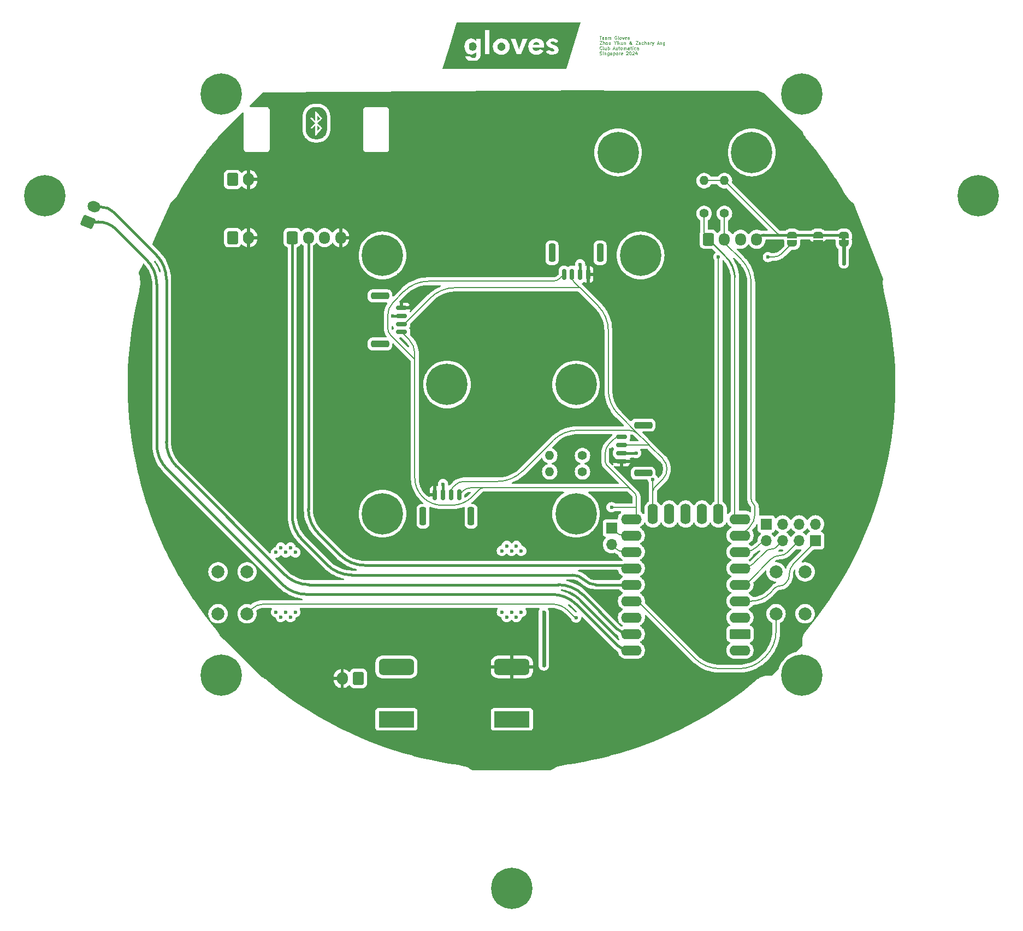
<source format=gbr>
%TF.GenerationSoftware,KiCad,Pcbnew,8.0.3*%
%TF.CreationDate,2024-06-18T01:51:01+08:00*%
%TF.ProjectId,imu-rounded,696d752d-726f-4756-9e64-65642e6b6963,rev?*%
%TF.SameCoordinates,Original*%
%TF.FileFunction,Copper,L1,Top*%
%TF.FilePolarity,Positive*%
%FSLAX46Y46*%
G04 Gerber Fmt 4.6, Leading zero omitted, Abs format (unit mm)*
G04 Created by KiCad (PCBNEW 8.0.3) date 2024-06-18 01:51:01*
%MOMM*%
%LPD*%
G01*
G04 APERTURE LIST*
G04 Aperture macros list*
%AMRoundRect*
0 Rectangle with rounded corners*
0 $1 Rounding radius*
0 $2 $3 $4 $5 $6 $7 $8 $9 X,Y pos of 4 corners*
0 Add a 4 corners polygon primitive as box body*
4,1,4,$2,$3,$4,$5,$6,$7,$8,$9,$2,$3,0*
0 Add four circle primitives for the rounded corners*
1,1,$1+$1,$2,$3*
1,1,$1+$1,$4,$5*
1,1,$1+$1,$6,$7*
1,1,$1+$1,$8,$9*
0 Add four rect primitives between the rounded corners*
20,1,$1+$1,$2,$3,$4,$5,0*
20,1,$1+$1,$4,$5,$6,$7,0*
20,1,$1+$1,$6,$7,$8,$9,0*
20,1,$1+$1,$8,$9,$2,$3,0*%
%AMHorizOval*
0 Thick line with rounded ends*
0 $1 width*
0 $2 $3 position (X,Y) of the first rounded end (center of the circle)*
0 $4 $5 position (X,Y) of the second rounded end (center of the circle)*
0 Add line between two ends*
20,1,$1,$2,$3,$4,$5,0*
0 Add two circle primitives to create the rounded ends*
1,1,$1,$2,$3*
1,1,$1,$4,$5*%
%AMFreePoly0*
4,1,19,0.500000,-0.750000,0.000000,-0.750000,0.000000,-0.744911,-0.071157,-0.744911,-0.207708,-0.704816,-0.327430,-0.627875,-0.420627,-0.520320,-0.479746,-0.390866,-0.500000,-0.250000,-0.500000,0.250000,-0.479746,0.390866,-0.420627,0.520320,-0.327430,0.627875,-0.207708,0.704816,-0.071157,0.744911,0.000000,0.744911,0.000000,0.750000,0.500000,0.750000,0.500000,-0.750000,0.500000,-0.750000,
$1*%
%AMFreePoly1*
4,1,19,0.000000,0.744911,0.071157,0.744911,0.207708,0.704816,0.327430,0.627875,0.420627,0.520320,0.479746,0.390866,0.500000,0.250000,0.500000,-0.250000,0.479746,-0.390866,0.420627,-0.520320,0.327430,-0.627875,0.207708,-0.704816,0.071157,-0.744911,0.000000,-0.744911,0.000000,-0.750000,-0.500000,-0.750000,-0.500000,0.750000,0.000000,0.750000,0.000000,0.744911,0.000000,0.744911,
$1*%
G04 Aperture macros list end*
%ADD10C,0.120000*%
%TA.AperFunction,NonConductor*%
%ADD11C,0.120000*%
%TD*%
%TA.AperFunction,EtchedComponent*%
%ADD12C,0.000000*%
%TD*%
%TA.AperFunction,ComponentPad*%
%ADD13C,0.800000*%
%TD*%
%TA.AperFunction,ComponentPad*%
%ADD14C,6.400000*%
%TD*%
%TA.AperFunction,ComponentPad*%
%ADD15RoundRect,0.250000X0.600000X0.750000X-0.600000X0.750000X-0.600000X-0.750000X0.600000X-0.750000X0*%
%TD*%
%TA.AperFunction,ComponentPad*%
%ADD16O,1.700000X2.000000*%
%TD*%
%TA.AperFunction,SMDPad,CuDef*%
%ADD17R,5.500000X2.500000*%
%TD*%
%TA.AperFunction,ComponentPad*%
%ADD18R,2.000000X2.000000*%
%TD*%
%TA.AperFunction,SMDPad,CuDef*%
%ADD19RoundRect,0.625000X2.125000X0.625000X-2.125000X0.625000X-2.125000X-0.625000X2.125000X-0.625000X0*%
%TD*%
%TA.AperFunction,ComponentPad*%
%ADD20C,2.000000*%
%TD*%
%TA.AperFunction,ComponentPad*%
%ADD21R,1.700000X1.700000*%
%TD*%
%TA.AperFunction,ComponentPad*%
%ADD22O,1.700000X1.700000*%
%TD*%
%TA.AperFunction,SMDPad,CuDef*%
%ADD23RoundRect,0.150000X0.700000X-0.150000X0.700000X0.150000X-0.700000X0.150000X-0.700000X-0.150000X0*%
%TD*%
%TA.AperFunction,SMDPad,CuDef*%
%ADD24RoundRect,0.250000X1.150000X-0.250000X1.150000X0.250000X-1.150000X0.250000X-1.150000X-0.250000X0*%
%TD*%
%TA.AperFunction,SMDPad,CuDef*%
%ADD25FreePoly0,270.000000*%
%TD*%
%TA.AperFunction,SMDPad,CuDef*%
%ADD26FreePoly1,270.000000*%
%TD*%
%TA.AperFunction,ComponentPad*%
%ADD27RoundRect,0.250000X0.470624X-0.837265X0.920152X0.275355X-0.470624X0.837265X-0.920152X-0.275355X0*%
%TD*%
%TA.AperFunction,ComponentPad*%
%ADD28HorizOval,1.700000X-0.139078X0.056191X0.139078X-0.056191X0*%
%TD*%
%TA.AperFunction,ComponentPad*%
%ADD29C,1.400000*%
%TD*%
%TA.AperFunction,ComponentPad*%
%ADD30O,1.400000X1.400000*%
%TD*%
%TA.AperFunction,SMDPad,CuDef*%
%ADD31RoundRect,0.150000X0.150000X0.700000X-0.150000X0.700000X-0.150000X-0.700000X0.150000X-0.700000X0*%
%TD*%
%TA.AperFunction,SMDPad,CuDef*%
%ADD32RoundRect,0.250000X0.250000X1.150000X-0.250000X1.150000X-0.250000X-1.150000X0.250000X-1.150000X0*%
%TD*%
%TA.AperFunction,SMDPad,CuDef*%
%ADD33RoundRect,0.150000X-0.700000X0.150000X-0.700000X-0.150000X0.700000X-0.150000X0.700000X0.150000X0*%
%TD*%
%TA.AperFunction,SMDPad,CuDef*%
%ADD34RoundRect,0.250000X-1.150000X0.250000X-1.150000X-0.250000X1.150000X-0.250000X1.150000X0.250000X0*%
%TD*%
%TA.AperFunction,ComponentPad*%
%ADD35RoundRect,0.250000X-0.600000X-0.725000X0.600000X-0.725000X0.600000X0.725000X-0.600000X0.725000X0*%
%TD*%
%TA.AperFunction,ComponentPad*%
%ADD36O,1.700000X1.950000*%
%TD*%
%TA.AperFunction,SMDPad,CuDef*%
%ADD37RoundRect,0.150000X-0.150000X-0.700000X0.150000X-0.700000X0.150000X0.700000X-0.150000X0.700000X0*%
%TD*%
%TA.AperFunction,SMDPad,CuDef*%
%ADD38RoundRect,0.250000X-0.250000X-1.150000X0.250000X-1.150000X0.250000X1.150000X-0.250000X1.150000X0*%
%TD*%
%TA.AperFunction,ComponentPad*%
%ADD39RoundRect,0.250000X-0.600000X-0.750000X0.600000X-0.750000X0.600000X0.750000X-0.600000X0.750000X0*%
%TD*%
%TA.AperFunction,ComponentPad*%
%ADD40C,1.524000*%
%TD*%
%TA.AperFunction,SMDPad,CuDef*%
%ADD41O,3.200000X1.600000*%
%TD*%
%TA.AperFunction,SMDPad,CuDef*%
%ADD42O,1.600000X3.200000*%
%TD*%
%TA.AperFunction,ComponentPad*%
%ADD43RoundRect,0.190500X0.571500X0.571500X-0.571500X0.571500X-0.571500X-0.571500X0.571500X-0.571500X0*%
%TD*%
%TA.AperFunction,SMDPad,CuDef*%
%ADD44RoundRect,0.200000X-1.400000X-0.600000X1.400000X-0.600000X1.400000X0.600000X-1.400000X0.600000X0*%
%TD*%
%TA.AperFunction,ViaPad*%
%ADD45C,0.600000*%
%TD*%
%TA.AperFunction,Conductor*%
%ADD46C,0.400000*%
%TD*%
%TA.AperFunction,Conductor*%
%ADD47C,0.200000*%
%TD*%
%TA.AperFunction,Conductor*%
%ADD48C,0.600000*%
%TD*%
G04 APERTURE END LIST*
D10*
D11*
X113626566Y-46017611D02*
X113912280Y-46017611D01*
X113769423Y-46517611D02*
X113769423Y-46017611D01*
X114269422Y-46493802D02*
X114221803Y-46517611D01*
X114221803Y-46517611D02*
X114126565Y-46517611D01*
X114126565Y-46517611D02*
X114078946Y-46493802D01*
X114078946Y-46493802D02*
X114055137Y-46446182D01*
X114055137Y-46446182D02*
X114055137Y-46255706D01*
X114055137Y-46255706D02*
X114078946Y-46208087D01*
X114078946Y-46208087D02*
X114126565Y-46184278D01*
X114126565Y-46184278D02*
X114221803Y-46184278D01*
X114221803Y-46184278D02*
X114269422Y-46208087D01*
X114269422Y-46208087D02*
X114293232Y-46255706D01*
X114293232Y-46255706D02*
X114293232Y-46303325D01*
X114293232Y-46303325D02*
X114055137Y-46350944D01*
X114721803Y-46517611D02*
X114721803Y-46255706D01*
X114721803Y-46255706D02*
X114697993Y-46208087D01*
X114697993Y-46208087D02*
X114650374Y-46184278D01*
X114650374Y-46184278D02*
X114555136Y-46184278D01*
X114555136Y-46184278D02*
X114507517Y-46208087D01*
X114721803Y-46493802D02*
X114674184Y-46517611D01*
X114674184Y-46517611D02*
X114555136Y-46517611D01*
X114555136Y-46517611D02*
X114507517Y-46493802D01*
X114507517Y-46493802D02*
X114483708Y-46446182D01*
X114483708Y-46446182D02*
X114483708Y-46398563D01*
X114483708Y-46398563D02*
X114507517Y-46350944D01*
X114507517Y-46350944D02*
X114555136Y-46327135D01*
X114555136Y-46327135D02*
X114674184Y-46327135D01*
X114674184Y-46327135D02*
X114721803Y-46303325D01*
X114959898Y-46517611D02*
X114959898Y-46184278D01*
X114959898Y-46231897D02*
X114983708Y-46208087D01*
X114983708Y-46208087D02*
X115031327Y-46184278D01*
X115031327Y-46184278D02*
X115102755Y-46184278D01*
X115102755Y-46184278D02*
X115150374Y-46208087D01*
X115150374Y-46208087D02*
X115174184Y-46255706D01*
X115174184Y-46255706D02*
X115174184Y-46517611D01*
X115174184Y-46255706D02*
X115197993Y-46208087D01*
X115197993Y-46208087D02*
X115245612Y-46184278D01*
X115245612Y-46184278D02*
X115317041Y-46184278D01*
X115317041Y-46184278D02*
X115364660Y-46208087D01*
X115364660Y-46208087D02*
X115388470Y-46255706D01*
X115388470Y-46255706D02*
X115388470Y-46517611D01*
X116269422Y-46041421D02*
X116221803Y-46017611D01*
X116221803Y-46017611D02*
X116150374Y-46017611D01*
X116150374Y-46017611D02*
X116078946Y-46041421D01*
X116078946Y-46041421D02*
X116031327Y-46089040D01*
X116031327Y-46089040D02*
X116007517Y-46136659D01*
X116007517Y-46136659D02*
X115983708Y-46231897D01*
X115983708Y-46231897D02*
X115983708Y-46303325D01*
X115983708Y-46303325D02*
X116007517Y-46398563D01*
X116007517Y-46398563D02*
X116031327Y-46446182D01*
X116031327Y-46446182D02*
X116078946Y-46493802D01*
X116078946Y-46493802D02*
X116150374Y-46517611D01*
X116150374Y-46517611D02*
X116197993Y-46517611D01*
X116197993Y-46517611D02*
X116269422Y-46493802D01*
X116269422Y-46493802D02*
X116293231Y-46469992D01*
X116293231Y-46469992D02*
X116293231Y-46303325D01*
X116293231Y-46303325D02*
X116197993Y-46303325D01*
X116578946Y-46517611D02*
X116531327Y-46493802D01*
X116531327Y-46493802D02*
X116507517Y-46446182D01*
X116507517Y-46446182D02*
X116507517Y-46017611D01*
X116840851Y-46517611D02*
X116793232Y-46493802D01*
X116793232Y-46493802D02*
X116769422Y-46469992D01*
X116769422Y-46469992D02*
X116745613Y-46422373D01*
X116745613Y-46422373D02*
X116745613Y-46279516D01*
X116745613Y-46279516D02*
X116769422Y-46231897D01*
X116769422Y-46231897D02*
X116793232Y-46208087D01*
X116793232Y-46208087D02*
X116840851Y-46184278D01*
X116840851Y-46184278D02*
X116912279Y-46184278D01*
X116912279Y-46184278D02*
X116959898Y-46208087D01*
X116959898Y-46208087D02*
X116983708Y-46231897D01*
X116983708Y-46231897D02*
X117007517Y-46279516D01*
X117007517Y-46279516D02*
X117007517Y-46422373D01*
X117007517Y-46422373D02*
X116983708Y-46469992D01*
X116983708Y-46469992D02*
X116959898Y-46493802D01*
X116959898Y-46493802D02*
X116912279Y-46517611D01*
X116912279Y-46517611D02*
X116840851Y-46517611D01*
X117174184Y-46184278D02*
X117293232Y-46517611D01*
X117293232Y-46517611D02*
X117412279Y-46184278D01*
X117793231Y-46493802D02*
X117745612Y-46517611D01*
X117745612Y-46517611D02*
X117650374Y-46517611D01*
X117650374Y-46517611D02*
X117602755Y-46493802D01*
X117602755Y-46493802D02*
X117578946Y-46446182D01*
X117578946Y-46446182D02*
X117578946Y-46255706D01*
X117578946Y-46255706D02*
X117602755Y-46208087D01*
X117602755Y-46208087D02*
X117650374Y-46184278D01*
X117650374Y-46184278D02*
X117745612Y-46184278D01*
X117745612Y-46184278D02*
X117793231Y-46208087D01*
X117793231Y-46208087D02*
X117817041Y-46255706D01*
X117817041Y-46255706D02*
X117817041Y-46303325D01*
X117817041Y-46303325D02*
X117578946Y-46350944D01*
X118007517Y-46493802D02*
X118055136Y-46517611D01*
X118055136Y-46517611D02*
X118150374Y-46517611D01*
X118150374Y-46517611D02*
X118197993Y-46493802D01*
X118197993Y-46493802D02*
X118221802Y-46446182D01*
X118221802Y-46446182D02*
X118221802Y-46422373D01*
X118221802Y-46422373D02*
X118197993Y-46374754D01*
X118197993Y-46374754D02*
X118150374Y-46350944D01*
X118150374Y-46350944D02*
X118078945Y-46350944D01*
X118078945Y-46350944D02*
X118031326Y-46327135D01*
X118031326Y-46327135D02*
X118007517Y-46279516D01*
X118007517Y-46279516D02*
X118007517Y-46255706D01*
X118007517Y-46255706D02*
X118031326Y-46208087D01*
X118031326Y-46208087D02*
X118078945Y-46184278D01*
X118078945Y-46184278D02*
X118150374Y-46184278D01*
X118150374Y-46184278D02*
X118197993Y-46208087D01*
X113650375Y-46822583D02*
X113983708Y-46822583D01*
X113983708Y-46822583D02*
X113650375Y-47322583D01*
X113650375Y-47322583D02*
X113983708Y-47322583D01*
X114174184Y-47322583D02*
X114174184Y-46822583D01*
X114388470Y-47322583D02*
X114388470Y-47060678D01*
X114388470Y-47060678D02*
X114364660Y-47013059D01*
X114364660Y-47013059D02*
X114317041Y-46989250D01*
X114317041Y-46989250D02*
X114245613Y-46989250D01*
X114245613Y-46989250D02*
X114197994Y-47013059D01*
X114197994Y-47013059D02*
X114174184Y-47036869D01*
X114697994Y-47322583D02*
X114650375Y-47298774D01*
X114650375Y-47298774D02*
X114626565Y-47274964D01*
X114626565Y-47274964D02*
X114602756Y-47227345D01*
X114602756Y-47227345D02*
X114602756Y-47084488D01*
X114602756Y-47084488D02*
X114626565Y-47036869D01*
X114626565Y-47036869D02*
X114650375Y-47013059D01*
X114650375Y-47013059D02*
X114697994Y-46989250D01*
X114697994Y-46989250D02*
X114769422Y-46989250D01*
X114769422Y-46989250D02*
X114817041Y-47013059D01*
X114817041Y-47013059D02*
X114840851Y-47036869D01*
X114840851Y-47036869D02*
X114864660Y-47084488D01*
X114864660Y-47084488D02*
X114864660Y-47227345D01*
X114864660Y-47227345D02*
X114840851Y-47274964D01*
X114840851Y-47274964D02*
X114817041Y-47298774D01*
X114817041Y-47298774D02*
X114769422Y-47322583D01*
X114769422Y-47322583D02*
X114697994Y-47322583D01*
X115293232Y-46989250D02*
X115293232Y-47322583D01*
X115078946Y-46989250D02*
X115078946Y-47251154D01*
X115078946Y-47251154D02*
X115102756Y-47298774D01*
X115102756Y-47298774D02*
X115150375Y-47322583D01*
X115150375Y-47322583D02*
X115221803Y-47322583D01*
X115221803Y-47322583D02*
X115269422Y-47298774D01*
X115269422Y-47298774D02*
X115293232Y-47274964D01*
X116007517Y-47084488D02*
X116007517Y-47322583D01*
X115840851Y-46822583D02*
X116007517Y-47084488D01*
X116007517Y-47084488D02*
X116174184Y-46822583D01*
X116340850Y-47322583D02*
X116340850Y-46989250D01*
X116340850Y-46822583D02*
X116317041Y-46846393D01*
X116317041Y-46846393D02*
X116340850Y-46870202D01*
X116340850Y-46870202D02*
X116364660Y-46846393D01*
X116364660Y-46846393D02*
X116340850Y-46822583D01*
X116340850Y-46822583D02*
X116340850Y-46870202D01*
X116578945Y-47322583D02*
X116578945Y-46822583D01*
X116626564Y-47132107D02*
X116769421Y-47322583D01*
X116769421Y-46989250D02*
X116578945Y-47179726D01*
X117197993Y-46989250D02*
X117197993Y-47322583D01*
X116983707Y-46989250D02*
X116983707Y-47251154D01*
X116983707Y-47251154D02*
X117007517Y-47298774D01*
X117007517Y-47298774D02*
X117055136Y-47322583D01*
X117055136Y-47322583D02*
X117126564Y-47322583D01*
X117126564Y-47322583D02*
X117174183Y-47298774D01*
X117174183Y-47298774D02*
X117197993Y-47274964D01*
X117436088Y-46989250D02*
X117436088Y-47322583D01*
X117436088Y-47036869D02*
X117459898Y-47013059D01*
X117459898Y-47013059D02*
X117507517Y-46989250D01*
X117507517Y-46989250D02*
X117578945Y-46989250D01*
X117578945Y-46989250D02*
X117626564Y-47013059D01*
X117626564Y-47013059D02*
X117650374Y-47060678D01*
X117650374Y-47060678D02*
X117650374Y-47322583D01*
X118674183Y-47322583D02*
X118650374Y-47322583D01*
X118650374Y-47322583D02*
X118602754Y-47298774D01*
X118602754Y-47298774D02*
X118531326Y-47227345D01*
X118531326Y-47227345D02*
X118412278Y-47084488D01*
X118412278Y-47084488D02*
X118364659Y-47013059D01*
X118364659Y-47013059D02*
X118340850Y-46941631D01*
X118340850Y-46941631D02*
X118340850Y-46894012D01*
X118340850Y-46894012D02*
X118364659Y-46846393D01*
X118364659Y-46846393D02*
X118412278Y-46822583D01*
X118412278Y-46822583D02*
X118436088Y-46822583D01*
X118436088Y-46822583D02*
X118483707Y-46846393D01*
X118483707Y-46846393D02*
X118507516Y-46894012D01*
X118507516Y-46894012D02*
X118507516Y-46917821D01*
X118507516Y-46917821D02*
X118483707Y-46965440D01*
X118483707Y-46965440D02*
X118459897Y-46989250D01*
X118459897Y-46989250D02*
X118317040Y-47084488D01*
X118317040Y-47084488D02*
X118293231Y-47108297D01*
X118293231Y-47108297D02*
X118269421Y-47155916D01*
X118269421Y-47155916D02*
X118269421Y-47227345D01*
X118269421Y-47227345D02*
X118293231Y-47274964D01*
X118293231Y-47274964D02*
X118317040Y-47298774D01*
X118317040Y-47298774D02*
X118364659Y-47322583D01*
X118364659Y-47322583D02*
X118436088Y-47322583D01*
X118436088Y-47322583D02*
X118483707Y-47298774D01*
X118483707Y-47298774D02*
X118507516Y-47274964D01*
X118507516Y-47274964D02*
X118578945Y-47179726D01*
X118578945Y-47179726D02*
X118602754Y-47108297D01*
X118602754Y-47108297D02*
X118602754Y-47060678D01*
X119221802Y-46822583D02*
X119555135Y-46822583D01*
X119555135Y-46822583D02*
X119221802Y-47322583D01*
X119221802Y-47322583D02*
X119555135Y-47322583D01*
X119959897Y-47322583D02*
X119959897Y-47060678D01*
X119959897Y-47060678D02*
X119936087Y-47013059D01*
X119936087Y-47013059D02*
X119888468Y-46989250D01*
X119888468Y-46989250D02*
X119793230Y-46989250D01*
X119793230Y-46989250D02*
X119745611Y-47013059D01*
X119959897Y-47298774D02*
X119912278Y-47322583D01*
X119912278Y-47322583D02*
X119793230Y-47322583D01*
X119793230Y-47322583D02*
X119745611Y-47298774D01*
X119745611Y-47298774D02*
X119721802Y-47251154D01*
X119721802Y-47251154D02*
X119721802Y-47203535D01*
X119721802Y-47203535D02*
X119745611Y-47155916D01*
X119745611Y-47155916D02*
X119793230Y-47132107D01*
X119793230Y-47132107D02*
X119912278Y-47132107D01*
X119912278Y-47132107D02*
X119959897Y-47108297D01*
X120412278Y-47298774D02*
X120364659Y-47322583D01*
X120364659Y-47322583D02*
X120269421Y-47322583D01*
X120269421Y-47322583D02*
X120221802Y-47298774D01*
X120221802Y-47298774D02*
X120197992Y-47274964D01*
X120197992Y-47274964D02*
X120174183Y-47227345D01*
X120174183Y-47227345D02*
X120174183Y-47084488D01*
X120174183Y-47084488D02*
X120197992Y-47036869D01*
X120197992Y-47036869D02*
X120221802Y-47013059D01*
X120221802Y-47013059D02*
X120269421Y-46989250D01*
X120269421Y-46989250D02*
X120364659Y-46989250D01*
X120364659Y-46989250D02*
X120412278Y-47013059D01*
X120626563Y-47322583D02*
X120626563Y-46822583D01*
X120840849Y-47322583D02*
X120840849Y-47060678D01*
X120840849Y-47060678D02*
X120817039Y-47013059D01*
X120817039Y-47013059D02*
X120769420Y-46989250D01*
X120769420Y-46989250D02*
X120697992Y-46989250D01*
X120697992Y-46989250D02*
X120650373Y-47013059D01*
X120650373Y-47013059D02*
X120626563Y-47036869D01*
X121293230Y-47322583D02*
X121293230Y-47060678D01*
X121293230Y-47060678D02*
X121269420Y-47013059D01*
X121269420Y-47013059D02*
X121221801Y-46989250D01*
X121221801Y-46989250D02*
X121126563Y-46989250D01*
X121126563Y-46989250D02*
X121078944Y-47013059D01*
X121293230Y-47298774D02*
X121245611Y-47322583D01*
X121245611Y-47322583D02*
X121126563Y-47322583D01*
X121126563Y-47322583D02*
X121078944Y-47298774D01*
X121078944Y-47298774D02*
X121055135Y-47251154D01*
X121055135Y-47251154D02*
X121055135Y-47203535D01*
X121055135Y-47203535D02*
X121078944Y-47155916D01*
X121078944Y-47155916D02*
X121126563Y-47132107D01*
X121126563Y-47132107D02*
X121245611Y-47132107D01*
X121245611Y-47132107D02*
X121293230Y-47108297D01*
X121531325Y-47322583D02*
X121531325Y-46989250D01*
X121531325Y-47084488D02*
X121555135Y-47036869D01*
X121555135Y-47036869D02*
X121578944Y-47013059D01*
X121578944Y-47013059D02*
X121626563Y-46989250D01*
X121626563Y-46989250D02*
X121674182Y-46989250D01*
X121793230Y-46989250D02*
X121912278Y-47322583D01*
X122031325Y-46989250D02*
X121912278Y-47322583D01*
X121912278Y-47322583D02*
X121864659Y-47441631D01*
X121864659Y-47441631D02*
X121840849Y-47465440D01*
X121840849Y-47465440D02*
X121793230Y-47489250D01*
X122578944Y-47179726D02*
X122817039Y-47179726D01*
X122531325Y-47322583D02*
X122697991Y-46822583D01*
X122697991Y-46822583D02*
X122864658Y-47322583D01*
X123031324Y-46989250D02*
X123031324Y-47322583D01*
X123031324Y-47036869D02*
X123055134Y-47013059D01*
X123055134Y-47013059D02*
X123102753Y-46989250D01*
X123102753Y-46989250D02*
X123174181Y-46989250D01*
X123174181Y-46989250D02*
X123221800Y-47013059D01*
X123221800Y-47013059D02*
X123245610Y-47060678D01*
X123245610Y-47060678D02*
X123245610Y-47322583D01*
X123697991Y-46989250D02*
X123697991Y-47394012D01*
X123697991Y-47394012D02*
X123674181Y-47441631D01*
X123674181Y-47441631D02*
X123650372Y-47465440D01*
X123650372Y-47465440D02*
X123602753Y-47489250D01*
X123602753Y-47489250D02*
X123531324Y-47489250D01*
X123531324Y-47489250D02*
X123483705Y-47465440D01*
X123697991Y-47298774D02*
X123650372Y-47322583D01*
X123650372Y-47322583D02*
X123555134Y-47322583D01*
X123555134Y-47322583D02*
X123507515Y-47298774D01*
X123507515Y-47298774D02*
X123483705Y-47274964D01*
X123483705Y-47274964D02*
X123459896Y-47227345D01*
X123459896Y-47227345D02*
X123459896Y-47084488D01*
X123459896Y-47084488D02*
X123483705Y-47036869D01*
X123483705Y-47036869D02*
X123507515Y-47013059D01*
X123507515Y-47013059D02*
X123555134Y-46989250D01*
X123555134Y-46989250D02*
X123650372Y-46989250D01*
X123650372Y-46989250D02*
X123697991Y-47013059D01*
X113983708Y-48079936D02*
X113959899Y-48103746D01*
X113959899Y-48103746D02*
X113888470Y-48127555D01*
X113888470Y-48127555D02*
X113840851Y-48127555D01*
X113840851Y-48127555D02*
X113769423Y-48103746D01*
X113769423Y-48103746D02*
X113721804Y-48056126D01*
X113721804Y-48056126D02*
X113697994Y-48008507D01*
X113697994Y-48008507D02*
X113674185Y-47913269D01*
X113674185Y-47913269D02*
X113674185Y-47841841D01*
X113674185Y-47841841D02*
X113697994Y-47746603D01*
X113697994Y-47746603D02*
X113721804Y-47698984D01*
X113721804Y-47698984D02*
X113769423Y-47651365D01*
X113769423Y-47651365D02*
X113840851Y-47627555D01*
X113840851Y-47627555D02*
X113888470Y-47627555D01*
X113888470Y-47627555D02*
X113959899Y-47651365D01*
X113959899Y-47651365D02*
X113983708Y-47675174D01*
X114269423Y-48127555D02*
X114221804Y-48103746D01*
X114221804Y-48103746D02*
X114197994Y-48056126D01*
X114197994Y-48056126D02*
X114197994Y-47627555D01*
X114674185Y-47794222D02*
X114674185Y-48127555D01*
X114459899Y-47794222D02*
X114459899Y-48056126D01*
X114459899Y-48056126D02*
X114483709Y-48103746D01*
X114483709Y-48103746D02*
X114531328Y-48127555D01*
X114531328Y-48127555D02*
X114602756Y-48127555D01*
X114602756Y-48127555D02*
X114650375Y-48103746D01*
X114650375Y-48103746D02*
X114674185Y-48079936D01*
X114912280Y-48127555D02*
X114912280Y-47627555D01*
X114912280Y-47818031D02*
X114959899Y-47794222D01*
X114959899Y-47794222D02*
X115055137Y-47794222D01*
X115055137Y-47794222D02*
X115102756Y-47818031D01*
X115102756Y-47818031D02*
X115126566Y-47841841D01*
X115126566Y-47841841D02*
X115150375Y-47889460D01*
X115150375Y-47889460D02*
X115150375Y-48032317D01*
X115150375Y-48032317D02*
X115126566Y-48079936D01*
X115126566Y-48079936D02*
X115102756Y-48103746D01*
X115102756Y-48103746D02*
X115055137Y-48127555D01*
X115055137Y-48127555D02*
X114959899Y-48127555D01*
X114959899Y-48127555D02*
X114912280Y-48103746D01*
X115721804Y-47984698D02*
X115959899Y-47984698D01*
X115674185Y-48127555D02*
X115840851Y-47627555D01*
X115840851Y-47627555D02*
X116007518Y-48127555D01*
X116388470Y-47794222D02*
X116388470Y-48127555D01*
X116174184Y-47794222D02*
X116174184Y-48056126D01*
X116174184Y-48056126D02*
X116197994Y-48103746D01*
X116197994Y-48103746D02*
X116245613Y-48127555D01*
X116245613Y-48127555D02*
X116317041Y-48127555D01*
X116317041Y-48127555D02*
X116364660Y-48103746D01*
X116364660Y-48103746D02*
X116388470Y-48079936D01*
X116555137Y-47794222D02*
X116745613Y-47794222D01*
X116626565Y-47627555D02*
X116626565Y-48056126D01*
X116626565Y-48056126D02*
X116650375Y-48103746D01*
X116650375Y-48103746D02*
X116697994Y-48127555D01*
X116697994Y-48127555D02*
X116745613Y-48127555D01*
X116983708Y-48127555D02*
X116936089Y-48103746D01*
X116936089Y-48103746D02*
X116912279Y-48079936D01*
X116912279Y-48079936D02*
X116888470Y-48032317D01*
X116888470Y-48032317D02*
X116888470Y-47889460D01*
X116888470Y-47889460D02*
X116912279Y-47841841D01*
X116912279Y-47841841D02*
X116936089Y-47818031D01*
X116936089Y-47818031D02*
X116983708Y-47794222D01*
X116983708Y-47794222D02*
X117055136Y-47794222D01*
X117055136Y-47794222D02*
X117102755Y-47818031D01*
X117102755Y-47818031D02*
X117126565Y-47841841D01*
X117126565Y-47841841D02*
X117150374Y-47889460D01*
X117150374Y-47889460D02*
X117150374Y-48032317D01*
X117150374Y-48032317D02*
X117126565Y-48079936D01*
X117126565Y-48079936D02*
X117102755Y-48103746D01*
X117102755Y-48103746D02*
X117055136Y-48127555D01*
X117055136Y-48127555D02*
X116983708Y-48127555D01*
X117364660Y-48127555D02*
X117364660Y-47794222D01*
X117364660Y-47841841D02*
X117388470Y-47818031D01*
X117388470Y-47818031D02*
X117436089Y-47794222D01*
X117436089Y-47794222D02*
X117507517Y-47794222D01*
X117507517Y-47794222D02*
X117555136Y-47818031D01*
X117555136Y-47818031D02*
X117578946Y-47865650D01*
X117578946Y-47865650D02*
X117578946Y-48127555D01*
X117578946Y-47865650D02*
X117602755Y-47818031D01*
X117602755Y-47818031D02*
X117650374Y-47794222D01*
X117650374Y-47794222D02*
X117721803Y-47794222D01*
X117721803Y-47794222D02*
X117769422Y-47818031D01*
X117769422Y-47818031D02*
X117793232Y-47865650D01*
X117793232Y-47865650D02*
X117793232Y-48127555D01*
X118245613Y-48127555D02*
X118245613Y-47865650D01*
X118245613Y-47865650D02*
X118221803Y-47818031D01*
X118221803Y-47818031D02*
X118174184Y-47794222D01*
X118174184Y-47794222D02*
X118078946Y-47794222D01*
X118078946Y-47794222D02*
X118031327Y-47818031D01*
X118245613Y-48103746D02*
X118197994Y-48127555D01*
X118197994Y-48127555D02*
X118078946Y-48127555D01*
X118078946Y-48127555D02*
X118031327Y-48103746D01*
X118031327Y-48103746D02*
X118007518Y-48056126D01*
X118007518Y-48056126D02*
X118007518Y-48008507D01*
X118007518Y-48008507D02*
X118031327Y-47960888D01*
X118031327Y-47960888D02*
X118078946Y-47937079D01*
X118078946Y-47937079D02*
X118197994Y-47937079D01*
X118197994Y-47937079D02*
X118245613Y-47913269D01*
X118412280Y-47794222D02*
X118602756Y-47794222D01*
X118483708Y-47627555D02*
X118483708Y-48056126D01*
X118483708Y-48056126D02*
X118507518Y-48103746D01*
X118507518Y-48103746D02*
X118555137Y-48127555D01*
X118555137Y-48127555D02*
X118602756Y-48127555D01*
X118769422Y-48127555D02*
X118769422Y-47794222D01*
X118769422Y-47627555D02*
X118745613Y-47651365D01*
X118745613Y-47651365D02*
X118769422Y-47675174D01*
X118769422Y-47675174D02*
X118793232Y-47651365D01*
X118793232Y-47651365D02*
X118769422Y-47627555D01*
X118769422Y-47627555D02*
X118769422Y-47675174D01*
X119221803Y-48103746D02*
X119174184Y-48127555D01*
X119174184Y-48127555D02*
X119078946Y-48127555D01*
X119078946Y-48127555D02*
X119031327Y-48103746D01*
X119031327Y-48103746D02*
X119007517Y-48079936D01*
X119007517Y-48079936D02*
X118983708Y-48032317D01*
X118983708Y-48032317D02*
X118983708Y-47889460D01*
X118983708Y-47889460D02*
X119007517Y-47841841D01*
X119007517Y-47841841D02*
X119031327Y-47818031D01*
X119031327Y-47818031D02*
X119078946Y-47794222D01*
X119078946Y-47794222D02*
X119174184Y-47794222D01*
X119174184Y-47794222D02*
X119221803Y-47818031D01*
X119650374Y-48127555D02*
X119650374Y-47865650D01*
X119650374Y-47865650D02*
X119626564Y-47818031D01*
X119626564Y-47818031D02*
X119578945Y-47794222D01*
X119578945Y-47794222D02*
X119483707Y-47794222D01*
X119483707Y-47794222D02*
X119436088Y-47818031D01*
X119650374Y-48103746D02*
X119602755Y-48127555D01*
X119602755Y-48127555D02*
X119483707Y-48127555D01*
X119483707Y-48127555D02*
X119436088Y-48103746D01*
X119436088Y-48103746D02*
X119412279Y-48056126D01*
X119412279Y-48056126D02*
X119412279Y-48008507D01*
X119412279Y-48008507D02*
X119436088Y-47960888D01*
X119436088Y-47960888D02*
X119483707Y-47937079D01*
X119483707Y-47937079D02*
X119602755Y-47937079D01*
X119602755Y-47937079D02*
X119650374Y-47913269D01*
X113674185Y-48908718D02*
X113745613Y-48932527D01*
X113745613Y-48932527D02*
X113864661Y-48932527D01*
X113864661Y-48932527D02*
X113912280Y-48908718D01*
X113912280Y-48908718D02*
X113936089Y-48884908D01*
X113936089Y-48884908D02*
X113959899Y-48837289D01*
X113959899Y-48837289D02*
X113959899Y-48789670D01*
X113959899Y-48789670D02*
X113936089Y-48742051D01*
X113936089Y-48742051D02*
X113912280Y-48718241D01*
X113912280Y-48718241D02*
X113864661Y-48694432D01*
X113864661Y-48694432D02*
X113769423Y-48670622D01*
X113769423Y-48670622D02*
X113721804Y-48646813D01*
X113721804Y-48646813D02*
X113697994Y-48623003D01*
X113697994Y-48623003D02*
X113674185Y-48575384D01*
X113674185Y-48575384D02*
X113674185Y-48527765D01*
X113674185Y-48527765D02*
X113697994Y-48480146D01*
X113697994Y-48480146D02*
X113721804Y-48456337D01*
X113721804Y-48456337D02*
X113769423Y-48432527D01*
X113769423Y-48432527D02*
X113888470Y-48432527D01*
X113888470Y-48432527D02*
X113959899Y-48456337D01*
X114174184Y-48932527D02*
X114174184Y-48599194D01*
X114174184Y-48432527D02*
X114150375Y-48456337D01*
X114150375Y-48456337D02*
X114174184Y-48480146D01*
X114174184Y-48480146D02*
X114197994Y-48456337D01*
X114197994Y-48456337D02*
X114174184Y-48432527D01*
X114174184Y-48432527D02*
X114174184Y-48480146D01*
X114412279Y-48599194D02*
X114412279Y-48932527D01*
X114412279Y-48646813D02*
X114436089Y-48623003D01*
X114436089Y-48623003D02*
X114483708Y-48599194D01*
X114483708Y-48599194D02*
X114555136Y-48599194D01*
X114555136Y-48599194D02*
X114602755Y-48623003D01*
X114602755Y-48623003D02*
X114626565Y-48670622D01*
X114626565Y-48670622D02*
X114626565Y-48932527D01*
X115078946Y-48599194D02*
X115078946Y-49003956D01*
X115078946Y-49003956D02*
X115055136Y-49051575D01*
X115055136Y-49051575D02*
X115031327Y-49075384D01*
X115031327Y-49075384D02*
X114983708Y-49099194D01*
X114983708Y-49099194D02*
X114912279Y-49099194D01*
X114912279Y-49099194D02*
X114864660Y-49075384D01*
X115078946Y-48908718D02*
X115031327Y-48932527D01*
X115031327Y-48932527D02*
X114936089Y-48932527D01*
X114936089Y-48932527D02*
X114888470Y-48908718D01*
X114888470Y-48908718D02*
X114864660Y-48884908D01*
X114864660Y-48884908D02*
X114840851Y-48837289D01*
X114840851Y-48837289D02*
X114840851Y-48694432D01*
X114840851Y-48694432D02*
X114864660Y-48646813D01*
X114864660Y-48646813D02*
X114888470Y-48623003D01*
X114888470Y-48623003D02*
X114936089Y-48599194D01*
X114936089Y-48599194D02*
X115031327Y-48599194D01*
X115031327Y-48599194D02*
X115078946Y-48623003D01*
X115531327Y-48932527D02*
X115531327Y-48670622D01*
X115531327Y-48670622D02*
X115507517Y-48623003D01*
X115507517Y-48623003D02*
X115459898Y-48599194D01*
X115459898Y-48599194D02*
X115364660Y-48599194D01*
X115364660Y-48599194D02*
X115317041Y-48623003D01*
X115531327Y-48908718D02*
X115483708Y-48932527D01*
X115483708Y-48932527D02*
X115364660Y-48932527D01*
X115364660Y-48932527D02*
X115317041Y-48908718D01*
X115317041Y-48908718D02*
X115293232Y-48861098D01*
X115293232Y-48861098D02*
X115293232Y-48813479D01*
X115293232Y-48813479D02*
X115317041Y-48765860D01*
X115317041Y-48765860D02*
X115364660Y-48742051D01*
X115364660Y-48742051D02*
X115483708Y-48742051D01*
X115483708Y-48742051D02*
X115531327Y-48718241D01*
X115769422Y-48599194D02*
X115769422Y-49099194D01*
X115769422Y-48623003D02*
X115817041Y-48599194D01*
X115817041Y-48599194D02*
X115912279Y-48599194D01*
X115912279Y-48599194D02*
X115959898Y-48623003D01*
X115959898Y-48623003D02*
X115983708Y-48646813D01*
X115983708Y-48646813D02*
X116007517Y-48694432D01*
X116007517Y-48694432D02*
X116007517Y-48837289D01*
X116007517Y-48837289D02*
X115983708Y-48884908D01*
X115983708Y-48884908D02*
X115959898Y-48908718D01*
X115959898Y-48908718D02*
X115912279Y-48932527D01*
X115912279Y-48932527D02*
X115817041Y-48932527D01*
X115817041Y-48932527D02*
X115769422Y-48908718D01*
X116293232Y-48932527D02*
X116245613Y-48908718D01*
X116245613Y-48908718D02*
X116221803Y-48884908D01*
X116221803Y-48884908D02*
X116197994Y-48837289D01*
X116197994Y-48837289D02*
X116197994Y-48694432D01*
X116197994Y-48694432D02*
X116221803Y-48646813D01*
X116221803Y-48646813D02*
X116245613Y-48623003D01*
X116245613Y-48623003D02*
X116293232Y-48599194D01*
X116293232Y-48599194D02*
X116364660Y-48599194D01*
X116364660Y-48599194D02*
X116412279Y-48623003D01*
X116412279Y-48623003D02*
X116436089Y-48646813D01*
X116436089Y-48646813D02*
X116459898Y-48694432D01*
X116459898Y-48694432D02*
X116459898Y-48837289D01*
X116459898Y-48837289D02*
X116436089Y-48884908D01*
X116436089Y-48884908D02*
X116412279Y-48908718D01*
X116412279Y-48908718D02*
X116364660Y-48932527D01*
X116364660Y-48932527D02*
X116293232Y-48932527D01*
X116674184Y-48932527D02*
X116674184Y-48599194D01*
X116674184Y-48694432D02*
X116697994Y-48646813D01*
X116697994Y-48646813D02*
X116721803Y-48623003D01*
X116721803Y-48623003D02*
X116769422Y-48599194D01*
X116769422Y-48599194D02*
X116817041Y-48599194D01*
X117174184Y-48908718D02*
X117126565Y-48932527D01*
X117126565Y-48932527D02*
X117031327Y-48932527D01*
X117031327Y-48932527D02*
X116983708Y-48908718D01*
X116983708Y-48908718D02*
X116959899Y-48861098D01*
X116959899Y-48861098D02*
X116959899Y-48670622D01*
X116959899Y-48670622D02*
X116983708Y-48623003D01*
X116983708Y-48623003D02*
X117031327Y-48599194D01*
X117031327Y-48599194D02*
X117126565Y-48599194D01*
X117126565Y-48599194D02*
X117174184Y-48623003D01*
X117174184Y-48623003D02*
X117197994Y-48670622D01*
X117197994Y-48670622D02*
X117197994Y-48718241D01*
X117197994Y-48718241D02*
X116959899Y-48765860D01*
X117769422Y-48480146D02*
X117793231Y-48456337D01*
X117793231Y-48456337D02*
X117840850Y-48432527D01*
X117840850Y-48432527D02*
X117959898Y-48432527D01*
X117959898Y-48432527D02*
X118007517Y-48456337D01*
X118007517Y-48456337D02*
X118031326Y-48480146D01*
X118031326Y-48480146D02*
X118055136Y-48527765D01*
X118055136Y-48527765D02*
X118055136Y-48575384D01*
X118055136Y-48575384D02*
X118031326Y-48646813D01*
X118031326Y-48646813D02*
X117745612Y-48932527D01*
X117745612Y-48932527D02*
X118055136Y-48932527D01*
X118364659Y-48432527D02*
X118412278Y-48432527D01*
X118412278Y-48432527D02*
X118459897Y-48456337D01*
X118459897Y-48456337D02*
X118483707Y-48480146D01*
X118483707Y-48480146D02*
X118507516Y-48527765D01*
X118507516Y-48527765D02*
X118531326Y-48623003D01*
X118531326Y-48623003D02*
X118531326Y-48742051D01*
X118531326Y-48742051D02*
X118507516Y-48837289D01*
X118507516Y-48837289D02*
X118483707Y-48884908D01*
X118483707Y-48884908D02*
X118459897Y-48908718D01*
X118459897Y-48908718D02*
X118412278Y-48932527D01*
X118412278Y-48932527D02*
X118364659Y-48932527D01*
X118364659Y-48932527D02*
X118317040Y-48908718D01*
X118317040Y-48908718D02*
X118293231Y-48884908D01*
X118293231Y-48884908D02*
X118269421Y-48837289D01*
X118269421Y-48837289D02*
X118245612Y-48742051D01*
X118245612Y-48742051D02*
X118245612Y-48623003D01*
X118245612Y-48623003D02*
X118269421Y-48527765D01*
X118269421Y-48527765D02*
X118293231Y-48480146D01*
X118293231Y-48480146D02*
X118317040Y-48456337D01*
X118317040Y-48456337D02*
X118364659Y-48432527D01*
X118721802Y-48480146D02*
X118745611Y-48456337D01*
X118745611Y-48456337D02*
X118793230Y-48432527D01*
X118793230Y-48432527D02*
X118912278Y-48432527D01*
X118912278Y-48432527D02*
X118959897Y-48456337D01*
X118959897Y-48456337D02*
X118983706Y-48480146D01*
X118983706Y-48480146D02*
X119007516Y-48527765D01*
X119007516Y-48527765D02*
X119007516Y-48575384D01*
X119007516Y-48575384D02*
X118983706Y-48646813D01*
X118983706Y-48646813D02*
X118697992Y-48932527D01*
X118697992Y-48932527D02*
X119007516Y-48932527D01*
X119436087Y-48599194D02*
X119436087Y-48932527D01*
X119317039Y-48408718D02*
X119197992Y-48765860D01*
X119197992Y-48765860D02*
X119507515Y-48765860D01*
D12*
%TA.AperFunction,EtchedComponent*%
%TO.C,JP1*%
G36*
X151800000Y-77750000D02*
G01*
X151200000Y-77750000D01*
X151200000Y-77250000D01*
X151800000Y-77250000D01*
X151800000Y-77750000D01*
G37*
%TD.AperFunction*%
%TA.AperFunction,EtchedComponent*%
%TO.C,kibuzzard-666B0E6A*%
G36*
X104213627Y-47068477D02*
G01*
X104375000Y-47404372D01*
X103308743Y-47404372D01*
X103484460Y-47068477D01*
X103851434Y-46954918D01*
X104213627Y-47068477D01*
G37*
%TD.AperFunction*%
%TA.AperFunction,EtchedComponent*%
G36*
X94231216Y-47018870D02*
G01*
X94417691Y-47153347D01*
X94536031Y-47365523D01*
X94575478Y-47643443D01*
X94536330Y-47921960D01*
X94418887Y-48131148D01*
X94231515Y-48262039D01*
X93982582Y-48305669D01*
X93733948Y-48262039D01*
X93547473Y-48131148D01*
X93430926Y-47921960D01*
X93392077Y-47643443D01*
X93431523Y-47364028D01*
X93549863Y-47152152D01*
X93738132Y-47018571D01*
X93987363Y-46974044D01*
X94231216Y-47018870D01*
G37*
%TD.AperFunction*%
%TA.AperFunction,EtchedComponent*%
G36*
X98670765Y-47064592D02*
G01*
X98866803Y-47192794D01*
X98992316Y-47392717D01*
X99034153Y-47650615D01*
X98992017Y-47908811D01*
X98865608Y-48109631D01*
X98669271Y-48238730D01*
X98417350Y-48281762D01*
X98164532Y-48238730D01*
X97970287Y-48109631D01*
X97846568Y-47908811D01*
X97805328Y-47650615D01*
X97846568Y-47391223D01*
X97970287Y-47191598D01*
X98164532Y-47064293D01*
X98417350Y-47021858D01*
X98670765Y-47064592D01*
G37*
%TD.AperFunction*%
%TA.AperFunction,EtchedComponent*%
G36*
X108522883Y-51109973D02*
G01*
X107298839Y-51109973D01*
X106299522Y-51109973D01*
X103846653Y-51109973D01*
X100820014Y-51109973D01*
X98422131Y-51109973D01*
X95890369Y-51109973D01*
X94023224Y-51109973D01*
X92701161Y-51109973D01*
X91477117Y-51109973D01*
X89311134Y-51109973D01*
X90352527Y-47638661D01*
X92701161Y-47638661D01*
X92733303Y-47995010D01*
X92829728Y-48299029D01*
X92990437Y-48550717D01*
X93204804Y-48738654D01*
X93462204Y-48851415D01*
X93762637Y-48889003D01*
X94007983Y-48862705D01*
X94218067Y-48783811D01*
X94396474Y-48650529D01*
X94546790Y-48461066D01*
X94546790Y-48795765D01*
X94516009Y-49082650D01*
X94423668Y-49273907D01*
X94261996Y-49381489D01*
X94023224Y-49417350D01*
X93705260Y-49352801D01*
X93580943Y-49151981D01*
X92832650Y-49151981D01*
X92926486Y-49475324D01*
X93155396Y-49704235D01*
X93383576Y-49805176D01*
X93672852Y-49865741D01*
X94023224Y-49885929D01*
X94339395Y-49866206D01*
X94604167Y-49807036D01*
X94821721Y-49706626D01*
X94996243Y-49563183D01*
X95148053Y-49302596D01*
X95181224Y-49096995D01*
X95190941Y-48819672D01*
X95890369Y-48819672D01*
X96569331Y-48819672D01*
X96569331Y-47655396D01*
X97109631Y-47655396D01*
X97150804Y-47995408D01*
X97274325Y-48295044D01*
X97480191Y-48554303D01*
X97749545Y-48753529D01*
X98063525Y-48873065D01*
X98422131Y-48912910D01*
X98777949Y-48873065D01*
X99089936Y-48753529D01*
X99358094Y-48554303D01*
X99563297Y-48295044D01*
X99686418Y-47995408D01*
X99727459Y-47655396D01*
X99686551Y-47311665D01*
X99563828Y-47010436D01*
X99359290Y-46751708D01*
X99091530Y-46553810D01*
X98882574Y-46474385D01*
X99866120Y-46474385D01*
X100820014Y-48819672D01*
X101501366Y-48819672D01*
X101977692Y-47660178D01*
X102613046Y-47660178D01*
X102649970Y-48016659D01*
X102760739Y-48321076D01*
X102945355Y-48573429D01*
X103193192Y-48762029D01*
X103493625Y-48875190D01*
X103846653Y-48912910D01*
X104196294Y-48875555D01*
X104494536Y-48763490D01*
X104746755Y-48574325D01*
X104877373Y-48408470D01*
X105336066Y-48408470D01*
X105464865Y-48617956D01*
X105679133Y-48777835D01*
X105962731Y-48879141D01*
X106299522Y-48912910D01*
X106711322Y-48861510D01*
X107028689Y-48707309D01*
X107231301Y-48465847D01*
X107298839Y-48152664D01*
X107258197Y-47915087D01*
X107136270Y-47723531D01*
X106918118Y-47565446D01*
X106588798Y-47428279D01*
X106505123Y-47401981D01*
X106157275Y-47245389D01*
X106041325Y-47076844D01*
X106134563Y-46914276D01*
X106378415Y-46852117D01*
X106629440Y-46920253D01*
X106770492Y-47119877D01*
X107270150Y-46871243D01*
X107133581Y-46665642D01*
X106934255Y-46512637D01*
X106682334Y-46417606D01*
X106387978Y-46385929D01*
X105988730Y-46439122D01*
X105675546Y-46598702D01*
X105472934Y-46844348D01*
X105405396Y-47155738D01*
X105445142Y-47369109D01*
X105564378Y-47545423D01*
X105787013Y-47702613D01*
X106136954Y-47858607D01*
X106304303Y-47918374D01*
X106558914Y-48046875D01*
X106643784Y-48202869D01*
X106548156Y-48371414D01*
X106285178Y-48432377D01*
X106000683Y-48353484D01*
X105859631Y-48138320D01*
X105336066Y-48408470D01*
X104877373Y-48408470D01*
X104958333Y-48305669D01*
X104408470Y-48030738D01*
X104182548Y-48248292D01*
X103860997Y-48320014D01*
X103640454Y-48288636D01*
X103471311Y-48194501D01*
X103353569Y-48037013D01*
X103287227Y-47815574D01*
X105049180Y-47815574D01*
X105058743Y-47706796D01*
X105061134Y-47638661D01*
X105025008Y-47281516D01*
X104916629Y-46978294D01*
X104735997Y-46728996D01*
X104493207Y-46543716D01*
X104198353Y-46432548D01*
X103851434Y-46395492D01*
X103511289Y-46435071D01*
X103214443Y-46553810D01*
X102960895Y-46751708D01*
X102767646Y-47010967D01*
X102651696Y-47313790D01*
X102613046Y-47660178D01*
X101977692Y-47660178D01*
X102464822Y-46474385D01*
X101690232Y-46474385D01*
X101290984Y-47669740D01*
X101224044Y-47904030D01*
X101166667Y-48217213D01*
X101126025Y-47968579D01*
X101049522Y-47693648D01*
X100652664Y-46474385D01*
X99866120Y-46474385D01*
X98882574Y-46474385D01*
X98779144Y-46435071D01*
X98422131Y-46395492D01*
X98065915Y-46435603D01*
X97752732Y-46555935D01*
X97482582Y-46756489D01*
X97275387Y-47016811D01*
X97151070Y-47316447D01*
X97109631Y-47655396D01*
X96569331Y-47655396D01*
X96569331Y-45114071D01*
X95890369Y-45114071D01*
X95890369Y-48819672D01*
X95190941Y-48819672D01*
X95192281Y-48781421D01*
X95192281Y-46474385D01*
X94551571Y-46474385D01*
X94551571Y-46861680D01*
X94401255Y-46659964D01*
X94218067Y-46513832D01*
X94004397Y-46425077D01*
X93762637Y-46395492D01*
X93455032Y-46432149D01*
X93195241Y-46542122D01*
X92983265Y-46725410D01*
X92826541Y-46973512D01*
X92732506Y-47277930D01*
X92701161Y-47638661D01*
X90352527Y-47638661D01*
X91477117Y-43890027D01*
X92701161Y-43890027D01*
X107298839Y-43890027D01*
X108522883Y-43890027D01*
X110688866Y-43890027D01*
X108522883Y-51109973D01*
G37*
%TD.AperFunction*%
%TA.AperFunction,EtchedComponent*%
%TO.C,G\u002A\u002A\u002A*%
G36*
X69865776Y-58290881D02*
G01*
X69868075Y-58293454D01*
X69873370Y-58299500D01*
X69881463Y-58308793D01*
X69892160Y-58321107D01*
X69905265Y-58336215D01*
X69920580Y-58353890D01*
X69937912Y-58373907D01*
X69957063Y-58396040D01*
X69977838Y-58420061D01*
X70000040Y-58445745D01*
X70023475Y-58472865D01*
X70047945Y-58501195D01*
X70073255Y-58530509D01*
X70076166Y-58533881D01*
X70101537Y-58563270D01*
X70126074Y-58591689D01*
X70149581Y-58618912D01*
X70171866Y-58644715D01*
X70192733Y-58668872D01*
X70211987Y-58691158D01*
X70229435Y-58711348D01*
X70244881Y-58729218D01*
X70258131Y-58744541D01*
X70268991Y-58757093D01*
X70277266Y-58766649D01*
X70282761Y-58772984D01*
X70285282Y-58775872D01*
X70285376Y-58775976D01*
X70290046Y-58781121D01*
X70108574Y-58959059D01*
X70082888Y-58984245D01*
X70057626Y-59009017D01*
X70033077Y-59033090D01*
X70009530Y-59056182D01*
X69987274Y-59078009D01*
X69966598Y-59098287D01*
X69947791Y-59116734D01*
X69931141Y-59133065D01*
X69916939Y-59146998D01*
X69905472Y-59158248D01*
X69897030Y-59166534D01*
X69893513Y-59169987D01*
X69859925Y-59202977D01*
X69859925Y-58743903D01*
X69859925Y-58284829D01*
X69865776Y-58290881D01*
G37*
%TD.AperFunction*%
%TA.AperFunction,EtchedComponent*%
G36*
X69862751Y-59841236D02*
G01*
X69867748Y-59846135D01*
X69875673Y-59853984D01*
X69886268Y-59864524D01*
X69899274Y-59877496D01*
X69914434Y-59892642D01*
X69931491Y-59909703D01*
X69950187Y-59928421D01*
X69970264Y-59948536D01*
X69991465Y-59969791D01*
X70013533Y-59991926D01*
X70036209Y-60014683D01*
X70059236Y-60037803D01*
X70082357Y-60061028D01*
X70105314Y-60084099D01*
X70127850Y-60106757D01*
X70149706Y-60128744D01*
X70170626Y-60149800D01*
X70190351Y-60169668D01*
X70208624Y-60188088D01*
X70225188Y-60204803D01*
X70239785Y-60219552D01*
X70252157Y-60232079D01*
X70262047Y-60242123D01*
X70269198Y-60249427D01*
X70272371Y-60252704D01*
X70292612Y-60273796D01*
X70083301Y-60527516D01*
X70057924Y-60558269D01*
X70033324Y-60588061D01*
X70009690Y-60616666D01*
X69987208Y-60643860D01*
X69966065Y-60669416D01*
X69946450Y-60693107D01*
X69928549Y-60714708D01*
X69912549Y-60733994D01*
X69898638Y-60750737D01*
X69887003Y-60764713D01*
X69877831Y-60775694D01*
X69871310Y-60783456D01*
X69867627Y-60787772D01*
X69866957Y-60788518D01*
X69859925Y-60795799D01*
X69859925Y-60317673D01*
X69859930Y-60269722D01*
X69859945Y-60223091D01*
X69859969Y-60178013D01*
X69860003Y-60134722D01*
X69860044Y-60093452D01*
X69860093Y-60054437D01*
X69860150Y-60017909D01*
X69860214Y-59984104D01*
X69860284Y-59953254D01*
X69860360Y-59925594D01*
X69860441Y-59901357D01*
X69860527Y-59880778D01*
X69860618Y-59864089D01*
X69860712Y-59851524D01*
X69860810Y-59843318D01*
X69860911Y-59839705D01*
X69860937Y-59839546D01*
X69862751Y-59841236D01*
G37*
%TD.AperFunction*%
%TA.AperFunction,EtchedComponent*%
G36*
X69868389Y-57001368D02*
G01*
X69895863Y-57001485D01*
X69920294Y-57001701D01*
X69942049Y-57002024D01*
X69961496Y-57002463D01*
X69979004Y-57003025D01*
X69994941Y-57003720D01*
X70009676Y-57004557D01*
X70023576Y-57005543D01*
X70037009Y-57006688D01*
X70050345Y-57008000D01*
X70063952Y-57009487D01*
X70066340Y-57009760D01*
X70151793Y-57021994D01*
X70235577Y-57038817D01*
X70317657Y-57060214D01*
X70397997Y-57086170D01*
X70476562Y-57116669D01*
X70553316Y-57151696D01*
X70628224Y-57191236D01*
X70701251Y-57235274D01*
X70772362Y-57283794D01*
X70841521Y-57336782D01*
X70859021Y-57351157D01*
X70874499Y-57364539D01*
X70892479Y-57380900D01*
X70912253Y-57399535D01*
X70933117Y-57419737D01*
X70954364Y-57440802D01*
X70975288Y-57462021D01*
X70995183Y-57482691D01*
X71013344Y-57502105D01*
X71029064Y-57519556D01*
X71038985Y-57531121D01*
X71092842Y-57599462D01*
X71142358Y-57669947D01*
X71187493Y-57742485D01*
X71228207Y-57816987D01*
X71264459Y-57893365D01*
X71296209Y-57971529D01*
X71323417Y-58051390D01*
X71346044Y-58132858D01*
X71364049Y-58215844D01*
X71374259Y-58277390D01*
X71375327Y-58284628D01*
X71376338Y-58291276D01*
X71377294Y-58297474D01*
X71378195Y-58303361D01*
X71379044Y-58309077D01*
X71379843Y-58314763D01*
X71380592Y-58320558D01*
X71381293Y-58326602D01*
X71381949Y-58333035D01*
X71382560Y-58339997D01*
X71383127Y-58347628D01*
X71383654Y-58356068D01*
X71384140Y-58365457D01*
X71384588Y-58375934D01*
X71384999Y-58387639D01*
X71385375Y-58400714D01*
X71385718Y-58415296D01*
X71386028Y-58431527D01*
X71386308Y-58449546D01*
X71386559Y-58469493D01*
X71386782Y-58491508D01*
X71386979Y-58515731D01*
X71387152Y-58542303D01*
X71387303Y-58571361D01*
X71387432Y-58603048D01*
X71387541Y-58637502D01*
X71387633Y-58674864D01*
X71387707Y-58715273D01*
X71387767Y-58758870D01*
X71387814Y-58805794D01*
X71387848Y-58856185D01*
X71387873Y-58910184D01*
X71387888Y-58967929D01*
X71387896Y-59029562D01*
X71387899Y-59095221D01*
X71387898Y-59165047D01*
X71387894Y-59239180D01*
X71387889Y-59317759D01*
X71387885Y-59400926D01*
X71387882Y-59488818D01*
X71387882Y-59501221D01*
X71387884Y-59589716D01*
X71387888Y-59673466D01*
X71387894Y-59752610D01*
X71387898Y-59827289D01*
X71387901Y-59897642D01*
X71387899Y-59963811D01*
X71387892Y-60025934D01*
X71387879Y-60084152D01*
X71387856Y-60138606D01*
X71387824Y-60189434D01*
X71387780Y-60236778D01*
X71387724Y-60280777D01*
X71387652Y-60321571D01*
X71387564Y-60359301D01*
X71387458Y-60394106D01*
X71387333Y-60426127D01*
X71387186Y-60455504D01*
X71387018Y-60482376D01*
X71386825Y-60506884D01*
X71386606Y-60529168D01*
X71386360Y-60549368D01*
X71386085Y-60567624D01*
X71385780Y-60584076D01*
X71385443Y-60598865D01*
X71385072Y-60612129D01*
X71384667Y-60624010D01*
X71384224Y-60634648D01*
X71383744Y-60644182D01*
X71383224Y-60652752D01*
X71382662Y-60660500D01*
X71382057Y-60667563D01*
X71381408Y-60674084D01*
X71380713Y-60680202D01*
X71379970Y-60686057D01*
X71379178Y-60691788D01*
X71378336Y-60697537D01*
X71377441Y-60703443D01*
X71376492Y-60709646D01*
X71375488Y-60716287D01*
X71374426Y-60723505D01*
X71374204Y-60725053D01*
X71359813Y-60808502D01*
X71340734Y-60890652D01*
X71317018Y-60971387D01*
X71288717Y-61050592D01*
X71255883Y-61128153D01*
X71218566Y-61203955D01*
X71176819Y-61277884D01*
X71130693Y-61349826D01*
X71080239Y-61419664D01*
X71038985Y-61471321D01*
X71025603Y-61486799D01*
X71009242Y-61504779D01*
X70990607Y-61524553D01*
X70970405Y-61545417D01*
X70949341Y-61566664D01*
X70928121Y-61587588D01*
X70907451Y-61607483D01*
X70888038Y-61625644D01*
X70870586Y-61641364D01*
X70859021Y-61651285D01*
X70790346Y-61705441D01*
X70719725Y-61755122D01*
X70647194Y-61800313D01*
X70572788Y-61840999D01*
X70496543Y-61877166D01*
X70418496Y-61908799D01*
X70338682Y-61935884D01*
X70257138Y-61958407D01*
X70173899Y-61976353D01*
X70089001Y-61989707D01*
X70002480Y-61998455D01*
X69996721Y-61998870D01*
X69990071Y-61999162D01*
X69978997Y-61999436D01*
X69963946Y-61999690D01*
X69945363Y-61999925D01*
X69923693Y-62000139D01*
X69899383Y-62000331D01*
X69872877Y-62000501D01*
X69844623Y-62000647D01*
X69815066Y-62000768D01*
X69784651Y-62000865D01*
X69753824Y-62000936D01*
X69723032Y-62000980D01*
X69692719Y-62000996D01*
X69663332Y-62000984D01*
X69635316Y-62000942D01*
X69609117Y-62000870D01*
X69585181Y-62000767D01*
X69563954Y-62000632D01*
X69545881Y-62000464D01*
X69531408Y-62000263D01*
X69520982Y-62000027D01*
X69515494Y-61999789D01*
X69428397Y-61991594D01*
X69343726Y-61979211D01*
X69261292Y-61962579D01*
X69180906Y-61941636D01*
X69102377Y-61916323D01*
X69025517Y-61886576D01*
X68950136Y-61852334D01*
X68876044Y-61813537D01*
X68803052Y-61770123D01*
X68799760Y-61768040D01*
X68733258Y-61723083D01*
X68668646Y-61673839D01*
X68606303Y-61620668D01*
X68546608Y-61563929D01*
X68489939Y-61503982D01*
X68436676Y-61441185D01*
X68389057Y-61378496D01*
X68341607Y-61308241D01*
X68298335Y-61235527D01*
X68259323Y-61160559D01*
X68224654Y-61083546D01*
X68194413Y-61004695D01*
X68168683Y-60924211D01*
X68147546Y-60842303D01*
X68131087Y-60759177D01*
X68125748Y-60725053D01*
X68124682Y-60717821D01*
X68123673Y-60711196D01*
X68122721Y-60705037D01*
X68121822Y-60699201D01*
X68120977Y-60693548D01*
X68120182Y-60687935D01*
X68119437Y-60682222D01*
X68118740Y-60676266D01*
X68118088Y-60669927D01*
X68117481Y-60663062D01*
X68116916Y-60655531D01*
X68116392Y-60647191D01*
X68115907Y-60637901D01*
X68115459Y-60627520D01*
X68115048Y-60615906D01*
X68114670Y-60602918D01*
X68114325Y-60588413D01*
X68114011Y-60572251D01*
X68113726Y-60554291D01*
X68113468Y-60534389D01*
X68113236Y-60512406D01*
X68113027Y-60488199D01*
X68112841Y-60461627D01*
X68112676Y-60432548D01*
X68112530Y-60400821D01*
X68112400Y-60366305D01*
X68112287Y-60328857D01*
X68112187Y-60288337D01*
X68112099Y-60244603D01*
X68112065Y-60223796D01*
X68819075Y-60223796D01*
X68846670Y-60252120D01*
X68854803Y-60260453D01*
X68865771Y-60271669D01*
X68878985Y-60285166D01*
X68893856Y-60300345D01*
X68909794Y-60316602D01*
X68926212Y-60333337D01*
X68942272Y-60349698D01*
X69010280Y-60418953D01*
X69049754Y-60380167D01*
X69084222Y-60346308D01*
X69118906Y-60312251D01*
X69153629Y-60278169D01*
X69188217Y-60244232D01*
X69222494Y-60210613D01*
X69256283Y-60177484D01*
X69289410Y-60145016D01*
X69321699Y-60113381D01*
X69352974Y-60082752D01*
X69383059Y-60053299D01*
X69411780Y-60025196D01*
X69438959Y-59998612D01*
X69464422Y-59973721D01*
X69487993Y-59950695D01*
X69509497Y-59929704D01*
X69528757Y-59910921D01*
X69545598Y-59894518D01*
X69559844Y-59880666D01*
X69571321Y-59869538D01*
X69579851Y-59861305D01*
X69585260Y-59856139D01*
X69587372Y-59854212D01*
X69587392Y-59854203D01*
X69587496Y-59856616D01*
X69587599Y-59863740D01*
X69587699Y-59875399D01*
X69587796Y-59891418D01*
X69587891Y-59911621D01*
X69587982Y-59935833D01*
X69588070Y-59963880D01*
X69588154Y-59995585D01*
X69588234Y-60030774D01*
X69588310Y-60069271D01*
X69588381Y-60110901D01*
X69588447Y-60155489D01*
X69588508Y-60202859D01*
X69588564Y-60252837D01*
X69588613Y-60305246D01*
X69588657Y-60359913D01*
X69588695Y-60416660D01*
X69588725Y-60475314D01*
X69588749Y-60535699D01*
X69588766Y-60597640D01*
X69588775Y-60660961D01*
X69588777Y-60704846D01*
X69588777Y-61555489D01*
X69596716Y-61545841D01*
X69598865Y-61543236D01*
X69604009Y-61537003D01*
X69612033Y-61527282D01*
X69622822Y-61514212D01*
X69636261Y-61497934D01*
X69652234Y-61478586D01*
X69670626Y-61456309D01*
X69691322Y-61431241D01*
X69714206Y-61403523D01*
X69739163Y-61373294D01*
X69766079Y-61340694D01*
X69794837Y-61305862D01*
X69825322Y-61268939D01*
X69857420Y-61230062D01*
X69891015Y-61189373D01*
X69925991Y-61147010D01*
X69962234Y-61103114D01*
X69999628Y-61057824D01*
X70038058Y-61011280D01*
X70077408Y-60963620D01*
X70117564Y-60914986D01*
X70132884Y-60896431D01*
X70661112Y-60256670D01*
X70539606Y-60133636D01*
X70522590Y-60116417D01*
X70502474Y-60096083D01*
X70479604Y-60072981D01*
X70454324Y-60047458D01*
X70426980Y-60019864D01*
X70397916Y-59990546D01*
X70367479Y-59959852D01*
X70336013Y-59928130D01*
X70303863Y-59895728D01*
X70271375Y-59862995D01*
X70238893Y-59830279D01*
X70206763Y-59797927D01*
X70175330Y-59766287D01*
X70173472Y-59764417D01*
X69928844Y-59518232D01*
X70296252Y-59158059D01*
X70331792Y-59123206D01*
X70366390Y-59089255D01*
X70399885Y-59056364D01*
X70432116Y-59024691D01*
X70462922Y-58994395D01*
X70492143Y-58965634D01*
X70519618Y-58938568D01*
X70545186Y-58913355D01*
X70568687Y-58890154D01*
X70589960Y-58869123D01*
X70608843Y-58850422D01*
X70625177Y-58834208D01*
X70638800Y-58820640D01*
X70649553Y-58809877D01*
X70657273Y-58802078D01*
X70661801Y-58797402D01*
X70663019Y-58795998D01*
X70661391Y-58794027D01*
X70656684Y-58788496D01*
X70649014Y-58779541D01*
X70638500Y-58767298D01*
X70625258Y-58751901D01*
X70609405Y-58733487D01*
X70591058Y-58712191D01*
X70570333Y-58688149D01*
X70547349Y-58661496D01*
X70522221Y-58632368D01*
X70495067Y-58600900D01*
X70466004Y-58567228D01*
X70435149Y-58531488D01*
X70402619Y-58493814D01*
X70368530Y-58454344D01*
X70333000Y-58413211D01*
X70296146Y-58370552D01*
X70258085Y-58326502D01*
X70218933Y-58281197D01*
X70178808Y-58234773D01*
X70137826Y-58187364D01*
X70126188Y-58173902D01*
X69589998Y-57553693D01*
X69588777Y-58364396D01*
X69587555Y-59175099D01*
X69300529Y-58885720D01*
X69269364Y-58854310D01*
X69239121Y-58823850D01*
X69209982Y-58794520D01*
X69182124Y-58766501D01*
X69155728Y-58739972D01*
X69130973Y-58715114D01*
X69108040Y-58692106D01*
X69087107Y-58671128D01*
X69068354Y-58652361D01*
X69051961Y-58635984D01*
X69038108Y-58622178D01*
X69026974Y-58611122D01*
X69018738Y-58602996D01*
X69013581Y-58597981D01*
X69011682Y-58596257D01*
X69009577Y-58597907D01*
X69004415Y-58602644D01*
X68996580Y-58610088D01*
X68986457Y-58619858D01*
X68974428Y-58631571D01*
X68960878Y-58644847D01*
X68946190Y-58659305D01*
X68930749Y-58674563D01*
X68914937Y-58690240D01*
X68899139Y-58705955D01*
X68883739Y-58721327D01*
X68869120Y-58735975D01*
X68855666Y-58749517D01*
X68843762Y-58761573D01*
X68833790Y-58771760D01*
X68826134Y-58779698D01*
X68821179Y-58785006D01*
X68819308Y-58787303D01*
X68819302Y-58787335D01*
X68820999Y-58789275D01*
X68825985Y-58794515D01*
X68834100Y-58802892D01*
X68845184Y-58814246D01*
X68859077Y-58828414D01*
X68875621Y-58845236D01*
X68894654Y-58864549D01*
X68916018Y-58886192D01*
X68939553Y-58910004D01*
X68965098Y-58935823D01*
X68992496Y-58963487D01*
X69021585Y-58992835D01*
X69052206Y-59023706D01*
X69084200Y-59055937D01*
X69117406Y-59089367D01*
X69151666Y-59123834D01*
X69179612Y-59151933D01*
X69214591Y-59187101D01*
X69248644Y-59221351D01*
X69281612Y-59254521D01*
X69313335Y-59286452D01*
X69343654Y-59316981D01*
X69372409Y-59345948D01*
X69399441Y-59373191D01*
X69424589Y-59398551D01*
X69447695Y-59421865D01*
X69468598Y-59442973D01*
X69487140Y-59461713D01*
X69503160Y-59477925D01*
X69516499Y-59491448D01*
X69526997Y-59502120D01*
X69534495Y-59509781D01*
X69538833Y-59514269D01*
X69539921Y-59515468D01*
X69538204Y-59517283D01*
X69533159Y-59522359D01*
X69524950Y-59530533D01*
X69513739Y-59541647D01*
X69499689Y-59555541D01*
X69482962Y-59572054D01*
X69463721Y-59591026D01*
X69442128Y-59612298D01*
X69418345Y-59635709D01*
X69392536Y-59661100D01*
X69364863Y-59688310D01*
X69335488Y-59717180D01*
X69304573Y-59747549D01*
X69272282Y-59779258D01*
X69238777Y-59812146D01*
X69204220Y-59846054D01*
X69179498Y-59870303D01*
X68819075Y-60223796D01*
X68112065Y-60223796D01*
X68112022Y-60197512D01*
X68111953Y-60146925D01*
X68111892Y-60092699D01*
X68111836Y-60034692D01*
X68111784Y-59972764D01*
X68111734Y-59906772D01*
X68111684Y-59836576D01*
X68111632Y-59762033D01*
X68111578Y-59683003D01*
X68111519Y-59599343D01*
X68111467Y-59528092D01*
X68111397Y-59429445D01*
X68111341Y-59335636D01*
X68111299Y-59246614D01*
X68111270Y-59162332D01*
X68111255Y-59082742D01*
X68111253Y-59007793D01*
X68111265Y-58937438D01*
X68111292Y-58871628D01*
X68111332Y-58810314D01*
X68111386Y-58753448D01*
X68111454Y-58700981D01*
X68111536Y-58652864D01*
X68111633Y-58609049D01*
X68111744Y-58569487D01*
X68111870Y-58534130D01*
X68112009Y-58502928D01*
X68112164Y-58475833D01*
X68112333Y-58452797D01*
X68112517Y-58433771D01*
X68112716Y-58418705D01*
X68112929Y-58407553D01*
X68113158Y-58400263D01*
X68113261Y-58398307D01*
X68121226Y-58312460D01*
X68133883Y-58227867D01*
X68151193Y-58144641D01*
X68173115Y-58062894D01*
X68199610Y-57982739D01*
X68230637Y-57904286D01*
X68266158Y-57827649D01*
X68306132Y-57752939D01*
X68350518Y-57680269D01*
X68388295Y-57624910D01*
X68439535Y-57557448D01*
X68494525Y-57493037D01*
X68553074Y-57431841D01*
X68614992Y-57374023D01*
X68680087Y-57319749D01*
X68748168Y-57269183D01*
X68819043Y-57222489D01*
X68892522Y-57179830D01*
X68928006Y-57161170D01*
X69001117Y-57126421D01*
X69075543Y-57095959D01*
X69151605Y-57069688D01*
X69229623Y-57047513D01*
X69309920Y-57029340D01*
X69392817Y-57015073D01*
X69448317Y-57007843D01*
X69456103Y-57006981D01*
X69463746Y-57006220D01*
X69471597Y-57005550D01*
X69480011Y-57004963D01*
X69489339Y-57004452D01*
X69499936Y-57004009D01*
X69512154Y-57003626D01*
X69526346Y-57003294D01*
X69542866Y-57003007D01*
X69562066Y-57002755D01*
X69584299Y-57002532D01*
X69609919Y-57002328D01*
X69639278Y-57002137D01*
X69672730Y-57001949D01*
X69710627Y-57001758D01*
X69720687Y-57001710D01*
X69764020Y-57001519D01*
X69802835Y-57001393D01*
X69837502Y-57001340D01*
X69868389Y-57001368D01*
G37*
%TD.AperFunction*%
%TD*%
D13*
%TO.P,H12,1*%
%TO.N,N/C*%
X107600000Y-120000000D03*
X108302944Y-118302944D03*
X108302944Y-121697056D03*
X110000000Y-117600000D03*
D14*
X110000000Y-120000000D03*
D13*
X110000000Y-122400000D03*
X111697056Y-118302944D03*
X111697056Y-121697056D03*
X112400000Y-120000000D03*
%TD*%
D15*
%TO.P,J2,1,Pin_1*%
%TO.N,GND*%
X76250000Y-145525000D03*
D16*
%TO.P,J2,2,Pin_2*%
%TO.N,+5V*%
X73750000Y-145525000D03*
%TD*%
D17*
%TO.P,U1,1,GND*%
%TO.N,GND*%
X82153000Y-151837800D03*
D18*
X83853000Y-151837800D03*
D19*
%TO.P,U1,2,VOUT*%
%TO.N,+3.3V*%
X82153000Y-143737800D03*
D20*
X83853000Y-143737800D03*
%TO.P,U1,3,VIN*%
%TO.N,+5V*%
X98353000Y-143737800D03*
D19*
X100053000Y-143725600D03*
D18*
%TO.P,U1,4,GND_IN*%
%TO.N,GND*%
X98353000Y-151850000D03*
D17*
X100053000Y-151837800D03*
%TD*%
D21*
%TO.P,J9,1,Pin_1*%
%TO.N,Net-(J9-Pin_1)*%
X115500000Y-122225000D03*
D22*
%TO.P,J9,2,Pin_2*%
%TO.N,Net-(J9-Pin_2)*%
X115500000Y-124765000D03*
%TD*%
D13*
%TO.P,H13,1*%
%TO.N,N/C*%
X77600000Y-120000000D03*
X78302944Y-118302944D03*
X78302944Y-121697056D03*
X80000000Y-117600000D03*
D14*
X80000000Y-120000000D03*
D13*
X80000000Y-122400000D03*
X81697056Y-118302944D03*
X81697056Y-121697056D03*
X82400000Y-120000000D03*
%TD*%
%TO.P,H5,1*%
%TO.N,N/C*%
X25279659Y-70780686D03*
X25982603Y-69083630D03*
X25982603Y-72477742D03*
X27679659Y-68380686D03*
D14*
X27679659Y-70780686D03*
D13*
X27679659Y-73180686D03*
X29376715Y-69083630D03*
X29376715Y-72477742D03*
X30079659Y-70780686D03*
%TD*%
D21*
%TO.P,J7,1,Pin_1*%
%TO.N,GP13*%
X139500000Y-121600000D03*
D22*
%TO.P,J7,2,Pin_2*%
%TO.N,Net-(J7-Pin_2)*%
X142040000Y-121600000D03*
%TO.P,J7,3,Pin_3*%
%TO.N,Net-(J7-Pin_3)*%
X144580000Y-121600000D03*
%TO.P,J7,4,Pin_4*%
%TO.N,Net-(J7-Pin_4)*%
X147120000Y-121600000D03*
%TD*%
D23*
%TO.P,T4,1,Pin_1*%
%TO.N,I2C0_SDA*%
X82950000Y-91875000D03*
%TO.P,T4,2,Pin_2*%
%TO.N,I2C0_SCL*%
X82950000Y-90625000D03*
%TO.P,T4,3,Pin_3*%
%TO.N,GND*%
X82950000Y-89375000D03*
%TO.P,T4,4,Pin_4*%
%TO.N,+5V*%
X82950000Y-88125000D03*
D24*
%TO.P,T4,MP*%
%TO.N,N/C*%
X79600000Y-93725000D03*
X79600000Y-86275000D03*
%TD*%
D25*
%TO.P,JP1,1,A*%
%TO.N,V_IMU*%
X151500000Y-76850000D03*
D26*
%TO.P,JP1,2,B*%
%TO.N,+3.3V*%
X151500000Y-78150000D03*
%TD*%
D27*
%TO.P,J6,1,Pin_1*%
%TO.N,IMU-TX0-Top-RX*%
X34293291Y-74809698D03*
D28*
%TO.P,J6,2,Pin_2*%
%TO.N,IMU-RX0-Top-TX*%
X35229807Y-72491739D03*
%TD*%
D25*
%TO.P,JP2,1,A*%
%TO.N,V_IMU*%
X147500000Y-76850000D03*
D26*
%TO.P,JP2,2,B*%
%TO.N,+5V*%
X147500000Y-78150000D03*
%TD*%
D29*
%TO.P,R4,1*%
%TO.N,I2C1_SDA*%
X129850000Y-73500000D03*
D30*
%TO.P,R4,2*%
%TO.N,V_IMU*%
X129850000Y-68420000D03*
%TD*%
D29*
%TO.P,R1,1*%
%TO.N,I2C0_SDA*%
X111000000Y-113500000D03*
D30*
%TO.P,R1,2*%
%TO.N,+3.3V*%
X105920000Y-113500000D03*
%TD*%
D31*
%TO.P,T3,1,Pin_1*%
%TO.N,I2C0_SDA*%
X91875000Y-117050000D03*
%TO.P,T3,2,Pin_2*%
%TO.N,I2C0_SCL*%
X90625000Y-117050000D03*
%TO.P,T3,3,Pin_3*%
%TO.N,GND*%
X89375000Y-117050000D03*
%TO.P,T3,4,Pin_4*%
%TO.N,+5V*%
X88125000Y-117050000D03*
D32*
%TO.P,T3,MP*%
%TO.N,N/C*%
X93725000Y-120400000D03*
X86275000Y-120400000D03*
%TD*%
D33*
%TO.P,T2,1,Pin_1*%
%TO.N,I2C0_SDA*%
X117050000Y-108125000D03*
%TO.P,T2,2,Pin_2*%
%TO.N,I2C0_SCL*%
X117050000Y-109375000D03*
%TO.P,T2,3,Pin_3*%
%TO.N,GND*%
X117050000Y-110625000D03*
%TO.P,T2,4,Pin_4*%
%TO.N,+5V*%
X117050000Y-111875000D03*
D34*
%TO.P,T2,MP*%
%TO.N,N/C*%
X120400000Y-106275000D03*
X120400000Y-113725000D03*
%TD*%
D25*
%TO.P,JP3,1,A*%
%TO.N,V_IMU*%
X143500000Y-76850000D03*
D26*
%TO.P,JP3,2,B*%
%TO.N,GP13*%
X143500000Y-78150000D03*
%TD*%
D35*
%TO.P,J5,1,Pin_1*%
%TO.N,IMU-TX1*%
X66000000Y-77250000D03*
D36*
%TO.P,J5,2,Pin_2*%
%TO.N,IMU-RX1*%
X68500000Y-77250000D03*
%TO.P,J5,3,Pin_3*%
%TO.N,GND*%
X71000000Y-77250000D03*
%TO.P,J5,4,Pin_4*%
%TO.N,+5V*%
X73500000Y-77250000D03*
%TD*%
D13*
%TO.P,H7,1*%
%TO.N,N/C*%
X97600000Y-178000000D03*
X98302944Y-176302944D03*
X98302944Y-179697056D03*
X100000000Y-175600000D03*
D14*
X100000000Y-178000000D03*
D13*
X100000000Y-180400000D03*
X101697056Y-176302944D03*
X101697056Y-179697056D03*
X102400000Y-178000000D03*
%TD*%
D37*
%TO.P,T1,1,Pin_1*%
%TO.N,I2C0_SDA*%
X108125000Y-82950000D03*
%TO.P,T1,2,Pin_2*%
%TO.N,I2C0_SCL*%
X109375000Y-82950000D03*
%TO.P,T1,3,Pin_3*%
%TO.N,GND*%
X110625000Y-82950000D03*
%TO.P,T1,4,Pin_4*%
%TO.N,+5V*%
X111875000Y-82950000D03*
D38*
%TO.P,T1,MP*%
%TO.N,N/C*%
X106275000Y-79600000D03*
X113725000Y-79600000D03*
%TD*%
D39*
%TO.P,J1,1,Pin_1*%
%TO.N,GND*%
X56750000Y-77250000D03*
D16*
%TO.P,J1,2,Pin_2*%
%TO.N,+5V*%
X59250000Y-77250000D03*
%TD*%
D13*
%TO.P,H4,1*%
%TO.N,N/C*%
X142600000Y-145000000D03*
X143302944Y-143302944D03*
X143302944Y-146697056D03*
X145000000Y-142600000D03*
D14*
X145000000Y-145000000D03*
D13*
X145000000Y-147400000D03*
X146697056Y-143302944D03*
X146697056Y-146697056D03*
X147400000Y-145000000D03*
%TD*%
%TO.P,H6,1*%
%TO.N,N/C*%
X169920341Y-70780686D03*
X170623285Y-69083630D03*
X170623285Y-72477742D03*
X172320341Y-68380686D03*
D14*
X172320341Y-70780686D03*
D13*
X172320341Y-73180686D03*
X174017397Y-69083630D03*
X174017397Y-72477742D03*
X174720341Y-70780686D03*
%TD*%
D21*
%TO.P,J8,1,Pin_1*%
%TO.N,Net-(J8-Pin_1)*%
X147120000Y-124200000D03*
D22*
%TO.P,J8,2,Pin_2*%
%TO.N,Net-(J8-Pin_2)*%
X144580000Y-124200000D03*
%TO.P,J8,3,Pin_3*%
%TO.N,Net-(J8-Pin_3)*%
X142040000Y-124200000D03*
%TO.P,J8,4,Pin_4*%
%TO.N,Net-(J8-Pin_4)*%
X139500000Y-124200000D03*
%TD*%
D20*
%TO.P,SW1,1,1*%
%TO.N,GND*%
X54500000Y-135500000D03*
X54500000Y-129000000D03*
%TO.P,SW1,2,2*%
%TO.N,Button1*%
X59000000Y-135500000D03*
X59000000Y-129000000D03*
%TD*%
D13*
%TO.P,H2,1*%
%TO.N,N/C*%
X142600000Y-55000000D03*
X143302944Y-53302944D03*
X143302944Y-56697056D03*
X145000000Y-52600000D03*
D14*
X145000000Y-55000000D03*
D13*
X145000000Y-57400000D03*
X146697056Y-53302944D03*
X146697056Y-56697056D03*
X147400000Y-55000000D03*
%TD*%
%TO.P,H15,1*%
%TO.N,N/C*%
X117600000Y-80000000D03*
X118302944Y-78302944D03*
X118302944Y-81697056D03*
X120000000Y-77600000D03*
D14*
X120000000Y-80000000D03*
D13*
X120000000Y-82400000D03*
X121697056Y-78302944D03*
X121697056Y-81697056D03*
X122400000Y-80000000D03*
%TD*%
%TO.P,H10,1*%
%TO.N,N/C*%
X114116715Y-64049803D03*
X114819659Y-62352747D03*
X114819659Y-65746859D03*
X116516715Y-61649803D03*
D14*
X116516715Y-64049803D03*
D13*
X116516715Y-66449803D03*
X118213771Y-62352747D03*
X118213771Y-65746859D03*
X118916715Y-64049803D03*
%TD*%
D29*
%TO.P,R3,1*%
%TO.N,I2C1_SCL*%
X133000000Y-73500000D03*
D30*
%TO.P,R3,2*%
%TO.N,V_IMU*%
X133000000Y-68420000D03*
%TD*%
D13*
%TO.P,H3,1*%
%TO.N,N/C*%
X52600000Y-145000000D03*
X53302944Y-143302944D03*
X53302944Y-146697056D03*
X55000000Y-142600000D03*
D14*
X55000000Y-145000000D03*
D13*
X55000000Y-147400000D03*
X56697056Y-143302944D03*
X56697056Y-146697056D03*
X57400000Y-145000000D03*
%TD*%
%TO.P,H8,1*%
%TO.N,N/C*%
X87600000Y-100000000D03*
X88302944Y-98302944D03*
X88302944Y-101697056D03*
X90000000Y-97600000D03*
D14*
X90000000Y-100000000D03*
D13*
X90000000Y-102400000D03*
X91697056Y-98302944D03*
X91697056Y-101697056D03*
X92400000Y-100000000D03*
%TD*%
D40*
%TO.P,U2,1,0*%
%TO.N,IMU-TX0-Top-RX*%
X119380000Y-141160000D03*
D41*
X118580000Y-141160000D03*
D40*
%TO.P,U2,2,1*%
%TO.N,IMU-RX0-Top-TX*%
X119380000Y-138620000D03*
D41*
X118580000Y-138620000D03*
D40*
%TO.P,U2,3,2*%
%TO.N,Button1*%
X119380000Y-136080000D03*
D41*
X118580000Y-136080000D03*
D40*
%TO.P,U2,4,3*%
%TO.N,Button2*%
X119380000Y-133540000D03*
D41*
X118580000Y-133540000D03*
D40*
%TO.P,U2,5,4*%
%TO.N,IMU-TX1*%
X119380000Y-131000000D03*
D41*
X118580000Y-131000000D03*
D40*
%TO.P,U2,6,5*%
%TO.N,IMU-RX1*%
X119380000Y-128460000D03*
D41*
X118580000Y-128460000D03*
D40*
%TO.P,U2,7,6*%
%TO.N,Net-(J9-Pin_2)*%
X119380000Y-125920000D03*
D41*
X118580000Y-125920000D03*
D40*
%TO.P,U2,8,7*%
%TO.N,Net-(J9-Pin_1)*%
X119380000Y-123380000D03*
D41*
X118580000Y-123380000D03*
D40*
%TO.P,U2,9,8*%
%TO.N,I2C0_SDA*%
X119380000Y-120840000D03*
D41*
X118580000Y-120840000D03*
D40*
%TO.P,U2,10,9*%
%TO.N,I2C0_SCL*%
X121920000Y-120840000D03*
D42*
X121920000Y-120040000D03*
D40*
%TO.P,U2,11,10*%
%TO.N,Net-(J7-Pin_4)*%
X124460000Y-120840000D03*
D42*
X124460000Y-120040000D03*
D40*
%TO.P,U2,12,11*%
%TO.N,Net-(J7-Pin_3)*%
X127000000Y-120840000D03*
D42*
X127000000Y-120040000D03*
D40*
%TO.P,U2,13,12*%
%TO.N,Net-(J7-Pin_2)*%
X129540000Y-120840000D03*
D42*
X129540000Y-120040000D03*
D40*
%TO.P,U2,14,13*%
%TO.N,GP13*%
X132080000Y-120840000D03*
D42*
X132080000Y-120040000D03*
D40*
%TO.P,U2,15,14*%
%TO.N,I2C1_SDA*%
X134620000Y-120840000D03*
D41*
X135420000Y-120840000D03*
D40*
%TO.P,U2,16,15*%
%TO.N,I2C1_SCL*%
X134620000Y-123380000D03*
D41*
X135420000Y-123380000D03*
D40*
%TO.P,U2,17,26*%
%TO.N,Net-(J8-Pin_4)*%
X134620000Y-125920000D03*
D41*
X135420000Y-125920000D03*
D40*
%TO.P,U2,18,27*%
%TO.N,Net-(J8-Pin_3)*%
X134620000Y-128460000D03*
D41*
X135420000Y-128460000D03*
D40*
%TO.P,U2,19,28*%
%TO.N,Net-(J8-Pin_2)*%
X134620000Y-131000000D03*
D41*
X135420000Y-131000000D03*
D40*
%TO.P,U2,20,29*%
%TO.N,Net-(J8-Pin_1)*%
X134620000Y-133540000D03*
D41*
X135420000Y-133540000D03*
D40*
%TO.P,U2,21,3V3*%
%TO.N,+3.3V*%
X134620000Y-136080000D03*
D41*
X135420000Y-136080000D03*
D43*
%TO.P,U2,22,GND*%
%TO.N,GND*%
X134620000Y-138620000D03*
D44*
X135420000Y-138620000D03*
D40*
%TO.P,U2,23,5V*%
%TO.N,unconnected-(U2-5V-Pad23)_0*%
X134620000Y-141160000D03*
D41*
%TO.N,unconnected-(U2-5V-Pad23)*%
X135420000Y-141160000D03*
%TD*%
D13*
%TO.P,H11,1*%
%TO.N,N/C*%
X134836715Y-64049803D03*
X135539659Y-62352747D03*
X135539659Y-65746859D03*
X137236715Y-61649803D03*
D14*
X137236715Y-64049803D03*
D13*
X137236715Y-66449803D03*
X138933771Y-62352747D03*
X138933771Y-65746859D03*
X139636715Y-64049803D03*
%TD*%
%TO.P,H1,1*%
%TO.N,N/C*%
X52600000Y-55000000D03*
X53302944Y-53302944D03*
X53302944Y-56697056D03*
X55000000Y-52600000D03*
D14*
X55000000Y-55000000D03*
D13*
X55000000Y-57400000D03*
X56697056Y-53302944D03*
X56697056Y-56697056D03*
X57400000Y-55000000D03*
%TD*%
%TO.P,H14,1*%
%TO.N,N/C*%
X77600000Y-80000000D03*
X78302944Y-78302944D03*
X78302944Y-81697056D03*
X80000000Y-77600000D03*
D14*
X80000000Y-80000000D03*
D13*
X80000000Y-82400000D03*
X81697056Y-78302944D03*
X81697056Y-81697056D03*
X82400000Y-80000000D03*
%TD*%
D29*
%TO.P,R2,1*%
%TO.N,I2C0_SCL*%
X111000000Y-111000000D03*
D30*
%TO.P,R2,2*%
%TO.N,+3.3V*%
X105920000Y-111000000D03*
%TD*%
D35*
%TO.P,J4,1,Pin_1*%
%TO.N,I2C1_SDA*%
X130500000Y-77500000D03*
D36*
%TO.P,J4,2,Pin_2*%
%TO.N,I2C1_SCL*%
X133000000Y-77500000D03*
%TO.P,J4,3,Pin_3*%
%TO.N,GND*%
X135500000Y-77500000D03*
%TO.P,J4,4,Pin_4*%
%TO.N,V_IMU*%
X138000000Y-77500000D03*
%TD*%
D13*
%TO.P,H9,1*%
%TO.N,N/C*%
X107600000Y-100000000D03*
X108302944Y-98302944D03*
X108302944Y-101697056D03*
X110000000Y-97600000D03*
D14*
X110000000Y-100000000D03*
D13*
X110000000Y-102400000D03*
X111697056Y-98302944D03*
X111697056Y-101697056D03*
X112400000Y-100000000D03*
%TD*%
D20*
%TO.P,SW2,1,1*%
%TO.N,GND*%
X145500000Y-129000000D03*
X145500000Y-135500000D03*
%TO.P,SW2,2,2*%
%TO.N,Button2*%
X141000000Y-129000000D03*
X141000000Y-135500000D03*
%TD*%
D39*
%TO.P,J3,1,Pin_1*%
%TO.N,GND*%
X56750000Y-68250000D03*
D16*
%TO.P,J3,2,Pin_2*%
%TO.N,+5V*%
X59250000Y-68250000D03*
%TD*%
D45*
%TO.N,*%
X100750000Y-125000000D03*
X99250000Y-125000000D03*
X65000000Y-126000000D03*
X100000000Y-135250000D03*
X66500000Y-135250000D03*
X63500000Y-126000000D03*
X63500000Y-135250000D03*
X98500000Y-125750000D03*
X65750000Y-136000000D03*
X101500000Y-125750000D03*
X99250000Y-136000000D03*
X65000000Y-135250000D03*
X65750000Y-125250000D03*
X64250000Y-125250000D03*
X100750000Y-136000000D03*
X98500000Y-135250000D03*
X66500000Y-126000000D03*
X64250000Y-136000000D03*
X100000000Y-125750000D03*
X101500000Y-135250000D03*
%TO.N,GND*%
X81600000Y-89375000D03*
X110625000Y-81400000D03*
X119300000Y-110600000D03*
X89375000Y-115425000D03*
%TO.N,+5V*%
X83500000Y-115500000D03*
X86500000Y-115500000D03*
X85906163Y-86372808D03*
X114093837Y-86372808D03*
X86500000Y-114500000D03*
X87000000Y-115000000D03*
X83500000Y-114500000D03*
X117500000Y-83000000D03*
X106300000Y-117100000D03*
X115400000Y-110100000D03*
X83000000Y-115000000D03*
X82500000Y-83000000D03*
%TO.N,Button1*%
X110000000Y-136080000D03*
%TO.N,I2C0_SCL*%
X121920000Y-114670000D03*
%TO.N,I2C0_SDA*%
X115500000Y-119000000D03*
%TO.N,+3.3V*%
X105000000Y-143500000D03*
X151500000Y-81250000D03*
X105000000Y-135250000D03*
%TO.N,GP13*%
X132080000Y-80250000D03*
X139750000Y-80250000D03*
%TD*%
D46*
%TO.N,GND*%
X110625000Y-81400000D02*
X110625000Y-82950000D01*
X119287500Y-110612500D02*
X119300000Y-110600000D01*
X89375000Y-115425000D02*
X89375000Y-117050000D01*
X81600000Y-89375000D02*
X82950000Y-89375000D01*
X119257322Y-110625000D02*
X117050000Y-110625000D01*
X119287500Y-110612500D02*
G75*
G02*
X119257322Y-110625009I-30200J30200D01*
G01*
%TO.N,+5V*%
X83551985Y-88125000D02*
X82950000Y-88125000D01*
X115400000Y-110100000D02*
X115400000Y-110587499D01*
X115744714Y-111419713D02*
X115899480Y-111574479D01*
X84579639Y-87699331D02*
X85906163Y-86372808D01*
X116625000Y-111875000D02*
X117050000Y-111875000D01*
X84579639Y-87699331D02*
G75*
G02*
X83551985Y-88124995I-1027639J1027631D01*
G01*
X115899480Y-111574479D02*
G75*
G03*
X116625000Y-111875011I725520J725479D01*
G01*
X115400000Y-110587499D02*
G75*
G03*
X115744720Y-111419707I1176900J-1D01*
G01*
D47*
%TO.N,I2C1_SDA*%
X134620000Y-83873963D02*
X134620000Y-120840000D01*
X133791573Y-80791573D02*
X130838388Y-77838388D01*
X129850000Y-76390380D02*
X129850000Y-73500000D01*
X130175000Y-77175000D02*
X130825000Y-77825000D01*
X130750000Y-77625000D02*
X130750000Y-77500000D01*
X133026207Y-80026207D02*
X130825000Y-77825000D01*
X133781508Y-80780463D02*
X133791573Y-80791573D01*
X134620000Y-83873963D02*
G75*
G03*
X133791552Y-80791588I-4522300J437063D01*
G01*
X130750000Y-77625000D02*
G75*
G03*
X130838383Y-77838393I301800J0D01*
G01*
X133026207Y-80026207D02*
G75*
G02*
X134620011Y-83873963I-3847807J-3847793D01*
G01*
X129850000Y-76390380D02*
G75*
G03*
X130174994Y-77175006I1109600J-20D01*
G01*
%TO.N,I2C1_SCL*%
X133250000Y-77500000D02*
X133250000Y-78250000D01*
X133000000Y-77250000D02*
X133000000Y-77750000D01*
X137750000Y-120000000D02*
X137750000Y-119167193D01*
X135973553Y-123026446D02*
X136866116Y-122133883D01*
X135120000Y-123380000D02*
X134620000Y-123380000D01*
X133176776Y-78176776D02*
X135566207Y-80566207D01*
X133000000Y-77250000D02*
X133000000Y-73500000D01*
X137160000Y-117742806D02*
X137160000Y-84413963D01*
X137160000Y-117742806D02*
G75*
G03*
X137455002Y-118454998I1007200J6D01*
G01*
X135566207Y-80566207D02*
G75*
G02*
X137160011Y-84413963I-3847807J-3847793D01*
G01*
X137750000Y-120000000D02*
G75*
G02*
X136866123Y-122133890I-3017800J0D01*
G01*
X133000000Y-77750000D02*
G75*
G03*
X133176787Y-78176765I603500J0D01*
G01*
X135973553Y-123026446D02*
G75*
G02*
X135120000Y-123380001I-853553J853546D01*
G01*
X137455000Y-118455000D02*
G75*
G02*
X137750003Y-119167193I-712200J-712200D01*
G01*
D46*
%TO.N,IMU-RX1*%
X70093792Y-123093792D02*
X73406207Y-126406207D01*
X119150000Y-128230000D02*
X119380000Y-128460000D01*
X77253963Y-128000000D02*
X118594730Y-128000000D01*
X68500000Y-119246036D02*
X68500000Y-77250000D01*
X68500000Y-119246036D02*
G75*
G03*
X70093800Y-123093784I5441600J36D01*
G01*
X73406207Y-126406207D02*
G75*
G03*
X77253963Y-128000011I3847793J3847807D01*
G01*
X119150000Y-128230000D02*
G75*
G03*
X118594730Y-127999987I-555300J-555300D01*
G01*
%TO.N,IMU-TX1*%
X66000000Y-120246036D02*
X66000000Y-77250000D01*
X113060660Y-131000000D02*
X119380000Y-131000000D01*
X71406207Y-127906207D02*
X67593792Y-124093792D01*
X75253963Y-129500000D02*
X109439339Y-129500000D01*
X111250000Y-130250000D02*
G75*
G03*
X109439339Y-129499984I-1810700J-1810700D01*
G01*
X71406207Y-127906207D02*
G75*
G03*
X75253963Y-129500011I3847793J3847807D01*
G01*
X66000000Y-120246036D02*
G75*
G03*
X67593790Y-124093794I5441550J-4D01*
G01*
X111250000Y-130250000D02*
G75*
G03*
X113060660Y-131000016I1810700J1810700D01*
G01*
%TO.N,IMU-TX0-Top-RX*%
X45000000Y-84503963D02*
X45000000Y-109246036D01*
X118270000Y-141160000D02*
X119380000Y-141160000D01*
X106246036Y-132500000D02*
X68253963Y-132500000D01*
X64406207Y-130906207D02*
X46593792Y-113093792D01*
X110093792Y-134093792D02*
X116375111Y-140375111D01*
X35926494Y-74809698D02*
X34293291Y-74809698D01*
X43406207Y-80656207D02*
X38714547Y-75964547D01*
X38714547Y-75964547D02*
G75*
G03*
X35926494Y-74809702I-2788047J-2788053D01*
G01*
X45000000Y-109246036D02*
G75*
G03*
X46593790Y-113093794I5441550J-4D01*
G01*
X43406207Y-80656207D02*
G75*
G02*
X45000011Y-84503963I-3847807J-3847793D01*
G01*
X110093792Y-134093792D02*
G75*
G03*
X106246036Y-132499989I-3847792J-3847808D01*
G01*
X64406207Y-130906207D02*
G75*
G03*
X68253963Y-132500011I3847793J3847807D01*
G01*
X116375111Y-140375111D02*
G75*
G03*
X118270000Y-141159993I1894889J1894911D01*
G01*
%TO.N,IMU-RX0-Top-TX*%
X116320969Y-137820969D02*
X111093792Y-132593792D01*
X36360773Y-72491739D02*
X35229807Y-72491739D01*
X64806207Y-129406207D02*
X48093792Y-112693792D01*
X118250000Y-138620000D02*
X119380000Y-138620000D01*
X38291452Y-73291452D02*
X44906207Y-79906207D01*
X107246036Y-131000000D02*
X68653963Y-131000000D01*
X46500000Y-108846036D02*
X46500000Y-83753963D01*
X64806207Y-129406207D02*
G75*
G03*
X68653963Y-131000011I3847793J3847807D01*
G01*
X46500000Y-108846036D02*
G75*
G03*
X48093790Y-112693794I5441550J-4D01*
G01*
X44906207Y-79906207D02*
G75*
G02*
X46500011Y-83753963I-3847807J-3847793D01*
G01*
X111093792Y-132593792D02*
G75*
G03*
X107246036Y-130999989I-3847792J-3847808D01*
G01*
X116320969Y-137820969D02*
G75*
G03*
X118250000Y-138619989I1929031J1929069D01*
G01*
X38291452Y-73291452D02*
G75*
G03*
X36360773Y-72491749I-1930652J-1930648D01*
G01*
%TO.N,V_IMU*%
X141750000Y-76850000D02*
X141250000Y-76850000D01*
X142250000Y-76850000D02*
X151500000Y-76850000D01*
D47*
X141750000Y-76850000D02*
X142250000Y-76850000D01*
D46*
X141250000Y-76850000D02*
X139109619Y-76850000D01*
D47*
X141228474Y-76648474D02*
X133000000Y-68420000D01*
X133000000Y-68420000D02*
X129850000Y-68420000D01*
D46*
X138325000Y-77175000D02*
X138000000Y-77500000D01*
X142250000Y-76850000D02*
X141750000Y-76850000D01*
D47*
X141750000Y-76850000D02*
X141715000Y-76850000D01*
X141228474Y-76648474D02*
G75*
G03*
X141715000Y-76849986I486526J486574D01*
G01*
D46*
X141750000Y-76850000D02*
X141750000Y-76850000D01*
X139109619Y-76850000D02*
G75*
G03*
X138324994Y-77174994I-19J-1109600D01*
G01*
D47*
%TO.N,Net-(J8-Pin_1)*%
X147120000Y-124290000D02*
X147120000Y-124200000D01*
X143678718Y-127821281D02*
X147056360Y-124443639D01*
X142376126Y-130873873D02*
X142562500Y-130687500D01*
X137164763Y-133540000D02*
X134620000Y-133540000D01*
X140873873Y-131496126D02*
X140007500Y-132362500D01*
X143060000Y-129315000D02*
X143060000Y-129486428D01*
X141625000Y-131185000D02*
G75*
G03*
X140873864Y-131496117I0J-1062300D01*
G01*
X143678718Y-127821281D02*
G75*
G03*
X143059988Y-129315000I1493682J-1493719D01*
G01*
X142376126Y-130873873D02*
G75*
G02*
X141625000Y-131184986I-751126J751173D01*
G01*
X147120000Y-124290000D02*
G75*
G02*
X147056365Y-124443644I-217300J0D01*
G01*
X143060000Y-129486428D02*
G75*
G02*
X142562492Y-130687492I-1698600J28D01*
G01*
X140007500Y-132362500D02*
G75*
G02*
X137164763Y-133539985I-2842700J2842700D01*
G01*
%TO.N,Net-(J8-Pin_3)*%
X135705000Y-128460000D02*
X134620000Y-128460000D01*
X139399982Y-125850017D02*
X137557210Y-127692789D01*
X141090017Y-125149982D02*
X142040000Y-124200000D01*
X137557210Y-127692789D02*
G75*
G02*
X135705000Y-128460006I-1852210J1852189D01*
G01*
X141090017Y-125149982D02*
G75*
G02*
X140245000Y-125500010I-845017J844982D01*
G01*
X140245000Y-125500000D02*
G75*
G03*
X139399990Y-125850025I0J-1195000D01*
G01*
%TO.N,Net-(J8-Pin_4)*%
X138164999Y-125059999D02*
X138857062Y-124367937D01*
X139262500Y-124200000D02*
X139500000Y-124200000D01*
X136088776Y-125920000D02*
X134620000Y-125920000D01*
X139262500Y-124200000D02*
G75*
G03*
X138857057Y-124367932I0J-573400D01*
G01*
X138164999Y-125059999D02*
G75*
G02*
X136088776Y-125919989I-2076199J2076199D01*
G01*
%TO.N,Net-(J8-Pin_2)*%
X135435000Y-131000000D02*
X134620000Y-131000000D01*
X140209063Y-127040936D02*
X136826292Y-130423707D01*
X142820936Y-125959063D02*
X144580000Y-124200000D01*
X141515000Y-126500000D02*
G75*
G03*
X140209058Y-127040931I0J-1846900D01*
G01*
X142820936Y-125959063D02*
G75*
G02*
X141515000Y-126499991I-1305936J1305963D01*
G01*
X136826292Y-130423707D02*
G75*
G02*
X135435000Y-130999995I-1391292J1391307D01*
G01*
%TO.N,Net-(J9-Pin_1)*%
X116077500Y-122802500D02*
X115500000Y-122225000D01*
X117471708Y-123380000D02*
X119380000Y-123380000D01*
X116077500Y-122802500D02*
G75*
G03*
X117471708Y-123379997I1394200J1394200D01*
G01*
%TO.N,Net-(J9-Pin_2)*%
X117471708Y-125920000D02*
X119380000Y-125920000D01*
X116077500Y-125342500D02*
X115500000Y-124765000D01*
X116077500Y-125342500D02*
G75*
G03*
X117471708Y-125919997I1394200J1394200D01*
G01*
%TO.N,Button1*%
X108790000Y-135040000D02*
X109769895Y-136019895D01*
X61560660Y-134000000D02*
X106279217Y-134000000D01*
X59750000Y-134750000D02*
X59000000Y-135500000D01*
X110000000Y-136080000D02*
X109915000Y-136080000D01*
X61560660Y-134000000D02*
G75*
G03*
X59750032Y-134750032I40J-2560600D01*
G01*
X109769895Y-136019895D02*
G75*
G03*
X109915000Y-136080002I145105J145095D01*
G01*
X108790000Y-135040000D02*
G75*
G03*
X106279217Y-133999993I-2510800J-2510800D01*
G01*
%TO.N,Button2*%
X139406206Y-142093792D02*
X139093792Y-142406207D01*
X141000000Y-138246036D02*
X141000000Y-135500000D01*
X132253963Y-144000000D02*
X135246036Y-144000000D01*
X119460000Y-133540000D02*
X119380000Y-133540000D01*
X128406207Y-142406207D02*
X119596568Y-133596568D01*
X141000000Y-138246036D02*
G75*
G02*
X139406199Y-142093785I-5441600J36D01*
G01*
X128406207Y-142406207D02*
G75*
G03*
X132253963Y-144000011I3847793J3847807D01*
G01*
X139093792Y-142406207D02*
G75*
G02*
X135246036Y-144000010I-3847792J3847807D01*
G01*
X119596568Y-133596568D02*
G75*
G03*
X119460000Y-133539989I-136568J-136532D01*
G01*
%TO.N,I2C0_SCL*%
X121342692Y-109402436D02*
X121397564Y-109457308D01*
X119592692Y-107652436D02*
X120747564Y-108807308D01*
X110278963Y-107075000D02*
X118198638Y-107075000D01*
X115000000Y-100805780D02*
X115000000Y-91653963D01*
X90625000Y-116625000D02*
X90625000Y-117050000D01*
X121920000Y-116490000D02*
X121920000Y-114670000D01*
X121920000Y-117110000D02*
X121920000Y-116490000D01*
X116593792Y-104653536D02*
X119592692Y-107652436D01*
X91253963Y-85000000D02*
X110562500Y-85000000D01*
X97846036Y-115000000D02*
X92673529Y-115000000D01*
X110566161Y-84991161D02*
X109675520Y-84100520D01*
X101693792Y-113406207D02*
X106431207Y-108668792D01*
X120747564Y-108807308D02*
X119592692Y-107652436D01*
X91225000Y-115600000D02*
X90925520Y-115899480D01*
X110587500Y-85000000D02*
X110562500Y-85000000D01*
X121342692Y-109402436D02*
X120747564Y-108807308D01*
X121920000Y-116490000D02*
X121920000Y-117110000D01*
X121397564Y-109457308D02*
X123449371Y-111509115D01*
X122139203Y-115960796D02*
X123449371Y-114650628D01*
X109375000Y-83375000D02*
X109375000Y-82950000D01*
X121920000Y-117110000D02*
X121920000Y-120840000D01*
X121276455Y-109375000D02*
X117050000Y-109375000D01*
X110608838Y-85008838D02*
X113406207Y-87806207D01*
X87406207Y-86593792D02*
X83525260Y-90474739D01*
X121397564Y-109457308D02*
X121342692Y-109402436D01*
X83162500Y-90625000D02*
X82950000Y-90625000D01*
X110566161Y-84991161D02*
G75*
G03*
X110587500Y-84999993I21339J21361D01*
G01*
X115000000Y-100805780D02*
G75*
G03*
X116593772Y-104653556I5441600J-20D01*
G01*
X113406207Y-87806207D02*
G75*
G02*
X115000011Y-91653963I-3847807J-3847793D01*
G01*
X109375000Y-83375000D02*
G75*
G03*
X109675528Y-84100512I1026000J0D01*
G01*
X119592692Y-107652436D02*
G75*
G03*
X118198638Y-107074976I-1394092J-1394064D01*
G01*
X121342692Y-109402436D02*
G75*
G03*
X121276455Y-109375039I-66192J-66264D01*
G01*
X110608838Y-85008838D02*
G75*
G03*
X110587500Y-85000007I-21338J-21362D01*
G01*
X92673529Y-115000000D02*
G75*
G03*
X91224992Y-115599992I-29J-2048500D01*
G01*
X121920000Y-116490000D02*
X121920000Y-116490000D01*
X110562500Y-85000000D02*
G75*
G03*
X110566188Y-84991134I0J5200D01*
G01*
X123449371Y-111509115D02*
G75*
G02*
X124100016Y-113079872I-1570771J-1570785D01*
G01*
X90925520Y-115899480D02*
G75*
G03*
X90624988Y-116625000I725480J-725520D01*
G01*
X124100000Y-113079872D02*
G75*
G02*
X123449389Y-114650646I-2221400J-28D01*
G01*
X110278963Y-107075000D02*
G75*
G03*
X106431236Y-108668821I37J-5441500D01*
G01*
X122139203Y-115960796D02*
G75*
G03*
X121919997Y-116490000I529197J-529204D01*
G01*
X83525260Y-90474739D02*
G75*
G02*
X83162500Y-90625005I-362760J362739D01*
G01*
X101693792Y-113406207D02*
G75*
G02*
X97846036Y-115000010I-3847792J3847807D01*
G01*
X119592692Y-107652436D02*
X119592692Y-107652436D01*
X91253963Y-85000000D02*
G75*
G03*
X87406236Y-86593821I37J-5441500D01*
G01*
X121342692Y-109402436D02*
X121342692Y-109402436D01*
%TO.N,I2C0_SDA*%
X96050000Y-116000000D02*
X95550000Y-116000000D01*
X80800000Y-90537499D02*
X80800000Y-90462500D01*
X114500000Y-111280000D02*
X114500000Y-111920000D01*
X115127556Y-109197443D02*
X115899480Y-108425520D01*
X90690811Y-118700000D02*
X89267766Y-118700000D01*
X80800000Y-90462500D02*
X80800000Y-90537499D01*
X93667462Y-116000000D02*
X95550000Y-116000000D01*
X119380000Y-117402842D02*
X119380000Y-117560000D01*
X85000000Y-114432233D02*
X85000000Y-96550000D01*
X118230000Y-116000000D02*
X118200000Y-116000000D01*
X116625000Y-108125000D02*
X117050000Y-108125000D01*
X92400000Y-116525000D02*
X91875000Y-117050000D01*
X114500000Y-110712500D02*
X114500000Y-111280000D01*
X95550000Y-116000000D02*
X96050000Y-116000000D01*
X119380000Y-117560000D02*
X119380000Y-118440000D01*
X80800000Y-90537499D02*
X80800000Y-90574999D01*
X115500000Y-119000000D02*
X119380000Y-119000000D01*
X118281213Y-116021213D02*
X118830000Y-116570000D01*
X118830000Y-116570000D02*
X118930000Y-116670000D01*
X85000000Y-95162500D02*
X85000000Y-96250000D01*
X83306206Y-85593792D02*
X81648528Y-87251471D01*
X119380000Y-118440000D02*
X119380000Y-120840000D01*
X119180000Y-116920000D02*
X119030000Y-116770000D01*
X87153963Y-84000000D02*
X106332537Y-84000000D01*
X85000000Y-96550000D02*
X85000000Y-96250000D01*
X119030000Y-116770000D02*
X118930000Y-116670000D01*
X118230000Y-116000000D02*
X96050000Y-116000000D01*
X84124955Y-93049955D02*
X82950000Y-91875000D01*
X95123223Y-116176776D02*
X93950000Y-117350000D01*
X85000000Y-96250000D02*
X85000000Y-96550000D01*
X118930000Y-116670000D02*
X119030000Y-116770000D01*
X107600000Y-83475000D02*
X108125000Y-82950000D01*
X80800000Y-89300000D02*
X80800000Y-90462500D01*
X118930000Y-116670000D02*
X114726274Y-112466274D01*
X80800000Y-91200000D02*
X80800000Y-90537499D01*
X81294974Y-92394974D02*
X84893933Y-95993933D01*
X95550000Y-116000000D02*
X95550000Y-116000000D01*
X107600000Y-83475000D02*
G75*
G02*
X106332537Y-84000016I-1267500J1267500D01*
G01*
X84124955Y-93049955D02*
G75*
G02*
X84999997Y-95162500I-2112555J-2112545D01*
G01*
X118230000Y-116000000D02*
G75*
G02*
X118281208Y-116021218I0J-72400D01*
G01*
X93667462Y-116000000D02*
G75*
G03*
X92400011Y-116525011I38J-1792500D01*
G01*
X115127556Y-109197443D02*
G75*
G03*
X114499995Y-110712500I1515044J-1515057D01*
G01*
X114500000Y-111920000D02*
G75*
G03*
X114726284Y-112466264I772500J0D01*
G01*
X118230000Y-116000000D02*
X118230000Y-116000000D01*
X93950000Y-117350000D02*
G75*
G02*
X90690811Y-118700005I-3259200J3259200D01*
G01*
X84893933Y-95993933D02*
G75*
G02*
X85000009Y-96250000I-256033J-256067D01*
G01*
X80800000Y-91200000D02*
G75*
G03*
X81294984Y-92394964I1689900J0D01*
G01*
X87153963Y-84000000D02*
G75*
G03*
X83306215Y-85593801I37J-5441600D01*
G01*
X86250000Y-117450000D02*
G75*
G03*
X89267766Y-118700014I3017800J3017800D01*
G01*
X80800000Y-90537499D02*
X80800000Y-90537499D01*
X95550000Y-116000000D02*
G75*
G03*
X95123235Y-116176788I0J-603500D01*
G01*
X116625000Y-108125000D02*
G75*
G03*
X115899488Y-108425528I0J-1026000D01*
G01*
X118930000Y-116670000D02*
X118930000Y-116670000D01*
X81648528Y-87251471D02*
G75*
G03*
X80800012Y-89300000I2048572J-2048529D01*
G01*
X85000000Y-114432233D02*
G75*
G03*
X86250010Y-117449990I4267800J33D01*
G01*
X119180000Y-116920000D02*
G75*
G02*
X119379982Y-117402842I-482800J-482800D01*
G01*
X118281213Y-116021213D02*
G75*
G03*
X118230000Y-115999992I-51213J-51187D01*
G01*
X85000000Y-96250000D02*
X85000000Y-96250000D01*
D48*
%TO.N,+3.3V*%
X105000000Y-135250000D02*
X105000000Y-143500000D01*
X151500000Y-81250000D02*
X151500000Y-78150000D01*
D47*
%TO.N,GP13*%
X132080000Y-80250000D02*
X132080000Y-120840000D01*
X139750000Y-80250000D02*
X140575000Y-80250000D01*
X141983363Y-79666636D02*
X143500000Y-78150000D01*
X141983363Y-79666636D02*
G75*
G02*
X140575000Y-80250007I-1408363J1408336D01*
G01*
%TD*%
%TA.AperFunction,Conductor*%
%TO.N,+5V*%
G36*
X114223124Y-54412926D02*
G01*
X114415871Y-54469723D01*
X114629017Y-54500473D01*
X114629020Y-54500474D01*
X114629181Y-54500474D01*
X114662610Y-54500482D01*
X114662885Y-54500500D01*
X114670808Y-54500500D01*
X114736700Y-54500500D01*
X114802592Y-54500500D01*
X137882808Y-54500500D01*
X137945024Y-54500500D01*
X137952383Y-54500719D01*
X138119072Y-54510629D01*
X138133680Y-54512372D01*
X138294411Y-54541315D01*
X138308700Y-54544775D01*
X138464858Y-54592556D01*
X138478644Y-54597687D01*
X138568589Y-54637392D01*
X138631046Y-54664963D01*
X138637755Y-54668168D01*
X138680540Y-54690208D01*
X138680777Y-54690296D01*
X138700621Y-54700504D01*
X138700953Y-54700648D01*
X138734690Y-54717997D01*
X138762310Y-54732201D01*
X139030725Y-54833406D01*
X139030730Y-54833407D01*
X139030732Y-54833408D01*
X139067816Y-54842718D01*
X139125305Y-54875305D01*
X145123646Y-60873646D01*
X145156425Y-60931911D01*
X145161677Y-60953418D01*
X145161678Y-60953422D01*
X145161679Y-60953424D01*
X145174793Y-60988935D01*
X145260767Y-61221734D01*
X145273870Y-61247655D01*
X145389809Y-61477011D01*
X145547111Y-61715903D01*
X145547121Y-61715915D01*
X145547124Y-61715919D01*
X145591942Y-61769503D01*
X145591963Y-61769531D01*
X145638430Y-61825084D01*
X145639262Y-61826090D01*
X145802029Y-62025033D01*
X146456014Y-62824371D01*
X146457696Y-62826473D01*
X147252137Y-63841678D01*
X147253771Y-63843814D01*
X148025990Y-64876035D01*
X148025992Y-64876037D01*
X148027561Y-64878182D01*
X148027579Y-64878208D01*
X148027581Y-64878210D01*
X148777193Y-65926929D01*
X148778735Y-65929136D01*
X149505431Y-66993924D01*
X149506924Y-66996164D01*
X149644120Y-67206873D01*
X150197656Y-68057007D01*
X150210319Y-68076454D01*
X150211749Y-68078704D01*
X150878360Y-69152799D01*
X150891526Y-69174012D01*
X150892902Y-69176284D01*
X151232233Y-69750498D01*
X151548561Y-70285788D01*
X151549238Y-70286948D01*
X151549435Y-70287289D01*
X151658751Y-70476936D01*
X151906827Y-70837659D01*
X152182784Y-71177527D01*
X152182789Y-71177532D01*
X152182793Y-71177537D01*
X152484871Y-71494388D01*
X152484880Y-71494396D01*
X152811168Y-71786229D01*
X152811188Y-71786245D01*
X152811192Y-71786249D01*
X152997940Y-71928264D01*
X153038421Y-71981949D01*
X157574940Y-83625682D01*
X157583064Y-83679824D01*
X157556215Y-84043615D01*
X157558443Y-84413959D01*
X157558853Y-84482127D01*
X157572029Y-84635511D01*
X157596384Y-84919031D01*
X157596384Y-84919036D01*
X157668572Y-85351562D01*
X157668573Y-85351569D01*
X157703917Y-85492948D01*
X157703937Y-85493055D01*
X157721562Y-85563528D01*
X157721935Y-85565060D01*
X158070037Y-87036248D01*
X158070725Y-87039328D01*
X158381123Y-88518167D01*
X158381732Y-88521264D01*
X158654400Y-90007531D01*
X158654929Y-90010641D01*
X158889677Y-91503296D01*
X158890128Y-91506420D01*
X159086823Y-93004618D01*
X159087194Y-93007752D01*
X159245700Y-94510463D01*
X159245991Y-94513605D01*
X159366207Y-96019857D01*
X159366418Y-96023005D01*
X159448265Y-97531824D01*
X159448396Y-97534977D01*
X159491822Y-99045425D01*
X159491872Y-99048581D01*
X159496848Y-100559564D01*
X159496819Y-100562719D01*
X159463342Y-102073419D01*
X159463232Y-102076573D01*
X159391322Y-103585936D01*
X159391131Y-103589086D01*
X159280842Y-105096057D01*
X159280572Y-105099201D01*
X159131967Y-106602923D01*
X159131617Y-106606059D01*
X158944792Y-108105521D01*
X158944362Y-108108647D01*
X158719443Y-109602874D01*
X158718933Y-109605989D01*
X158456070Y-111093957D01*
X158455482Y-111097057D01*
X158154831Y-112577901D01*
X158154164Y-112580985D01*
X157815927Y-114053706D01*
X157815181Y-114056773D01*
X157439587Y-115520371D01*
X157438764Y-115523417D01*
X157026033Y-116977031D01*
X157025132Y-116980055D01*
X156575565Y-118422634D01*
X156574588Y-118425635D01*
X156088446Y-119856341D01*
X156087393Y-119859316D01*
X155565004Y-121277178D01*
X155563876Y-121280125D01*
X155005553Y-122684295D01*
X155004349Y-122687212D01*
X154410512Y-124076634D01*
X154409235Y-124079520D01*
X153780213Y-125453423D01*
X153778863Y-125456275D01*
X153115091Y-126813710D01*
X153113669Y-126816527D01*
X152415571Y-128156632D01*
X152414078Y-128159412D01*
X151682085Y-129481351D01*
X151680521Y-129484092D01*
X150915142Y-130786951D01*
X150913509Y-130789651D01*
X150115230Y-132072600D01*
X150113529Y-132075258D01*
X149282857Y-133337486D01*
X149281089Y-133340100D01*
X148418561Y-134580790D01*
X148416727Y-134583358D01*
X147522896Y-135801709D01*
X147520997Y-135804229D01*
X146596473Y-136999415D01*
X146594510Y-137001887D01*
X145639361Y-138173786D01*
X145638357Y-138175002D01*
X145591973Y-138230456D01*
X145591924Y-138230522D01*
X145547321Y-138283833D01*
X145447456Y-138435410D01*
X145393275Y-138517648D01*
X145390321Y-138522131D01*
X145261449Y-138776733D01*
X145261446Y-138776740D01*
X145162377Y-139044335D01*
X145162371Y-139044352D01*
X145094383Y-139321487D01*
X145094381Y-139321501D01*
X145058357Y-139604576D01*
X145054767Y-139889899D01*
X145054768Y-139889913D01*
X145083659Y-140173812D01*
X145083660Y-140173815D01*
X145112705Y-140306560D01*
X145107805Y-140376257D01*
X145079252Y-140420745D01*
X144109674Y-141390323D01*
X144054087Y-141422417D01*
X143854906Y-141475788D01*
X143492802Y-141614787D01*
X143147206Y-141790877D01*
X142821917Y-142002122D01*
X142520488Y-142246215D01*
X142520480Y-142246222D01*
X142246222Y-142520480D01*
X142246215Y-142520488D01*
X142002122Y-142821917D01*
X141790877Y-143147206D01*
X141614787Y-143492802D01*
X141475788Y-143854906D01*
X141422417Y-144054087D01*
X141390323Y-144109674D01*
X140420755Y-145079242D01*
X140359432Y-145112727D01*
X140306311Y-145112638D01*
X140285012Y-145107930D01*
X140178750Y-145084441D01*
X139894261Y-145054954D01*
X139894256Y-145054953D01*
X139894246Y-145054953D01*
X139894245Y-145054953D01*
X139608231Y-145058094D01*
X139328461Y-145093318D01*
X139324433Y-145093826D01*
X139046581Y-145161677D01*
X138778265Y-145260767D01*
X138531413Y-145385550D01*
X138522989Y-145389809D01*
X138284097Y-145547111D01*
X138284093Y-145547114D01*
X138284092Y-145547115D01*
X138229462Y-145592807D01*
X138229407Y-145592849D01*
X138174948Y-145638402D01*
X138173790Y-145639359D01*
X137066235Y-146543175D01*
X137057891Y-146549984D01*
X137055538Y-146551857D01*
X135918429Y-147434742D01*
X135916032Y-147436557D01*
X134757865Y-148291605D01*
X134755425Y-148293361D01*
X133576862Y-149120084D01*
X133574380Y-149121780D01*
X132376157Y-149919662D01*
X132373635Y-149921298D01*
X131156364Y-150689933D01*
X131153802Y-150691507D01*
X129918328Y-151430359D01*
X129915730Y-151431871D01*
X128662626Y-152140600D01*
X128659991Y-152142048D01*
X127390126Y-152820159D01*
X127387457Y-152821543D01*
X126101510Y-153468678D01*
X126098808Y-153469997D01*
X124797549Y-154085764D01*
X124794816Y-154087017D01*
X123479006Y-154671057D01*
X123476244Y-154672243D01*
X122146663Y-155224212D01*
X122143872Y-155225331D01*
X120801321Y-155744894D01*
X120798505Y-155745945D01*
X119443740Y-156232813D01*
X119440898Y-156233796D01*
X118074704Y-156687683D01*
X118071840Y-156688596D01*
X116695044Y-157109227D01*
X116692158Y-157110070D01*
X115305639Y-157497179D01*
X115302734Y-157497953D01*
X113907124Y-157851364D01*
X113904200Y-157852066D01*
X112500547Y-158171510D01*
X112497608Y-158172142D01*
X111086543Y-158457479D01*
X111083589Y-158458039D01*
X109666044Y-158709078D01*
X109663078Y-158709566D01*
X108239820Y-158926172D01*
X108238334Y-158926389D01*
X108021629Y-158956689D01*
X108021603Y-158956693D01*
X107594208Y-159051575D01*
X107175705Y-159180120D01*
X106768757Y-159341509D01*
X106375924Y-159534724D01*
X106043351Y-159732569D01*
X105979954Y-159750000D01*
X94020031Y-159750000D01*
X93956634Y-159732569D01*
X93624073Y-159534732D01*
X93231240Y-159341517D01*
X93231241Y-159341517D01*
X92824293Y-159180128D01*
X92824282Y-159180124D01*
X92824278Y-159180123D01*
X92630921Y-159120733D01*
X92405790Y-159051583D01*
X92405784Y-159051581D01*
X92405782Y-159051581D01*
X91978395Y-158956701D01*
X91978373Y-158956697D01*
X91830176Y-158935975D01*
X91830130Y-158935970D01*
X91826869Y-158935514D01*
X91826865Y-158935513D01*
X91762283Y-158926484D01*
X91760814Y-158926269D01*
X90336921Y-158709566D01*
X90333955Y-158709078D01*
X88916410Y-158458039D01*
X88913456Y-158457479D01*
X87502391Y-158172142D01*
X87499452Y-158171510D01*
X86095799Y-157852066D01*
X86092875Y-157851364D01*
X84697265Y-157497953D01*
X84694360Y-157497179D01*
X83307841Y-157110070D01*
X83304955Y-157109227D01*
X81928159Y-156688596D01*
X81925295Y-156687683D01*
X80559101Y-156233796D01*
X80556259Y-156232813D01*
X79201494Y-155745945D01*
X79198678Y-155744894D01*
X77856127Y-155225331D01*
X77853336Y-155224212D01*
X76523755Y-154672243D01*
X76520993Y-154671057D01*
X75205183Y-154087017D01*
X75202450Y-154085764D01*
X74151189Y-153588298D01*
X73901169Y-153469986D01*
X73898512Y-153468689D01*
X73236744Y-153135664D01*
X72612542Y-152821543D01*
X72609873Y-152820159D01*
X71340008Y-152142048D01*
X71337373Y-152140600D01*
X70084269Y-151431871D01*
X70081671Y-151430359D01*
X68846197Y-150691507D01*
X68843635Y-150689933D01*
X68606086Y-150539935D01*
X78902500Y-150539935D01*
X78902500Y-153135670D01*
X78902501Y-153135676D01*
X78908908Y-153195283D01*
X78959202Y-153330128D01*
X78959206Y-153330135D01*
X79045452Y-153445344D01*
X79045455Y-153445347D01*
X79160664Y-153531593D01*
X79160671Y-153531597D01*
X79295517Y-153581891D01*
X79295516Y-153581891D01*
X79302444Y-153582635D01*
X79355127Y-153588300D01*
X84950872Y-153588299D01*
X85010483Y-153581891D01*
X85145331Y-153531596D01*
X85260546Y-153445346D01*
X85346796Y-153330131D01*
X85397091Y-153195283D01*
X85403500Y-153135673D01*
X85403499Y-150539935D01*
X96802500Y-150539935D01*
X96802500Y-153135670D01*
X96802501Y-153135676D01*
X96808908Y-153195283D01*
X96859202Y-153330128D01*
X96859206Y-153330135D01*
X96945452Y-153445344D01*
X96945455Y-153445347D01*
X97060664Y-153531593D01*
X97060671Y-153531597D01*
X97195517Y-153581891D01*
X97195516Y-153581891D01*
X97202444Y-153582635D01*
X97255127Y-153588300D01*
X102850872Y-153588299D01*
X102910483Y-153581891D01*
X103045331Y-153531596D01*
X103160546Y-153445346D01*
X103246796Y-153330131D01*
X103297091Y-153195283D01*
X103303500Y-153135673D01*
X103303499Y-150539928D01*
X103297091Y-150480317D01*
X103252680Y-150361246D01*
X103246797Y-150345471D01*
X103246793Y-150345464D01*
X103160547Y-150230255D01*
X103160544Y-150230252D01*
X103045335Y-150144006D01*
X103045328Y-150144002D01*
X102910482Y-150093708D01*
X102910483Y-150093708D01*
X102850883Y-150087301D01*
X102850881Y-150087300D01*
X102850873Y-150087300D01*
X102850864Y-150087300D01*
X97255129Y-150087300D01*
X97255123Y-150087301D01*
X97195516Y-150093708D01*
X97060671Y-150144002D01*
X97060664Y-150144006D01*
X96945455Y-150230252D01*
X96945452Y-150230255D01*
X96859206Y-150345464D01*
X96859202Y-150345471D01*
X96808908Y-150480317D01*
X96802501Y-150539916D01*
X96802501Y-150539923D01*
X96802500Y-150539935D01*
X85403499Y-150539935D01*
X85403499Y-150539928D01*
X85397091Y-150480317D01*
X85352680Y-150361246D01*
X85346797Y-150345471D01*
X85346793Y-150345464D01*
X85260547Y-150230255D01*
X85260544Y-150230252D01*
X85145335Y-150144006D01*
X85145328Y-150144002D01*
X85010482Y-150093708D01*
X85010483Y-150093708D01*
X84950883Y-150087301D01*
X84950881Y-150087300D01*
X84950873Y-150087300D01*
X84950864Y-150087300D01*
X79355129Y-150087300D01*
X79355123Y-150087301D01*
X79295516Y-150093708D01*
X79160671Y-150144002D01*
X79160664Y-150144006D01*
X79045455Y-150230252D01*
X79045452Y-150230255D01*
X78959206Y-150345464D01*
X78959202Y-150345471D01*
X78908908Y-150480317D01*
X78902501Y-150539916D01*
X78902501Y-150539923D01*
X78902500Y-150539935D01*
X68606086Y-150539935D01*
X67626364Y-149921298D01*
X67623842Y-149919662D01*
X66425619Y-149121780D01*
X66423137Y-149120084D01*
X65244574Y-148293361D01*
X65242134Y-148291605D01*
X64803471Y-147967750D01*
X64083958Y-147436550D01*
X64081570Y-147434742D01*
X63554487Y-147025499D01*
X62944443Y-146551842D01*
X62942109Y-146549984D01*
X62938460Y-146547006D01*
X61826152Y-145639312D01*
X61825103Y-145638446D01*
X61775066Y-145596592D01*
X61775065Y-145596591D01*
X61769087Y-145591591D01*
X61769021Y-145591542D01*
X61716160Y-145547317D01*
X61626583Y-145488300D01*
X61477871Y-145390322D01*
X61477863Y-145390318D01*
X61477855Y-145390313D01*
X61318257Y-145309529D01*
X61286576Y-145286576D01*
X61268753Y-145268753D01*
X72400000Y-145268753D01*
X72400000Y-145275000D01*
X73316988Y-145275000D01*
X73284075Y-145332007D01*
X73250000Y-145459174D01*
X73250000Y-145590826D01*
X73284075Y-145717993D01*
X73316988Y-145775000D01*
X72400000Y-145775000D01*
X72400000Y-145781246D01*
X72433242Y-145991127D01*
X72433242Y-145991130D01*
X72498904Y-146193217D01*
X72595379Y-146382557D01*
X72720272Y-146554459D01*
X72720276Y-146554464D01*
X72870535Y-146704723D01*
X72870540Y-146704727D01*
X73042442Y-146829620D01*
X73231782Y-146926095D01*
X73433871Y-146991757D01*
X73500000Y-147002231D01*
X73500000Y-145958012D01*
X73557007Y-145990925D01*
X73684174Y-146025000D01*
X73815826Y-146025000D01*
X73942993Y-145990925D01*
X74000000Y-145958012D01*
X74000000Y-147002230D01*
X74066126Y-146991757D01*
X74066129Y-146991757D01*
X74268217Y-146926095D01*
X74457557Y-146829620D01*
X74629458Y-146704728D01*
X74768330Y-146565856D01*
X74829653Y-146532371D01*
X74899345Y-146537355D01*
X74955279Y-146579226D01*
X74961551Y-146588440D01*
X74965185Y-146594331D01*
X74965186Y-146594334D01*
X75057288Y-146743656D01*
X75181344Y-146867712D01*
X75330666Y-146959814D01*
X75497203Y-147014999D01*
X75599991Y-147025500D01*
X76900008Y-147025499D01*
X77002797Y-147014999D01*
X77169334Y-146959814D01*
X77318656Y-146867712D01*
X77442712Y-146743656D01*
X77534814Y-146594334D01*
X77589999Y-146427797D01*
X77600500Y-146325009D01*
X77600499Y-144724992D01*
X77597405Y-144694708D01*
X77589999Y-144622203D01*
X77589998Y-144622200D01*
X77572606Y-144569716D01*
X77534814Y-144455666D01*
X77442712Y-144306344D01*
X77318656Y-144182288D01*
X77169334Y-144090186D01*
X77002797Y-144035001D01*
X77002795Y-144035000D01*
X76900010Y-144024500D01*
X75599998Y-144024500D01*
X75599981Y-144024501D01*
X75497203Y-144035000D01*
X75497200Y-144035001D01*
X75330668Y-144090185D01*
X75330663Y-144090187D01*
X75181342Y-144182289D01*
X75057289Y-144306342D01*
X74961551Y-144461559D01*
X74909603Y-144508283D01*
X74840640Y-144519506D01*
X74776558Y-144491662D01*
X74768331Y-144484143D01*
X74629464Y-144345276D01*
X74629459Y-144345272D01*
X74457557Y-144220379D01*
X74268215Y-144123903D01*
X74066124Y-144058241D01*
X74000000Y-144047768D01*
X74000000Y-145091988D01*
X73942993Y-145059075D01*
X73815826Y-145025000D01*
X73684174Y-145025000D01*
X73557007Y-145059075D01*
X73500000Y-145091988D01*
X73500000Y-144047768D01*
X73499999Y-144047768D01*
X73433875Y-144058241D01*
X73231784Y-144123903D01*
X73042442Y-144220379D01*
X72870540Y-144345272D01*
X72870535Y-144345276D01*
X72720276Y-144495535D01*
X72720272Y-144495540D01*
X72595379Y-144667442D01*
X72498904Y-144856782D01*
X72433242Y-145058869D01*
X72433242Y-145058872D01*
X72400000Y-145268753D01*
X61268753Y-145268753D01*
X59026852Y-143026852D01*
X78902500Y-143026852D01*
X78902500Y-144448748D01*
X78905376Y-144497026D01*
X78905376Y-144497030D01*
X78905377Y-144497031D01*
X78951063Y-144707049D01*
X78951066Y-144707060D01*
X79035677Y-144904645D01*
X79156151Y-145082648D01*
X79156159Y-145082657D01*
X79308142Y-145234640D01*
X79308151Y-145234648D01*
X79437460Y-145322165D01*
X79486152Y-145355121D01*
X79486153Y-145355121D01*
X79486154Y-145355122D01*
X79503972Y-145362752D01*
X79683741Y-145439734D01*
X79893774Y-145485424D01*
X79942052Y-145488300D01*
X79942064Y-145488300D01*
X84363936Y-145488300D01*
X84363948Y-145488300D01*
X84412226Y-145485424D01*
X84622259Y-145439734D01*
X84819848Y-145355121D01*
X84961732Y-145259091D01*
X84997848Y-145234648D01*
X84997849Y-145234646D01*
X84997855Y-145234643D01*
X85149843Y-145082655D01*
X85168592Y-145054954D01*
X85205785Y-145000000D01*
X85270321Y-144904648D01*
X85354934Y-144707059D01*
X85400624Y-144497026D01*
X85403500Y-144448748D01*
X85403500Y-143026852D01*
X85402777Y-143014709D01*
X96803000Y-143014709D01*
X96803000Y-143475600D01*
X97758052Y-143475600D01*
X97727979Y-143548202D01*
X97703000Y-143673781D01*
X97703000Y-143801819D01*
X97727979Y-143927398D01*
X97747945Y-143975600D01*
X96803000Y-143975600D01*
X96803000Y-144436490D01*
X96805875Y-144484771D01*
X96851543Y-144694701D01*
X96851545Y-144694708D01*
X96936117Y-144892201D01*
X96936123Y-144892211D01*
X97056538Y-145070127D01*
X97056546Y-145070136D01*
X97208463Y-145222053D01*
X97208472Y-145222061D01*
X97386388Y-145342476D01*
X97386398Y-145342482D01*
X97583891Y-145427054D01*
X97583898Y-145427056D01*
X97793828Y-145472724D01*
X97842109Y-145475600D01*
X99803000Y-145475600D01*
X100303000Y-145475600D01*
X102263891Y-145475600D01*
X102312171Y-145472724D01*
X102522101Y-145427056D01*
X102522108Y-145427054D01*
X102719601Y-145342482D01*
X102719611Y-145342476D01*
X102897527Y-145222061D01*
X102897536Y-145222053D01*
X103049453Y-145070136D01*
X103049461Y-145070127D01*
X103169876Y-144892211D01*
X103169882Y-144892201D01*
X103254454Y-144694708D01*
X103254456Y-144694701D01*
X103300124Y-144484771D01*
X103303000Y-144436490D01*
X103303000Y-143975600D01*
X100303000Y-143975600D01*
X100303000Y-145475600D01*
X99803000Y-145475600D01*
X99803000Y-143975600D01*
X98958055Y-143975600D01*
X98978021Y-143927398D01*
X99003000Y-143801819D01*
X99003000Y-143673781D01*
X98978021Y-143548202D01*
X98947948Y-143475600D01*
X99803000Y-143475600D01*
X100303000Y-143475600D01*
X103303000Y-143475600D01*
X103303000Y-143014709D01*
X103300124Y-142966428D01*
X103254456Y-142756498D01*
X103254454Y-142756491D01*
X103169882Y-142558998D01*
X103169876Y-142558988D01*
X103049461Y-142381072D01*
X103049453Y-142381063D01*
X102897536Y-142229146D01*
X102897527Y-142229138D01*
X102719611Y-142108723D01*
X102719601Y-142108717D01*
X102522108Y-142024145D01*
X102522101Y-142024143D01*
X102312171Y-141978475D01*
X102263891Y-141975600D01*
X100303000Y-141975600D01*
X100303000Y-143475600D01*
X99803000Y-143475600D01*
X99803000Y-141975600D01*
X97842109Y-141975600D01*
X97793828Y-141978475D01*
X97583898Y-142024143D01*
X97583891Y-142024145D01*
X97386398Y-142108717D01*
X97386388Y-142108723D01*
X97208472Y-142229138D01*
X97208463Y-142229146D01*
X97056546Y-142381063D01*
X97056538Y-142381072D01*
X96936123Y-142558988D01*
X96936117Y-142558998D01*
X96851545Y-142756491D01*
X96851543Y-142756498D01*
X96805875Y-142966428D01*
X96803000Y-143014709D01*
X85402777Y-143014709D01*
X85400624Y-142978574D01*
X85354934Y-142768541D01*
X85270321Y-142570952D01*
X85207165Y-142477638D01*
X85149848Y-142392951D01*
X85149840Y-142392942D01*
X84997857Y-142240959D01*
X84997848Y-142240951D01*
X84819845Y-142120477D01*
X84622260Y-142035866D01*
X84622249Y-142035863D01*
X84412231Y-141990177D01*
X84412230Y-141990176D01*
X84412226Y-141990176D01*
X84363948Y-141987300D01*
X79942052Y-141987300D01*
X79893774Y-141990176D01*
X79893769Y-141990176D01*
X79893768Y-141990177D01*
X79683750Y-142035863D01*
X79683739Y-142035866D01*
X79486154Y-142120477D01*
X79308151Y-142240951D01*
X79308142Y-142240959D01*
X79156159Y-142392942D01*
X79156151Y-142392951D01*
X79035677Y-142570954D01*
X78951066Y-142768539D01*
X78951063Y-142768550D01*
X78913582Y-142940851D01*
X78905376Y-142978574D01*
X78902500Y-143026852D01*
X59026852Y-143026852D01*
X55750001Y-139750001D01*
X55730580Y-139732284D01*
X55438376Y-139465711D01*
X54789167Y-138873450D01*
X54756417Y-138824801D01*
X54739229Y-138778259D01*
X54610191Y-138522989D01*
X54452889Y-138284097D01*
X54408960Y-138231576D01*
X54408934Y-138231540D01*
X54361643Y-138175003D01*
X54360638Y-138173786D01*
X54131628Y-137892807D01*
X53405465Y-137001857D01*
X53403550Y-136999445D01*
X52478997Y-135804223D01*
X52477103Y-135801709D01*
X52457850Y-135775466D01*
X52255753Y-135499994D01*
X52994357Y-135499994D01*
X52994357Y-135500005D01*
X53014890Y-135747812D01*
X53014892Y-135747824D01*
X53075936Y-135988881D01*
X53175826Y-136216606D01*
X53311833Y-136424782D01*
X53318290Y-136431796D01*
X53480256Y-136607738D01*
X53676491Y-136760474D01*
X53895190Y-136878828D01*
X54130386Y-136959571D01*
X54375665Y-137000500D01*
X54624335Y-137000500D01*
X54869614Y-136959571D01*
X55104810Y-136878828D01*
X55323509Y-136760474D01*
X55519744Y-136607738D01*
X55688164Y-136424785D01*
X55824173Y-136216607D01*
X55924063Y-135988881D01*
X55985108Y-135747821D01*
X55987803Y-135715295D01*
X56005643Y-135500005D01*
X56005643Y-135499994D01*
X55985109Y-135252187D01*
X55985107Y-135252178D01*
X55973172Y-135205046D01*
X55924063Y-135011118D01*
X55824173Y-134783393D01*
X55688166Y-134575217D01*
X55648355Y-134531971D01*
X55519744Y-134392262D01*
X55323509Y-134239526D01*
X55323507Y-134239525D01*
X55323506Y-134239524D01*
X55104811Y-134121172D01*
X55104802Y-134121169D01*
X54869616Y-134040429D01*
X54624335Y-133999500D01*
X54375665Y-133999500D01*
X54130383Y-134040429D01*
X53895197Y-134121169D01*
X53895188Y-134121172D01*
X53676493Y-134239524D01*
X53480257Y-134392261D01*
X53311833Y-134575217D01*
X53175826Y-134783393D01*
X53075936Y-135011118D01*
X53014892Y-135252175D01*
X53014890Y-135252187D01*
X52994357Y-135499994D01*
X52255753Y-135499994D01*
X51583252Y-134583331D01*
X51581458Y-134580818D01*
X50718908Y-133340098D01*
X50717142Y-133337486D01*
X50699340Y-133310435D01*
X49886467Y-132075253D01*
X49884769Y-132072600D01*
X49879069Y-132063439D01*
X49086485Y-130789643D01*
X49084857Y-130786951D01*
X49056723Y-130739061D01*
X48460820Y-129724690D01*
X48319478Y-129484092D01*
X48317914Y-129481351D01*
X48051374Y-128999994D01*
X52994357Y-128999994D01*
X52994357Y-129000005D01*
X53014890Y-129247812D01*
X53014892Y-129247824D01*
X53075936Y-129488881D01*
X53175826Y-129716606D01*
X53311833Y-129924782D01*
X53326106Y-129940286D01*
X53480256Y-130107738D01*
X53676491Y-130260474D01*
X53895190Y-130378828D01*
X54130386Y-130459571D01*
X54375665Y-130500500D01*
X54624335Y-130500500D01*
X54869614Y-130459571D01*
X55104810Y-130378828D01*
X55323509Y-130260474D01*
X55519744Y-130107738D01*
X55688164Y-129924785D01*
X55824173Y-129716607D01*
X55924063Y-129488881D01*
X55985108Y-129247821D01*
X55992090Y-129163564D01*
X56005643Y-129000005D01*
X56005643Y-128999994D01*
X57494357Y-128999994D01*
X57494357Y-129000005D01*
X57514890Y-129247812D01*
X57514892Y-129247824D01*
X57575936Y-129488881D01*
X57675826Y-129716606D01*
X57811833Y-129924782D01*
X57826106Y-129940286D01*
X57980256Y-130107738D01*
X58176491Y-130260474D01*
X58395190Y-130378828D01*
X58630386Y-130459571D01*
X58875665Y-130500500D01*
X59124335Y-130500500D01*
X59369614Y-130459571D01*
X59604810Y-130378828D01*
X59823509Y-130260474D01*
X60019744Y-130107738D01*
X60188164Y-129924785D01*
X60324173Y-129716607D01*
X60424063Y-129488881D01*
X60485108Y-129247821D01*
X60492090Y-129163564D01*
X60505643Y-129000005D01*
X60505643Y-128999994D01*
X60485109Y-128752187D01*
X60485107Y-128752175D01*
X60424063Y-128511118D01*
X60324173Y-128283393D01*
X60188166Y-128075217D01*
X60166557Y-128051744D01*
X60019744Y-127892262D01*
X59823509Y-127739526D01*
X59823507Y-127739525D01*
X59823506Y-127739524D01*
X59604811Y-127621172D01*
X59604802Y-127621169D01*
X59369616Y-127540429D01*
X59124335Y-127499500D01*
X58875665Y-127499500D01*
X58630383Y-127540429D01*
X58395197Y-127621169D01*
X58395188Y-127621172D01*
X58176493Y-127739524D01*
X57980257Y-127892261D01*
X57811833Y-128075217D01*
X57675826Y-128283393D01*
X57575936Y-128511118D01*
X57514892Y-128752175D01*
X57514890Y-128752187D01*
X57494357Y-128999994D01*
X56005643Y-128999994D01*
X55985109Y-128752187D01*
X55985107Y-128752175D01*
X55924063Y-128511118D01*
X55824173Y-128283393D01*
X55688166Y-128075217D01*
X55666557Y-128051744D01*
X55519744Y-127892262D01*
X55323509Y-127739526D01*
X55323507Y-127739525D01*
X55323506Y-127739524D01*
X55104811Y-127621172D01*
X55104802Y-127621169D01*
X54869616Y-127540429D01*
X54624335Y-127499500D01*
X54375665Y-127499500D01*
X54130383Y-127540429D01*
X53895197Y-127621169D01*
X53895188Y-127621172D01*
X53676493Y-127739524D01*
X53480257Y-127892261D01*
X53311833Y-128075217D01*
X53175826Y-128283393D01*
X53075936Y-128511118D01*
X53014892Y-128752175D01*
X53014890Y-128752187D01*
X52994357Y-128999994D01*
X48051374Y-128999994D01*
X47964966Y-128843946D01*
X47585908Y-128159388D01*
X47584428Y-128156632D01*
X47531130Y-128054319D01*
X47107515Y-127241125D01*
X46886330Y-126816527D01*
X46884908Y-126813710D01*
X46512832Y-126052803D01*
X46221124Y-125456251D01*
X46219786Y-125453423D01*
X46214938Y-125442834D01*
X45590743Y-124079474D01*
X45589507Y-124076680D01*
X44995638Y-122687184D01*
X44994446Y-122684295D01*
X44992335Y-122678987D01*
X44436123Y-121280125D01*
X44434995Y-121277178D01*
X44326551Y-120982841D01*
X43912591Y-119859274D01*
X43911568Y-119856384D01*
X43454078Y-118510001D01*
X43425411Y-118425635D01*
X43424434Y-118422634D01*
X43332525Y-118127715D01*
X42974856Y-116980018D01*
X42973977Y-116977067D01*
X42561223Y-115523373D01*
X42560423Y-115520414D01*
X42184818Y-114056773D01*
X42184072Y-114053706D01*
X42066165Y-113540328D01*
X41845833Y-112580978D01*
X41845168Y-112577901D01*
X41837042Y-112537876D01*
X41544508Y-111097009D01*
X41543938Y-111094006D01*
X41281054Y-109605920D01*
X41280567Y-109602941D01*
X41055635Y-108108637D01*
X41055207Y-108105521D01*
X41037747Y-107965384D01*
X40868375Y-106606001D01*
X40868038Y-106602982D01*
X40719421Y-105099141D01*
X40719162Y-105096118D01*
X40608866Y-103589066D01*
X40608677Y-103585936D01*
X40536764Y-102076499D01*
X40536659Y-102073494D01*
X40503179Y-100562697D01*
X40503151Y-100559564D01*
X40508127Y-99048522D01*
X40508176Y-99045482D01*
X40551605Y-97534909D01*
X40551731Y-97531892D01*
X40633584Y-96022956D01*
X40633788Y-96019905D01*
X40754010Y-94513575D01*
X40754299Y-94510463D01*
X40761346Y-94443656D01*
X40912811Y-93007696D01*
X40913169Y-93004674D01*
X41109875Y-91506391D01*
X41110322Y-91503296D01*
X41345077Y-90010596D01*
X41345591Y-90007575D01*
X41618271Y-88521243D01*
X41618876Y-88518167D01*
X41929289Y-87039260D01*
X41929946Y-87036318D01*
X42277266Y-85568432D01*
X42277619Y-85566987D01*
X42278291Y-85564297D01*
X42278292Y-85564298D01*
X42331397Y-85351941D01*
X42403526Y-84920131D01*
X42441112Y-84483955D01*
X42443918Y-84046172D01*
X42411928Y-83609550D01*
X42345342Y-83176851D01*
X42344411Y-83172916D01*
X42306426Y-83012303D01*
X42244582Y-82750811D01*
X42239619Y-82735415D01*
X42237791Y-82665570D01*
X42244889Y-82645777D01*
X42845450Y-81333783D01*
X42891247Y-81281025D01*
X42958304Y-81261399D01*
X43025326Y-81281142D01*
X43049251Y-81301228D01*
X43140559Y-81400005D01*
X43160262Y-81421319D01*
X43166582Y-81428719D01*
X43303896Y-81602900D01*
X43391022Y-81713419D01*
X43396745Y-81721296D01*
X43458065Y-81813068D01*
X43581740Y-81998161D01*
X43598155Y-82022727D01*
X43603230Y-82031008D01*
X43780378Y-82347328D01*
X43784791Y-82355989D01*
X43936569Y-82685219D01*
X43940294Y-82694214D01*
X44065775Y-83034339D01*
X44068783Y-83043598D01*
X44132520Y-83269589D01*
X44167185Y-83392499D01*
X44169458Y-83401966D01*
X44240184Y-83757525D01*
X44241707Y-83767141D01*
X44284320Y-84127150D01*
X44285084Y-84136857D01*
X44299404Y-84501269D01*
X44299500Y-84506138D01*
X44299500Y-109136322D01*
X44299490Y-109136356D01*
X44299490Y-109465363D01*
X44330788Y-109902976D01*
X44393226Y-110337248D01*
X44486482Y-110765940D01*
X44486485Y-110765950D01*
X44580019Y-111084495D01*
X44610090Y-111186908D01*
X44626094Y-111229816D01*
X44763413Y-111597985D01*
X44763415Y-111597988D01*
X44945659Y-111997051D01*
X44945663Y-111997058D01*
X45124789Y-112325102D01*
X45155928Y-112382129D01*
X45210653Y-112467283D01*
X45393123Y-112751213D01*
X45393126Y-112751218D01*
X45656044Y-113102435D01*
X45656046Y-113102437D01*
X45943354Y-113434009D01*
X46046056Y-113536711D01*
X46046079Y-113536736D01*
X63964111Y-131454768D01*
X63964283Y-131454923D01*
X64066001Y-131556641D01*
X64195091Y-131668498D01*
X64397561Y-131843940D01*
X64748791Y-132106868D01*
X64830158Y-132159159D01*
X65117867Y-132344058D01*
X65502928Y-132554318D01*
X65902007Y-132736573D01*
X66313072Y-132889893D01*
X66599721Y-132974061D01*
X66734028Y-133013499D01*
X67162720Y-133106757D01*
X67162724Y-133106757D01*
X67162726Y-133106758D01*
X67435318Y-133145951D01*
X67482682Y-133152762D01*
X67546237Y-133181787D01*
X67584011Y-133240566D01*
X67584011Y-133310435D01*
X67546236Y-133369213D01*
X67482681Y-133398238D01*
X67465034Y-133399500D01*
X61641175Y-133399500D01*
X61641159Y-133399499D01*
X61612057Y-133399499D01*
X61611903Y-133399454D01*
X61405355Y-133399457D01*
X61096243Y-133429907D01*
X61096242Y-133429908D01*
X60791615Y-133490508D01*
X60791613Y-133490509D01*
X60494391Y-133580677D01*
X60207450Y-133699539D01*
X60207443Y-133699542D01*
X59933523Y-133845964D01*
X59933505Y-133845975D01*
X59675276Y-134018528D01*
X59619797Y-134064060D01*
X59555487Y-134091373D01*
X59500868Y-134085488D01*
X59369616Y-134040429D01*
X59124335Y-133999500D01*
X58875665Y-133999500D01*
X58630383Y-134040429D01*
X58395197Y-134121169D01*
X58395188Y-134121172D01*
X58176493Y-134239524D01*
X57980257Y-134392261D01*
X57811833Y-134575217D01*
X57675826Y-134783393D01*
X57575936Y-135011118D01*
X57514892Y-135252175D01*
X57514890Y-135252187D01*
X57494357Y-135499994D01*
X57494357Y-135500005D01*
X57514890Y-135747812D01*
X57514892Y-135747824D01*
X57575936Y-135988881D01*
X57675826Y-136216606D01*
X57811833Y-136424782D01*
X57818290Y-136431796D01*
X57980256Y-136607738D01*
X58176491Y-136760474D01*
X58395190Y-136878828D01*
X58630386Y-136959571D01*
X58875665Y-137000500D01*
X59124335Y-137000500D01*
X59369614Y-136959571D01*
X59604810Y-136878828D01*
X59823509Y-136760474D01*
X60019744Y-136607738D01*
X60188164Y-136424785D01*
X60324173Y-136216607D01*
X60424063Y-135988881D01*
X60485108Y-135747821D01*
X60487803Y-135715295D01*
X60505643Y-135500005D01*
X60505643Y-135499994D01*
X60485109Y-135252187D01*
X60485108Y-135252184D01*
X60485108Y-135252179D01*
X60436151Y-135058853D01*
X60438776Y-134989034D01*
X60478732Y-134931717D01*
X60487463Y-134925314D01*
X60524631Y-134900478D01*
X60573841Y-134867595D01*
X60587863Y-134859499D01*
X60803267Y-134753267D01*
X60818222Y-134747071D01*
X61045655Y-134669863D01*
X61061307Y-134665670D01*
X61296850Y-134618813D01*
X61312924Y-134616697D01*
X61555926Y-134600766D01*
X61564038Y-134600500D01*
X62738339Y-134600500D01*
X62805378Y-134620185D01*
X62851133Y-134672989D01*
X62861077Y-134742147D01*
X62843332Y-134790473D01*
X62774211Y-134900475D01*
X62714631Y-135070745D01*
X62714630Y-135070750D01*
X62694435Y-135249996D01*
X62694435Y-135250003D01*
X62714630Y-135429249D01*
X62714631Y-135429254D01*
X62774211Y-135599523D01*
X62835909Y-135697714D01*
X62870184Y-135752262D01*
X62997738Y-135879816D01*
X63150478Y-135975789D01*
X63320745Y-136035368D01*
X63351795Y-136038866D01*
X63416207Y-136065930D01*
X63455763Y-136123524D01*
X63461132Y-136148201D01*
X63464630Y-136179249D01*
X63524210Y-136349521D01*
X63604994Y-136478087D01*
X63620184Y-136502262D01*
X63747738Y-136629816D01*
X63838080Y-136686582D01*
X63875055Y-136709815D01*
X63900478Y-136725789D01*
X63999602Y-136760474D01*
X64070745Y-136785368D01*
X64070750Y-136785369D01*
X64249996Y-136805565D01*
X64250000Y-136805565D01*
X64250004Y-136805565D01*
X64429249Y-136785369D01*
X64429252Y-136785368D01*
X64429255Y-136785368D01*
X64599522Y-136725789D01*
X64752262Y-136629816D01*
X64879816Y-136502262D01*
X64895007Y-136478084D01*
X64947339Y-136431796D01*
X65016393Y-136421146D01*
X65080242Y-136449521D01*
X65104990Y-136478082D01*
X65120184Y-136502262D01*
X65247738Y-136629816D01*
X65338080Y-136686582D01*
X65375055Y-136709815D01*
X65400478Y-136725789D01*
X65499602Y-136760474D01*
X65570745Y-136785368D01*
X65570750Y-136785369D01*
X65749996Y-136805565D01*
X65750000Y-136805565D01*
X65750004Y-136805565D01*
X65929249Y-136785369D01*
X65929252Y-136785368D01*
X65929255Y-136785368D01*
X66099522Y-136725789D01*
X66252262Y-136629816D01*
X66379816Y-136502262D01*
X66475789Y-136349522D01*
X66535368Y-136179255D01*
X66538866Y-136148203D01*
X66565930Y-136083792D01*
X66623523Y-136044235D01*
X66648196Y-136038867D01*
X66679255Y-136035368D01*
X66849522Y-135975789D01*
X67002262Y-135879816D01*
X67129816Y-135752262D01*
X67225789Y-135599522D01*
X67285368Y-135429255D01*
X67288846Y-135398386D01*
X67305565Y-135250003D01*
X67305565Y-135249996D01*
X67285369Y-135070750D01*
X67285368Y-135070745D01*
X67225788Y-134900475D01*
X67156668Y-134790473D01*
X67137667Y-134723236D01*
X67158034Y-134656401D01*
X67211302Y-134611186D01*
X67261661Y-134600500D01*
X97738339Y-134600500D01*
X97805378Y-134620185D01*
X97851133Y-134672989D01*
X97861077Y-134742147D01*
X97843332Y-134790473D01*
X97774211Y-134900475D01*
X97714631Y-135070745D01*
X97714630Y-135070750D01*
X97694435Y-135249996D01*
X97694435Y-135250003D01*
X97714630Y-135429249D01*
X97714631Y-135429254D01*
X97774211Y-135599523D01*
X97835909Y-135697714D01*
X97870184Y-135752262D01*
X97997738Y-135879816D01*
X98150478Y-135975789D01*
X98320745Y-136035368D01*
X98351795Y-136038866D01*
X98416207Y-136065930D01*
X98455763Y-136123524D01*
X98461132Y-136148201D01*
X98464630Y-136179249D01*
X98524210Y-136349521D01*
X98604994Y-136478087D01*
X98620184Y-136502262D01*
X98747738Y-136629816D01*
X98838080Y-136686582D01*
X98875055Y-136709815D01*
X98900478Y-136725789D01*
X98999602Y-136760474D01*
X99070745Y-136785368D01*
X99070750Y-136785369D01*
X99249996Y-136805565D01*
X99250000Y-136805565D01*
X99250004Y-136805565D01*
X99429249Y-136785369D01*
X99429252Y-136785368D01*
X99429255Y-136785368D01*
X99599522Y-136725789D01*
X99752262Y-136629816D01*
X99879816Y-136502262D01*
X99895007Y-136478084D01*
X99947339Y-136431796D01*
X100016393Y-136421146D01*
X100080242Y-136449521D01*
X100104990Y-136478082D01*
X100120184Y-136502262D01*
X100247738Y-136629816D01*
X100338080Y-136686582D01*
X100375055Y-136709815D01*
X100400478Y-136725789D01*
X100499602Y-136760474D01*
X100570745Y-136785368D01*
X100570750Y-136785369D01*
X100749996Y-136805565D01*
X100750000Y-136805565D01*
X100750004Y-136805565D01*
X100929249Y-136785369D01*
X100929252Y-136785368D01*
X100929255Y-136785368D01*
X101099522Y-136725789D01*
X101252262Y-136629816D01*
X101379816Y-136502262D01*
X101475789Y-136349522D01*
X101535368Y-136179255D01*
X101538866Y-136148203D01*
X101565930Y-136083792D01*
X101623523Y-136044235D01*
X101648196Y-136038867D01*
X101679255Y-136035368D01*
X101849522Y-135975789D01*
X102002262Y-135879816D01*
X102129816Y-135752262D01*
X102225789Y-135599522D01*
X102285368Y-135429255D01*
X102288846Y-135398386D01*
X102305565Y-135250003D01*
X102305565Y-135249996D01*
X102285369Y-135070750D01*
X102285368Y-135070745D01*
X102225788Y-134900475D01*
X102156668Y-134790473D01*
X102137667Y-134723236D01*
X102158034Y-134656401D01*
X102211302Y-134611186D01*
X102261661Y-134600500D01*
X104238338Y-134600500D01*
X104305377Y-134620185D01*
X104351132Y-134672989D01*
X104361076Y-134742147D01*
X104343330Y-134790475D01*
X104329092Y-134813133D01*
X104327204Y-134816047D01*
X104290604Y-134870824D01*
X104290600Y-134870832D01*
X104290266Y-134871639D01*
X104280713Y-134890127D01*
X104274212Y-134900474D01*
X104274210Y-134900477D01*
X104252982Y-134961140D01*
X104250504Y-134967631D01*
X104230264Y-135016496D01*
X104230263Y-135016502D01*
X104227550Y-135030140D01*
X104222975Y-135046898D01*
X104214634Y-135070735D01*
X104214632Y-135070742D01*
X104208890Y-135121696D01*
X104207288Y-135131994D01*
X104199500Y-135171152D01*
X104199500Y-135198085D01*
X104198720Y-135211969D01*
X104194435Y-135249998D01*
X104194435Y-135250001D01*
X104194681Y-135252187D01*
X104198629Y-135287227D01*
X104198720Y-135288029D01*
X104199500Y-135301914D01*
X104199500Y-143448085D01*
X104198720Y-143461969D01*
X104194435Y-143499998D01*
X104194435Y-143500001D01*
X104198720Y-143538029D01*
X104199500Y-143551914D01*
X104199500Y-143578844D01*
X104207288Y-143618003D01*
X104208890Y-143628303D01*
X104214632Y-143679252D01*
X104214633Y-143679260D01*
X104222976Y-143703104D01*
X104227550Y-143719860D01*
X104230262Y-143733496D01*
X104250509Y-143782377D01*
X104252986Y-143788867D01*
X104257518Y-143801819D01*
X104274212Y-143849524D01*
X104280709Y-143859865D01*
X104290268Y-143878365D01*
X104290603Y-143879173D01*
X104290605Y-143879179D01*
X104327223Y-143933982D01*
X104329114Y-143936900D01*
X104370180Y-144002257D01*
X104370182Y-144002260D01*
X104370184Y-144002262D01*
X104497738Y-144129816D01*
X104520527Y-144144135D01*
X104563131Y-144170905D01*
X104566040Y-144172790D01*
X104620821Y-144209394D01*
X104621606Y-144209719D01*
X104640134Y-144219289D01*
X104650478Y-144225789D01*
X104711175Y-144247028D01*
X104717607Y-144249484D01*
X104746021Y-144261253D01*
X104766497Y-144269735D01*
X104766498Y-144269735D01*
X104766503Y-144269737D01*
X104780139Y-144272449D01*
X104796898Y-144277023D01*
X104820745Y-144285368D01*
X104871714Y-144291110D01*
X104881992Y-144292709D01*
X104909140Y-144298109D01*
X104921157Y-144300500D01*
X104921158Y-144300500D01*
X104948085Y-144300500D01*
X104961969Y-144301280D01*
X104999998Y-144305565D01*
X105000000Y-144305565D01*
X105000002Y-144305565D01*
X105038031Y-144301280D01*
X105051915Y-144300500D01*
X105078841Y-144300500D01*
X105078842Y-144300500D01*
X105118017Y-144292707D01*
X105128283Y-144291110D01*
X105179255Y-144285368D01*
X105203100Y-144277023D01*
X105219862Y-144272448D01*
X105233497Y-144269737D01*
X105282389Y-144249484D01*
X105288837Y-144247023D01*
X105349522Y-144225789D01*
X105359868Y-144219287D01*
X105378390Y-144209720D01*
X105379179Y-144209394D01*
X105433987Y-144172771D01*
X105436825Y-144170931D01*
X105502262Y-144129816D01*
X105629816Y-144002262D01*
X105670931Y-143936825D01*
X105672777Y-143933979D01*
X105709394Y-143879179D01*
X105709720Y-143878390D01*
X105719287Y-143859868D01*
X105725789Y-143849522D01*
X105747023Y-143788837D01*
X105749490Y-143782377D01*
X105769737Y-143733497D01*
X105772449Y-143719860D01*
X105777023Y-143703100D01*
X105785368Y-143679255D01*
X105791110Y-143628283D01*
X105792707Y-143618017D01*
X105800500Y-143578842D01*
X105800500Y-143551914D01*
X105801280Y-143538029D01*
X105805565Y-143500001D01*
X105805565Y-143499998D01*
X105801280Y-143461969D01*
X105800500Y-143448085D01*
X105800500Y-135301914D01*
X105801280Y-135288029D01*
X105801371Y-135287227D01*
X105805319Y-135252187D01*
X105805565Y-135250001D01*
X105805565Y-135249998D01*
X105801280Y-135211969D01*
X105800500Y-135198085D01*
X105800500Y-135171157D01*
X105792711Y-135132003D01*
X105791110Y-135121714D01*
X105785368Y-135070745D01*
X105777023Y-135046898D01*
X105772449Y-135030139D01*
X105769737Y-135016503D01*
X105769734Y-135016496D01*
X105753592Y-134977525D01*
X105749484Y-134967607D01*
X105747028Y-134961175D01*
X105725789Y-134900478D01*
X105719289Y-134890134D01*
X105709719Y-134871606D01*
X105709394Y-134870821D01*
X105672790Y-134816040D01*
X105670904Y-134813129D01*
X105656667Y-134790470D01*
X105637668Y-134723233D01*
X105658037Y-134656398D01*
X105711306Y-134611185D01*
X105761662Y-134600500D01*
X106276162Y-134600500D01*
X106282246Y-134600648D01*
X106562311Y-134614409D01*
X106574418Y-134615601D01*
X106711588Y-134635949D01*
X106848758Y-134656297D01*
X106860692Y-134658671D01*
X106917853Y-134672989D01*
X107129740Y-134726064D01*
X107141359Y-134729589D01*
X107402510Y-134823031D01*
X107413724Y-134827676D01*
X107664467Y-134946269D01*
X107675192Y-134952002D01*
X107873310Y-135070750D01*
X107913072Y-135094582D01*
X107923190Y-135101342D01*
X108145957Y-135266558D01*
X108155363Y-135274278D01*
X108363241Y-135462688D01*
X108367628Y-135466864D01*
X108380265Y-135479500D01*
X108380268Y-135479503D01*
X109224014Y-136323250D01*
X109253374Y-136369975D01*
X109274211Y-136429523D01*
X109274212Y-136429524D01*
X109319918Y-136502264D01*
X109370184Y-136582262D01*
X109497738Y-136709816D01*
X109580168Y-136761610D01*
X109650121Y-136805565D01*
X109650478Y-136805789D01*
X109820745Y-136865368D01*
X109820750Y-136865369D01*
X109999996Y-136885565D01*
X110000000Y-136885565D01*
X110000004Y-136885565D01*
X110179249Y-136865369D01*
X110179252Y-136865368D01*
X110179255Y-136865368D01*
X110349522Y-136805789D01*
X110502262Y-136709816D01*
X110629816Y-136582262D01*
X110725789Y-136429522D01*
X110785368Y-136259255D01*
X110790174Y-136216607D01*
X110805472Y-136080828D01*
X110832538Y-136016414D01*
X110890133Y-135976859D01*
X110959970Y-135974721D01*
X111016373Y-136007030D01*
X115846271Y-140836928D01*
X115846281Y-140836947D01*
X115879781Y-140870446D01*
X115879781Y-140870447D01*
X115997205Y-140987870D01*
X116253942Y-141198567D01*
X116449800Y-141329433D01*
X116494605Y-141383044D01*
X116503382Y-141413136D01*
X116511522Y-141464531D01*
X116511523Y-141464534D01*
X116574780Y-141659219D01*
X116641863Y-141790877D01*
X116667715Y-141841613D01*
X116788028Y-142007213D01*
X116932786Y-142151971D01*
X117062510Y-142246219D01*
X117098390Y-142272287D01*
X117172775Y-142310188D01*
X117280776Y-142365218D01*
X117280778Y-142365218D01*
X117280781Y-142365220D01*
X117366101Y-142392942D01*
X117475465Y-142428477D01*
X117576557Y-142444488D01*
X117677648Y-142460500D01*
X117677649Y-142460500D01*
X119482351Y-142460500D01*
X119482352Y-142460500D01*
X119684534Y-142428477D01*
X119879219Y-142365220D01*
X120061610Y-142272287D01*
X120154590Y-142204732D01*
X120227213Y-142151971D01*
X120227215Y-142151968D01*
X120227219Y-142151966D01*
X120371966Y-142007219D01*
X120371968Y-142007215D01*
X120371971Y-142007213D01*
X120424732Y-141934590D01*
X120492287Y-141841610D01*
X120585220Y-141659219D01*
X120648477Y-141464534D01*
X120680500Y-141262352D01*
X120680500Y-141057648D01*
X120648477Y-140855466D01*
X120585220Y-140660781D01*
X120585218Y-140660778D01*
X120585218Y-140660776D01*
X120551503Y-140594607D01*
X120492287Y-140478390D01*
X120418084Y-140376257D01*
X120371971Y-140312786D01*
X120227213Y-140168028D01*
X120061614Y-140047715D01*
X120022303Y-140027685D01*
X119968917Y-140000483D01*
X119918123Y-139952511D01*
X119901328Y-139884690D01*
X119923865Y-139818555D01*
X119968917Y-139779516D01*
X120061610Y-139732287D01*
X120167733Y-139655185D01*
X120227213Y-139611971D01*
X120227215Y-139611968D01*
X120227219Y-139611966D01*
X120371966Y-139467219D01*
X120371968Y-139467215D01*
X120371971Y-139467213D01*
X120434722Y-139380842D01*
X120492287Y-139301610D01*
X120585220Y-139119219D01*
X120648477Y-138924534D01*
X120680500Y-138722352D01*
X120680500Y-138517648D01*
X120648477Y-138315465D01*
X120585218Y-138120776D01*
X120551503Y-138054607D01*
X120492287Y-137938390D01*
X120484556Y-137927749D01*
X120371971Y-137772786D01*
X120227213Y-137628028D01*
X120061614Y-137507715D01*
X120035201Y-137494257D01*
X119968917Y-137460483D01*
X119918123Y-137412511D01*
X119901328Y-137344690D01*
X119923865Y-137278555D01*
X119968917Y-137239516D01*
X120061610Y-137192287D01*
X120146440Y-137130655D01*
X120227213Y-137071971D01*
X120227215Y-137071968D01*
X120227219Y-137071966D01*
X120371966Y-136927219D01*
X120371968Y-136927215D01*
X120371971Y-136927213D01*
X120475025Y-136785369D01*
X120492287Y-136761610D01*
X120585220Y-136579219D01*
X120648477Y-136384534D01*
X120680500Y-136182352D01*
X120680500Y-135977648D01*
X120655906Y-135822372D01*
X120664860Y-135753081D01*
X120709856Y-135699629D01*
X120776608Y-135678989D01*
X120843921Y-135697714D01*
X120866060Y-135715295D01*
X128043534Y-142892770D01*
X128043662Y-142892881D01*
X128134186Y-142983405D01*
X128339005Y-143160881D01*
X128460357Y-143266033D01*
X128805851Y-143524667D01*
X128805875Y-143524683D01*
X129130798Y-143733498D01*
X129168927Y-143758002D01*
X129547719Y-143964838D01*
X129940300Y-144144126D01*
X130344672Y-144294950D01*
X130575818Y-144362821D01*
X130758775Y-144416543D01*
X131180487Y-144508283D01*
X131180491Y-144508283D01*
X131180493Y-144508284D01*
X131607683Y-144569707D01*
X132007375Y-144598295D01*
X132038166Y-144600498D01*
X132038167Y-144600498D01*
X132164909Y-144600498D01*
X132164917Y-144600500D01*
X132174906Y-144600500D01*
X132253959Y-144600500D01*
X132326873Y-144600500D01*
X135173126Y-144600500D01*
X135194668Y-144600500D01*
X135194702Y-144600509D01*
X135246040Y-144600508D01*
X135246040Y-144600510D01*
X135461832Y-144600508D01*
X135892317Y-144569717D01*
X136319508Y-144508294D01*
X136378159Y-144495535D01*
X136741225Y-144416553D01*
X136779352Y-144405357D01*
X137155330Y-144294959D01*
X137559703Y-144144135D01*
X137952285Y-143964848D01*
X138331077Y-143758011D01*
X138694149Y-143524679D01*
X138796467Y-143448085D01*
X139039642Y-143266047D01*
X139077882Y-143232912D01*
X139365820Y-142983413D01*
X139450587Y-142898644D01*
X139450595Y-142898639D01*
X139462507Y-142886726D01*
X139462509Y-142886726D01*
X139886726Y-142462507D01*
X139886728Y-142462502D01*
X139892676Y-142456555D01*
X139892757Y-142456461D01*
X139983405Y-142365814D01*
X140266032Y-142039644D01*
X140524670Y-141694144D01*
X140758002Y-141331073D01*
X140964839Y-140952281D01*
X141144126Y-140559699D01*
X141294950Y-140155327D01*
X141416543Y-139741226D01*
X141508284Y-139319506D01*
X141569707Y-138892316D01*
X141600498Y-138461832D01*
X141600498Y-138339530D01*
X141600500Y-138339526D01*
X141600500Y-136955048D01*
X141620185Y-136888009D01*
X141665481Y-136845993D01*
X141823509Y-136760474D01*
X142019744Y-136607738D01*
X142188164Y-136424785D01*
X142324173Y-136216607D01*
X142424063Y-135988881D01*
X142485108Y-135747821D01*
X142487803Y-135715295D01*
X142505643Y-135500005D01*
X142505643Y-135499994D01*
X143994357Y-135499994D01*
X143994357Y-135500005D01*
X144014890Y-135747812D01*
X144014892Y-135747824D01*
X144075936Y-135988881D01*
X144175826Y-136216606D01*
X144311833Y-136424782D01*
X144318290Y-136431796D01*
X144480256Y-136607738D01*
X144676491Y-136760474D01*
X144895190Y-136878828D01*
X145130386Y-136959571D01*
X145375665Y-137000500D01*
X145624335Y-137000500D01*
X145869614Y-136959571D01*
X146104810Y-136878828D01*
X146323509Y-136760474D01*
X146519744Y-136607738D01*
X146688164Y-136424785D01*
X146824173Y-136216607D01*
X146924063Y-135988881D01*
X146985108Y-135747821D01*
X146987803Y-135715295D01*
X147005643Y-135500005D01*
X147005643Y-135499994D01*
X146985109Y-135252187D01*
X146985107Y-135252178D01*
X146973172Y-135205046D01*
X146924063Y-135011118D01*
X146824173Y-134783393D01*
X146688166Y-134575217D01*
X146648355Y-134531971D01*
X146519744Y-134392262D01*
X146323509Y-134239526D01*
X146323507Y-134239525D01*
X146323506Y-134239524D01*
X146104811Y-134121172D01*
X146104802Y-134121169D01*
X145869616Y-134040429D01*
X145624335Y-133999500D01*
X145375665Y-133999500D01*
X145130383Y-134040429D01*
X144895197Y-134121169D01*
X144895188Y-134121172D01*
X144676493Y-134239524D01*
X144480257Y-134392261D01*
X144311833Y-134575217D01*
X144175826Y-134783393D01*
X144075936Y-135011118D01*
X144014892Y-135252175D01*
X144014890Y-135252187D01*
X143994357Y-135499994D01*
X142505643Y-135499994D01*
X142485109Y-135252187D01*
X142485107Y-135252178D01*
X142473172Y-135205046D01*
X142424063Y-135011118D01*
X142324173Y-134783393D01*
X142188166Y-134575217D01*
X142148355Y-134531971D01*
X142019744Y-134392262D01*
X141823509Y-134239526D01*
X141823507Y-134239525D01*
X141823506Y-134239524D01*
X141604811Y-134121172D01*
X141604802Y-134121169D01*
X141369616Y-134040429D01*
X141124335Y-133999500D01*
X140875665Y-133999500D01*
X140630383Y-134040429D01*
X140395197Y-134121169D01*
X140395188Y-134121172D01*
X140176493Y-134239524D01*
X139980257Y-134392261D01*
X139811833Y-134575217D01*
X139675826Y-134783393D01*
X139575936Y-135011118D01*
X139514892Y-135252175D01*
X139514890Y-135252187D01*
X139494357Y-135499994D01*
X139494357Y-135500005D01*
X139514890Y-135747812D01*
X139514892Y-135747824D01*
X139575936Y-135988881D01*
X139675826Y-136216606D01*
X139811833Y-136424782D01*
X139818290Y-136431796D01*
X139980256Y-136607738D01*
X140131928Y-136725789D01*
X140176494Y-136760476D01*
X140176496Y-136760477D01*
X140222491Y-136785368D01*
X140334517Y-136845993D01*
X140384108Y-136895212D01*
X140399500Y-136955048D01*
X140399500Y-138243605D01*
X140399404Y-138248474D01*
X140384765Y-138620988D01*
X140384001Y-138630694D01*
X140340467Y-138998496D01*
X140338944Y-139008113D01*
X140266685Y-139371375D01*
X140264412Y-139380842D01*
X140163880Y-139737298D01*
X140160872Y-139746558D01*
X140032674Y-140094049D01*
X140028948Y-140103044D01*
X139873888Y-140439394D01*
X139869467Y-140448069D01*
X139688491Y-140771224D01*
X139683404Y-140779526D01*
X139477639Y-141087476D01*
X139471916Y-141095353D01*
X139242618Y-141386214D01*
X139236295Y-141393617D01*
X138983085Y-141667539D01*
X138979711Y-141671049D01*
X138670903Y-141979860D01*
X138667392Y-141983235D01*
X138393624Y-142236303D01*
X138386221Y-142242626D01*
X138095358Y-142471924D01*
X138087481Y-142477647D01*
X137779531Y-142683412D01*
X137771229Y-142688499D01*
X137448073Y-142869476D01*
X137439398Y-142873897D01*
X137103048Y-143028957D01*
X137094053Y-143032683D01*
X136746561Y-143160881D01*
X136737301Y-143163889D01*
X136380844Y-143264422D01*
X136371377Y-143266695D01*
X136008115Y-143338954D01*
X135998498Y-143340477D01*
X135630695Y-143384011D01*
X135620989Y-143384775D01*
X135248729Y-143399404D01*
X135243860Y-143399500D01*
X132256393Y-143399500D01*
X132251524Y-143399404D01*
X131879010Y-143384765D01*
X131869304Y-143384001D01*
X131506724Y-143341085D01*
X131501501Y-143340466D01*
X131491885Y-143338944D01*
X131413988Y-143323449D01*
X131128624Y-143266685D01*
X131119157Y-143264412D01*
X130762700Y-143163880D01*
X130753440Y-143160872D01*
X130405949Y-143032674D01*
X130396954Y-143028948D01*
X130060595Y-142873883D01*
X130051920Y-142869462D01*
X129728784Y-142688497D01*
X129720482Y-142683410D01*
X129412523Y-142477638D01*
X129404646Y-142471915D01*
X129270084Y-142365835D01*
X129113781Y-142242615D01*
X129106381Y-142236295D01*
X129098647Y-142229146D01*
X128968368Y-142108717D01*
X128832394Y-141983024D01*
X128828884Y-141979649D01*
X120699345Y-133850110D01*
X120665860Y-133788787D01*
X120664553Y-133743030D01*
X120671442Y-133699542D01*
X120680500Y-133642352D01*
X120680500Y-133437648D01*
X120648477Y-133235466D01*
X120585220Y-133040781D01*
X120585218Y-133040778D01*
X120585218Y-133040776D01*
X120551503Y-132974607D01*
X120492287Y-132858390D01*
X120476337Y-132836436D01*
X120371971Y-132692786D01*
X120227213Y-132548028D01*
X120061614Y-132427715D01*
X120000869Y-132396764D01*
X119968917Y-132380483D01*
X119918123Y-132332511D01*
X119901328Y-132264690D01*
X119923865Y-132198555D01*
X119968917Y-132159516D01*
X120061610Y-132112287D01*
X120082770Y-132096913D01*
X120227213Y-131991971D01*
X120227215Y-131991968D01*
X120227219Y-131991966D01*
X120371966Y-131847219D01*
X120371968Y-131847215D01*
X120371971Y-131847213D01*
X120436569Y-131758300D01*
X120492287Y-131681610D01*
X120585220Y-131499219D01*
X120648477Y-131304534D01*
X120680500Y-131102352D01*
X120680500Y-130897648D01*
X120668032Y-130818932D01*
X120648477Y-130695465D01*
X120611087Y-130580391D01*
X120585220Y-130500781D01*
X120585218Y-130500778D01*
X120585218Y-130500776D01*
X120530426Y-130393242D01*
X120492287Y-130318390D01*
X120484556Y-130307749D01*
X120371971Y-130152786D01*
X120227213Y-130008028D01*
X120061614Y-129887715D01*
X120031046Y-129872140D01*
X119968917Y-129840483D01*
X119918123Y-129792511D01*
X119901328Y-129724690D01*
X119923865Y-129658555D01*
X119968917Y-129619516D01*
X120061610Y-129572287D01*
X120086342Y-129554318D01*
X120227216Y-129451969D01*
X120227219Y-129451966D01*
X120288175Y-129391010D01*
X120371966Y-129307219D01*
X120371968Y-129307215D01*
X120371971Y-129307213D01*
X120474143Y-129166583D01*
X120492287Y-129141610D01*
X120585220Y-128959219D01*
X120648477Y-128764534D01*
X120680500Y-128562352D01*
X120680500Y-128357648D01*
X120664786Y-128258436D01*
X120648477Y-128155465D01*
X120585218Y-127960776D01*
X120525748Y-127844061D01*
X120492287Y-127778390D01*
X120466304Y-127742627D01*
X120371971Y-127612786D01*
X120227213Y-127468028D01*
X120061614Y-127347715D01*
X120042455Y-127337953D01*
X119968917Y-127300483D01*
X119918123Y-127252511D01*
X119901328Y-127184690D01*
X119923865Y-127118555D01*
X119968917Y-127079516D01*
X120061610Y-127032287D01*
X120168307Y-126954768D01*
X120227213Y-126911971D01*
X120227215Y-126911968D01*
X120227219Y-126911966D01*
X120371966Y-126767219D01*
X120371968Y-126767215D01*
X120371971Y-126767213D01*
X120443869Y-126668252D01*
X120492287Y-126601610D01*
X120585220Y-126419219D01*
X120648477Y-126224534D01*
X120680500Y-126022352D01*
X120680500Y-125817648D01*
X120655183Y-125657807D01*
X120648477Y-125615465D01*
X120610225Y-125497738D01*
X120585220Y-125420781D01*
X120585218Y-125420778D01*
X120585218Y-125420776D01*
X120538910Y-125329893D01*
X120492287Y-125238390D01*
X120475026Y-125214632D01*
X120371971Y-125072786D01*
X120227213Y-124928028D01*
X120061614Y-124807715D01*
X120055006Y-124804348D01*
X119968917Y-124760483D01*
X119918123Y-124712511D01*
X119901328Y-124644690D01*
X119923865Y-124578555D01*
X119968917Y-124539516D01*
X120061610Y-124492287D01*
X120141814Y-124434016D01*
X120227213Y-124371971D01*
X120227215Y-124371968D01*
X120227219Y-124371966D01*
X120371966Y-124227219D01*
X120371968Y-124227215D01*
X120371971Y-124227213D01*
X120424732Y-124154590D01*
X120492287Y-124061610D01*
X120585220Y-123879219D01*
X120648477Y-123684534D01*
X120680500Y-123482352D01*
X120680500Y-123277648D01*
X120662105Y-123161506D01*
X120648477Y-123075465D01*
X120619127Y-122985137D01*
X120585220Y-122880781D01*
X120585218Y-122880778D01*
X120585218Y-122880776D01*
X120537751Y-122787618D01*
X120492287Y-122698390D01*
X120452720Y-122643930D01*
X120371971Y-122532786D01*
X120227213Y-122388028D01*
X120061614Y-122267715D01*
X120055006Y-122264348D01*
X119968917Y-122220483D01*
X119918123Y-122172511D01*
X119901328Y-122104690D01*
X119923865Y-122038555D01*
X119968917Y-121999516D01*
X120061610Y-121952287D01*
X120082770Y-121936913D01*
X120227213Y-121831971D01*
X120227215Y-121831968D01*
X120227219Y-121831966D01*
X120371966Y-121687219D01*
X120371968Y-121687215D01*
X120371971Y-121687213D01*
X120492284Y-121521614D01*
X120492283Y-121521614D01*
X120492287Y-121521610D01*
X120539516Y-121428917D01*
X120587489Y-121378123D01*
X120655310Y-121361328D01*
X120721445Y-121383865D01*
X120760485Y-121428919D01*
X120807715Y-121521614D01*
X120928028Y-121687213D01*
X121072786Y-121831971D01*
X121227749Y-121944556D01*
X121238390Y-121952287D01*
X121331080Y-121999515D01*
X121420776Y-122045218D01*
X121420778Y-122045218D01*
X121420781Y-122045220D01*
X121503300Y-122072032D01*
X121615465Y-122108477D01*
X121634697Y-122111523D01*
X121817648Y-122140500D01*
X121817649Y-122140500D01*
X122022351Y-122140500D01*
X122022352Y-122140500D01*
X122224534Y-122108477D01*
X122419219Y-122045220D01*
X122601610Y-121952287D01*
X122725323Y-121862405D01*
X122767213Y-121831971D01*
X122767215Y-121831968D01*
X122767219Y-121831966D01*
X122911966Y-121687219D01*
X122911968Y-121687215D01*
X122911971Y-121687213D01*
X123032284Y-121521614D01*
X123032283Y-121521614D01*
X123032287Y-121521610D01*
X123079516Y-121428917D01*
X123127489Y-121378123D01*
X123195310Y-121361328D01*
X123261445Y-121383865D01*
X123300485Y-121428919D01*
X123347715Y-121521614D01*
X123468028Y-121687213D01*
X123612786Y-121831971D01*
X123767749Y-121944556D01*
X123778390Y-121952287D01*
X123871080Y-121999515D01*
X123960776Y-122045218D01*
X123960778Y-122045218D01*
X123960781Y-122045220D01*
X124043300Y-122072032D01*
X124155465Y-122108477D01*
X124174697Y-122111523D01*
X124357648Y-122140500D01*
X124357649Y-122140500D01*
X124562351Y-122140500D01*
X124562352Y-122140500D01*
X124764534Y-122108477D01*
X124959219Y-122045220D01*
X125141610Y-121952287D01*
X125265323Y-121862405D01*
X125307213Y-121831971D01*
X125307215Y-121831968D01*
X125307219Y-121831966D01*
X125451966Y-121687219D01*
X125451968Y-121687215D01*
X125451971Y-121687213D01*
X125572284Y-121521614D01*
X125572283Y-121521614D01*
X125572287Y-121521610D01*
X125619516Y-121428917D01*
X125667489Y-121378123D01*
X125735310Y-121361328D01*
X125801445Y-121383865D01*
X125840485Y-121428919D01*
X125887715Y-121521614D01*
X126008028Y-121687213D01*
X126152786Y-121831971D01*
X126307749Y-121944556D01*
X126318390Y-121952287D01*
X126411080Y-121999515D01*
X126500776Y-122045218D01*
X126500778Y-122045218D01*
X126500781Y-122045220D01*
X126583300Y-122072032D01*
X126695465Y-122108477D01*
X126714697Y-122111523D01*
X126897648Y-122140500D01*
X126897649Y-122140500D01*
X127102351Y-122140500D01*
X127102352Y-122140500D01*
X127304534Y-122108477D01*
X127499219Y-122045220D01*
X127681610Y-121952287D01*
X127805323Y-121862405D01*
X127847213Y-121831971D01*
X127847215Y-121831968D01*
X127847219Y-121831966D01*
X127991966Y-121687219D01*
X127991968Y-121687215D01*
X127991971Y-121687213D01*
X128112284Y-121521614D01*
X128112283Y-121521614D01*
X128112287Y-121521610D01*
X128159516Y-121428917D01*
X128207489Y-121378123D01*
X128275310Y-121361328D01*
X128341445Y-121383865D01*
X128380485Y-121428919D01*
X128427715Y-121521614D01*
X128548028Y-121687213D01*
X128692786Y-121831971D01*
X128847749Y-121944556D01*
X128858390Y-121952287D01*
X128951080Y-121999515D01*
X129040776Y-122045218D01*
X129040778Y-122045218D01*
X129040781Y-122045220D01*
X129123300Y-122072032D01*
X129235465Y-122108477D01*
X129254697Y-122111523D01*
X129437648Y-122140500D01*
X129437649Y-122140500D01*
X129642351Y-122140500D01*
X129642352Y-122140500D01*
X129844534Y-122108477D01*
X130039219Y-122045220D01*
X130221610Y-121952287D01*
X130345323Y-121862405D01*
X130387213Y-121831971D01*
X130387215Y-121831968D01*
X130387219Y-121831966D01*
X130531966Y-121687219D01*
X130531968Y-121687215D01*
X130531971Y-121687213D01*
X130652284Y-121521614D01*
X130652283Y-121521614D01*
X130652287Y-121521610D01*
X130699516Y-121428917D01*
X130747489Y-121378123D01*
X130815310Y-121361328D01*
X130881445Y-121383865D01*
X130920485Y-121428919D01*
X130967715Y-121521614D01*
X131088028Y-121687213D01*
X131232786Y-121831971D01*
X131387749Y-121944556D01*
X131398390Y-121952287D01*
X131491080Y-121999515D01*
X131580776Y-122045218D01*
X131580778Y-122045218D01*
X131580781Y-122045220D01*
X131663300Y-122072032D01*
X131775465Y-122108477D01*
X131794697Y-122111523D01*
X131977648Y-122140500D01*
X131977649Y-122140500D01*
X132182351Y-122140500D01*
X132182352Y-122140500D01*
X132384534Y-122108477D01*
X132579219Y-122045220D01*
X132761610Y-121952287D01*
X132885323Y-121862405D01*
X132927213Y-121831971D01*
X132927215Y-121831968D01*
X132927219Y-121831966D01*
X133071966Y-121687219D01*
X133071968Y-121687215D01*
X133071971Y-121687213D01*
X133192284Y-121521614D01*
X133192283Y-121521614D01*
X133192287Y-121521610D01*
X133239516Y-121428917D01*
X133287489Y-121378123D01*
X133355310Y-121361328D01*
X133421445Y-121383865D01*
X133460485Y-121428919D01*
X133507715Y-121521614D01*
X133628028Y-121687213D01*
X133772786Y-121831971D01*
X133927749Y-121944556D01*
X133938390Y-121952287D01*
X134026285Y-121997072D01*
X134031080Y-121999515D01*
X134081876Y-122047490D01*
X134098671Y-122115311D01*
X134076134Y-122181446D01*
X134031080Y-122220485D01*
X133938386Y-122267715D01*
X133772786Y-122388028D01*
X133628028Y-122532786D01*
X133507715Y-122698386D01*
X133414781Y-122880776D01*
X133351522Y-123075465D01*
X133319500Y-123277648D01*
X133319500Y-123482351D01*
X133351522Y-123684534D01*
X133414781Y-123879223D01*
X133507715Y-124061613D01*
X133628028Y-124227213D01*
X133772786Y-124371971D01*
X133900323Y-124464630D01*
X133938390Y-124492287D01*
X134011605Y-124529592D01*
X134031080Y-124539515D01*
X134081876Y-124587490D01*
X134098671Y-124655311D01*
X134076134Y-124721446D01*
X134031080Y-124760485D01*
X133938386Y-124807715D01*
X133772786Y-124928028D01*
X133628028Y-125072786D01*
X133507715Y-125238386D01*
X133414781Y-125420776D01*
X133351522Y-125615465D01*
X133328108Y-125763301D01*
X133319500Y-125817648D01*
X133319500Y-126022352D01*
X133322122Y-126038905D01*
X133351522Y-126224534D01*
X133414781Y-126419223D01*
X133507715Y-126601613D01*
X133628028Y-126767213D01*
X133772786Y-126911971D01*
X133905714Y-127008547D01*
X133938390Y-127032287D01*
X134029840Y-127078883D01*
X134031080Y-127079515D01*
X134081876Y-127127490D01*
X134098671Y-127195311D01*
X134076134Y-127261446D01*
X134031080Y-127300485D01*
X133938386Y-127347715D01*
X133772786Y-127468028D01*
X133628028Y-127612786D01*
X133507715Y-127778386D01*
X133414781Y-127960776D01*
X133351522Y-128155465D01*
X133319500Y-128357648D01*
X133319500Y-128562352D01*
X133320041Y-128565766D01*
X133351522Y-128764534D01*
X133414781Y-128959223D01*
X133478691Y-129084653D01*
X133491445Y-129109683D01*
X133507715Y-129141613D01*
X133628028Y-129307213D01*
X133772784Y-129451969D01*
X133913658Y-129554318D01*
X133938390Y-129572287D01*
X133999125Y-129603233D01*
X134031080Y-129619515D01*
X134081876Y-129667490D01*
X134098671Y-129735311D01*
X134076134Y-129801446D01*
X134031080Y-129840485D01*
X133938386Y-129887715D01*
X133772786Y-130008028D01*
X133628028Y-130152786D01*
X133507715Y-130318386D01*
X133414781Y-130500776D01*
X133351522Y-130695465D01*
X133319500Y-130897648D01*
X133319500Y-131102351D01*
X133351522Y-131304534D01*
X133414781Y-131499223D01*
X133449545Y-131567449D01*
X133501388Y-131669197D01*
X133507715Y-131681613D01*
X133628028Y-131847213D01*
X133772786Y-131991971D01*
X133927749Y-132104556D01*
X133938390Y-132112287D01*
X134020172Y-132153957D01*
X134031080Y-132159515D01*
X134081876Y-132207490D01*
X134098671Y-132275311D01*
X134076134Y-132341446D01*
X134031080Y-132380485D01*
X133938386Y-132427715D01*
X133772786Y-132548028D01*
X133628028Y-132692786D01*
X133507715Y-132858386D01*
X133414781Y-133040776D01*
X133351522Y-133235465D01*
X133319500Y-133437648D01*
X133319500Y-133642351D01*
X133351522Y-133844534D01*
X133414781Y-134039223D01*
X133478691Y-134164653D01*
X133495726Y-134198085D01*
X133507715Y-134221613D01*
X133628028Y-134387213D01*
X133772786Y-134531971D01*
X133927749Y-134644556D01*
X133938390Y-134652287D01*
X134029840Y-134698883D01*
X134031080Y-134699515D01*
X134081876Y-134747490D01*
X134098671Y-134815311D01*
X134076134Y-134881446D01*
X134031080Y-134920485D01*
X133938386Y-134967715D01*
X133772786Y-135088028D01*
X133628028Y-135232786D01*
X133507715Y-135398386D01*
X133414781Y-135580776D01*
X133351522Y-135775465D01*
X133319500Y-135977648D01*
X133319500Y-136182351D01*
X133351522Y-136384534D01*
X133414781Y-136579223D01*
X133440560Y-136629816D01*
X133507135Y-136760476D01*
X133507715Y-136761613D01*
X133628028Y-136927213D01*
X133772786Y-137071971D01*
X133853559Y-137130655D01*
X133896225Y-137185984D01*
X133902204Y-137255598D01*
X133869599Y-137317393D01*
X133817565Y-137349358D01*
X133730396Y-137376521D01*
X133584811Y-137464530D01*
X133464530Y-137584811D01*
X133376522Y-137730393D01*
X133325913Y-137892807D01*
X133319500Y-137963386D01*
X133319500Y-139276613D01*
X133325913Y-139347192D01*
X133325913Y-139347194D01*
X133325914Y-139347196D01*
X133376522Y-139509606D01*
X133413626Y-139570984D01*
X133464530Y-139655188D01*
X133584811Y-139775469D01*
X133584813Y-139775470D01*
X133584815Y-139775472D01*
X133730394Y-139863478D01*
X133817566Y-139890641D01*
X133875712Y-139929378D01*
X133903686Y-139993403D01*
X133892605Y-140062388D01*
X133853560Y-140109344D01*
X133772782Y-140168032D01*
X133628028Y-140312786D01*
X133507715Y-140478386D01*
X133414781Y-140660776D01*
X133351522Y-140855465D01*
X133319500Y-141057648D01*
X133319500Y-141262351D01*
X133351522Y-141464534D01*
X133414781Y-141659223D01*
X133507715Y-141841613D01*
X133628028Y-142007213D01*
X133772786Y-142151971D01*
X133902510Y-142246219D01*
X133938390Y-142272287D01*
X134012775Y-142310188D01*
X134120776Y-142365218D01*
X134120778Y-142365218D01*
X134120781Y-142365220D01*
X134206101Y-142392942D01*
X134315465Y-142428477D01*
X134416557Y-142444488D01*
X134517648Y-142460500D01*
X134517649Y-142460500D01*
X136322351Y-142460500D01*
X136322352Y-142460500D01*
X136524534Y-142428477D01*
X136719219Y-142365220D01*
X136901610Y-142272287D01*
X136994590Y-142204732D01*
X137067213Y-142151971D01*
X137067215Y-142151968D01*
X137067219Y-142151966D01*
X137211966Y-142007219D01*
X137211968Y-142007215D01*
X137211971Y-142007213D01*
X137264732Y-141934590D01*
X137332287Y-141841610D01*
X137425220Y-141659219D01*
X137488477Y-141464534D01*
X137520500Y-141262352D01*
X137520500Y-141057648D01*
X137488477Y-140855466D01*
X137425220Y-140660781D01*
X137425218Y-140660778D01*
X137425218Y-140660776D01*
X137391503Y-140594607D01*
X137332287Y-140478390D01*
X137258084Y-140376257D01*
X137211971Y-140312786D01*
X137067217Y-140168032D01*
X137067212Y-140168028D01*
X136986440Y-140109344D01*
X136943774Y-140054015D01*
X136937795Y-139984401D01*
X136970400Y-139922606D01*
X137022433Y-139890641D01*
X137109606Y-139863478D01*
X137255185Y-139775472D01*
X137375472Y-139655185D01*
X137463478Y-139509606D01*
X137514086Y-139347196D01*
X137520500Y-139276616D01*
X137520500Y-137963384D01*
X137514086Y-137892804D01*
X137463478Y-137730394D01*
X137375472Y-137584815D01*
X137375470Y-137584813D01*
X137375469Y-137584811D01*
X137255188Y-137464530D01*
X137172892Y-137414780D01*
X137109606Y-137376522D01*
X137109604Y-137376521D01*
X137109602Y-137376520D01*
X137109603Y-137376520D01*
X137022435Y-137349358D01*
X136964287Y-137310621D01*
X136936313Y-137246595D01*
X136947395Y-137177610D01*
X136986441Y-137130654D01*
X137067215Y-137071969D01*
X137067215Y-137071968D01*
X137067219Y-137071966D01*
X137211966Y-136927219D01*
X137211968Y-136927215D01*
X137211971Y-136927213D01*
X137315025Y-136785369D01*
X137332287Y-136761610D01*
X137425220Y-136579219D01*
X137488477Y-136384534D01*
X137520500Y-136182352D01*
X137520500Y-135977648D01*
X137493033Y-135804229D01*
X137488477Y-135775465D01*
X137457130Y-135678989D01*
X137425220Y-135580781D01*
X137425218Y-135580778D01*
X137425218Y-135580776D01*
X137391503Y-135514607D01*
X137332287Y-135398390D01*
X137317425Y-135377934D01*
X137211971Y-135232786D01*
X137067213Y-135088028D01*
X136901614Y-134967715D01*
X136870779Y-134952004D01*
X136808917Y-134920483D01*
X136758123Y-134872511D01*
X136741328Y-134804690D01*
X136763865Y-134738555D01*
X136808917Y-134699516D01*
X136901610Y-134652287D01*
X136952406Y-134615382D01*
X137067213Y-134531971D01*
X137067215Y-134531968D01*
X137067219Y-134531966D01*
X137211966Y-134387219D01*
X137332287Y-134221610D01*
X137342748Y-134201077D01*
X137390719Y-134150282D01*
X137442423Y-134133844D01*
X137768460Y-134105322D01*
X138075786Y-134051134D01*
X138165800Y-134035264D01*
X138165805Y-134035262D01*
X138165822Y-134035260D01*
X138555565Y-133930831D01*
X138934724Y-133792830D01*
X139300412Y-133622309D01*
X139649847Y-133420564D01*
X139980368Y-133189132D01*
X140289461Y-132929773D01*
X140366006Y-132853226D01*
X140366011Y-132853223D01*
X140376214Y-132843019D01*
X140376216Y-132843019D01*
X140395797Y-132823436D01*
X140395804Y-132823433D01*
X140432118Y-132787118D01*
X140468582Y-132750653D01*
X141294177Y-131925055D01*
X141303176Y-131916899D01*
X141359022Y-131871071D01*
X141379211Y-131857582D01*
X141437523Y-131826415D01*
X141459969Y-131817119D01*
X141503080Y-131804041D01*
X141523227Y-131797929D01*
X141547062Y-131793188D01*
X141610814Y-131786910D01*
X141619071Y-131786097D01*
X141631223Y-131785500D01*
X141705273Y-131785500D01*
X141705522Y-131785485D01*
X141733981Y-131785485D01*
X141777199Y-131779795D01*
X141950077Y-131757037D01*
X142069753Y-131724971D01*
X142160605Y-131700629D01*
X142160607Y-131700627D01*
X142160611Y-131700627D01*
X142361982Y-131617220D01*
X142550744Y-131508244D01*
X142562507Y-131499219D01*
X142593255Y-131475625D01*
X142723667Y-131375562D01*
X142737765Y-131361463D01*
X142737785Y-131361447D01*
X142744837Y-131354395D01*
X142744841Y-131354393D01*
X142800730Y-131298504D01*
X142852289Y-131246947D01*
X142852289Y-131246944D01*
X142861190Y-131238045D01*
X142861200Y-131238033D01*
X142943294Y-131155941D01*
X142971825Y-131127410D01*
X142987118Y-131112118D01*
X142987117Y-131112117D01*
X143023412Y-131075826D01*
X143023428Y-131075805D01*
X143043018Y-131056217D01*
X143043020Y-131056212D01*
X143049130Y-131050103D01*
X143049228Y-131049990D01*
X143078398Y-131020822D01*
X143078398Y-131020821D01*
X143078406Y-131020814D01*
X143239406Y-130818926D01*
X143376791Y-130600282D01*
X143488831Y-130367631D01*
X143574120Y-130123899D01*
X143631583Y-129872150D01*
X143649110Y-129716607D01*
X143660498Y-129615552D01*
X143660498Y-129579931D01*
X143660500Y-129579914D01*
X143660500Y-129438120D01*
X143660501Y-129413524D01*
X143660500Y-129413519D01*
X143660500Y-129319051D01*
X143660763Y-129310972D01*
X143672904Y-129125742D01*
X143675018Y-129109690D01*
X143710435Y-128931642D01*
X143714623Y-128916009D01*
X143769587Y-128754095D01*
X143809776Y-128696943D01*
X143874485Y-128670591D01*
X143943170Y-128683406D01*
X143994022Y-128731320D01*
X144010897Y-128799122D01*
X144010581Y-128804197D01*
X143994357Y-128999994D01*
X143994357Y-129000005D01*
X144014890Y-129247812D01*
X144014892Y-129247824D01*
X144075936Y-129488881D01*
X144175826Y-129716606D01*
X144311833Y-129924782D01*
X144326106Y-129940286D01*
X144480256Y-130107738D01*
X144676491Y-130260474D01*
X144895190Y-130378828D01*
X145130386Y-130459571D01*
X145375665Y-130500500D01*
X145624335Y-130500500D01*
X145869614Y-130459571D01*
X146104810Y-130378828D01*
X146323509Y-130260474D01*
X146519744Y-130107738D01*
X146688164Y-129924785D01*
X146824173Y-129716607D01*
X146924063Y-129488881D01*
X146985108Y-129247821D01*
X146992090Y-129163564D01*
X147005643Y-129000005D01*
X147005643Y-128999994D01*
X146985109Y-128752187D01*
X146985107Y-128752175D01*
X146924063Y-128511118D01*
X146824173Y-128283393D01*
X146688166Y-128075217D01*
X146666557Y-128051744D01*
X146519744Y-127892262D01*
X146323509Y-127739526D01*
X146323507Y-127739525D01*
X146323506Y-127739524D01*
X146104811Y-127621172D01*
X146104802Y-127621169D01*
X145869616Y-127540429D01*
X145624335Y-127499500D01*
X145375665Y-127499500D01*
X145126182Y-127541130D01*
X145056817Y-127532748D01*
X145002995Y-127488195D01*
X144981805Y-127421616D01*
X144999973Y-127354150D01*
X145018088Y-127331144D01*
X146762415Y-125586818D01*
X146823738Y-125553333D01*
X146850096Y-125550499D01*
X148017871Y-125550499D01*
X148017872Y-125550499D01*
X148077483Y-125544091D01*
X148212331Y-125493796D01*
X148327546Y-125407546D01*
X148413796Y-125292331D01*
X148464091Y-125157483D01*
X148470500Y-125097873D01*
X148470499Y-123302128D01*
X148464091Y-123242517D01*
X148462810Y-123239083D01*
X148413797Y-123107671D01*
X148413793Y-123107664D01*
X148327547Y-122992455D01*
X148327544Y-122992452D01*
X148212335Y-122906206D01*
X148212328Y-122906202D01*
X148077486Y-122855910D01*
X148077485Y-122855909D01*
X148077483Y-122855909D01*
X148060991Y-122854135D01*
X147996443Y-122827399D01*
X147956595Y-122770006D01*
X147954101Y-122700181D01*
X147988110Y-122642860D01*
X147987573Y-122642323D01*
X147989678Y-122640217D01*
X147989753Y-122640092D01*
X147990191Y-122639704D01*
X147991397Y-122638497D01*
X147991401Y-122638495D01*
X148158495Y-122471401D01*
X148294035Y-122277830D01*
X148393903Y-122063663D01*
X148455063Y-121835408D01*
X148475659Y-121600000D01*
X148455063Y-121364592D01*
X148407458Y-121186926D01*
X148393905Y-121136344D01*
X148393904Y-121136343D01*
X148393903Y-121136337D01*
X148294035Y-120922171D01*
X148288425Y-120914158D01*
X148158494Y-120728597D01*
X147991402Y-120561506D01*
X147991395Y-120561501D01*
X147797834Y-120425967D01*
X147797830Y-120425965D01*
X147797828Y-120425964D01*
X147583663Y-120326097D01*
X147583659Y-120326096D01*
X147583655Y-120326094D01*
X147355413Y-120264938D01*
X147355403Y-120264936D01*
X147120001Y-120244341D01*
X147119999Y-120244341D01*
X146884596Y-120264936D01*
X146884586Y-120264938D01*
X146656344Y-120326094D01*
X146656335Y-120326098D01*
X146442171Y-120425964D01*
X146442169Y-120425965D01*
X146248597Y-120561505D01*
X146081505Y-120728597D01*
X145951575Y-120914158D01*
X145896998Y-120957783D01*
X145827500Y-120964977D01*
X145765145Y-120933454D01*
X145748425Y-120914158D01*
X145618494Y-120728597D01*
X145451402Y-120561506D01*
X145451395Y-120561501D01*
X145257834Y-120425967D01*
X145257830Y-120425965D01*
X145257828Y-120425964D01*
X145043663Y-120326097D01*
X145043659Y-120326096D01*
X145043655Y-120326094D01*
X144815413Y-120264938D01*
X144815403Y-120264936D01*
X144580001Y-120244341D01*
X144579999Y-120244341D01*
X144344596Y-120264936D01*
X144344586Y-120264938D01*
X144116344Y-120326094D01*
X144116335Y-120326098D01*
X143902171Y-120425964D01*
X143902169Y-120425965D01*
X143708597Y-120561505D01*
X143541505Y-120728597D01*
X143411575Y-120914158D01*
X143356998Y-120957783D01*
X143287500Y-120964977D01*
X143225145Y-120933454D01*
X143208425Y-120914158D01*
X143078494Y-120728597D01*
X142911402Y-120561506D01*
X142911395Y-120561501D01*
X142717834Y-120425967D01*
X142717830Y-120425965D01*
X142717828Y-120425964D01*
X142503663Y-120326097D01*
X142503659Y-120326096D01*
X142503655Y-120326094D01*
X142275413Y-120264938D01*
X142275403Y-120264936D01*
X142040001Y-120244341D01*
X142039999Y-120244341D01*
X141804596Y-120264936D01*
X141804586Y-120264938D01*
X141576344Y-120326094D01*
X141576335Y-120326098D01*
X141362171Y-120425964D01*
X141362169Y-120425965D01*
X141168600Y-120561503D01*
X141046673Y-120683430D01*
X140985350Y-120716914D01*
X140915658Y-120711930D01*
X140859725Y-120670058D01*
X140842810Y-120639081D01*
X140793797Y-120507671D01*
X140793793Y-120507664D01*
X140707547Y-120392455D01*
X140707544Y-120392452D01*
X140592335Y-120306206D01*
X140592328Y-120306202D01*
X140457482Y-120255908D01*
X140457483Y-120255908D01*
X140397883Y-120249501D01*
X140397881Y-120249500D01*
X140397873Y-120249500D01*
X140397864Y-120249500D01*
X138602129Y-120249500D01*
X138602123Y-120249501D01*
X138542514Y-120255909D01*
X138517832Y-120265115D01*
X138448140Y-120270099D01*
X138386818Y-120236613D01*
X138353333Y-120175289D01*
X138350500Y-120148933D01*
X138350500Y-119218553D01*
X138350502Y-119218546D01*
X138350502Y-119061814D01*
X138342773Y-119003112D01*
X138322993Y-118852872D01*
X138268446Y-118649306D01*
X138187796Y-118454602D01*
X138082422Y-118272090D01*
X137971638Y-118127712D01*
X137954129Y-118104894D01*
X137954124Y-118104888D01*
X137917923Y-118068688D01*
X137917922Y-118068687D01*
X137883918Y-118034682D01*
X137875756Y-118025676D01*
X137836786Y-117978190D01*
X137823283Y-117957981D01*
X137817594Y-117947338D01*
X137797211Y-117909204D01*
X137787914Y-117886760D01*
X137771857Y-117833829D01*
X137767116Y-117809993D01*
X137761097Y-117748883D01*
X137760500Y-117736728D01*
X137760500Y-84465331D01*
X137760509Y-84465296D01*
X137760509Y-84413959D01*
X137760510Y-84413959D01*
X137760508Y-84198167D01*
X137729717Y-83767682D01*
X137668294Y-83340491D01*
X137668293Y-83340485D01*
X137576553Y-82918773D01*
X137510615Y-82694214D01*
X137454959Y-82504669D01*
X137304135Y-82100297D01*
X137124847Y-81707714D01*
X136918011Y-81328922D01*
X136900213Y-81301228D01*
X136684692Y-80965869D01*
X136684675Y-80965845D01*
X136426041Y-80620350D01*
X136374569Y-80560948D01*
X136143412Y-80294179D01*
X136052110Y-80202876D01*
X136052087Y-80202850D01*
X134967895Y-79118659D01*
X134934410Y-79057336D01*
X134939394Y-78987644D01*
X134981266Y-78931711D01*
X135046730Y-78907294D01*
X135093890Y-78913046D01*
X135183757Y-78942246D01*
X135393713Y-78975500D01*
X135393714Y-78975500D01*
X135606286Y-78975500D01*
X135606287Y-78975500D01*
X135816243Y-78942246D01*
X136018412Y-78876557D01*
X136207816Y-78780051D01*
X136242530Y-78754830D01*
X136379786Y-78655109D01*
X136379788Y-78655106D01*
X136379792Y-78655104D01*
X136530104Y-78504792D01*
X136649683Y-78340204D01*
X136705011Y-78297540D01*
X136774624Y-78291561D01*
X136836420Y-78324166D01*
X136850313Y-78340199D01*
X136925479Y-78443657D01*
X136969896Y-78504792D01*
X137120213Y-78655109D01*
X137292179Y-78780048D01*
X137292181Y-78780049D01*
X137292184Y-78780051D01*
X137481588Y-78876557D01*
X137683757Y-78942246D01*
X137893713Y-78975500D01*
X137893714Y-78975500D01*
X138106286Y-78975500D01*
X138106287Y-78975500D01*
X138316243Y-78942246D01*
X138518412Y-78876557D01*
X138707816Y-78780051D01*
X138742530Y-78754830D01*
X138879786Y-78655109D01*
X138879788Y-78655106D01*
X138879792Y-78655104D01*
X139030104Y-78504792D01*
X139030106Y-78504788D01*
X139030109Y-78504786D01*
X139155048Y-78332820D01*
X139155047Y-78332820D01*
X139155051Y-78332816D01*
X139251557Y-78143412D01*
X139317246Y-77941243D01*
X139350500Y-77731287D01*
X139350500Y-77674500D01*
X139370185Y-77607461D01*
X139422989Y-77561706D01*
X139474500Y-77550500D01*
X141181007Y-77550500D01*
X141681007Y-77550500D01*
X141818993Y-77550500D01*
X142120500Y-77550500D01*
X142187539Y-77570185D01*
X142233294Y-77622989D01*
X142244500Y-77674500D01*
X142244500Y-78221889D01*
X142264974Y-78364296D01*
X142264977Y-78364308D01*
X142283171Y-78426271D01*
X142283171Y-78496141D01*
X142251875Y-78548887D01*
X141610301Y-79190462D01*
X141610298Y-79190465D01*
X141561613Y-79239149D01*
X141555692Y-79244695D01*
X141428034Y-79356649D01*
X141415167Y-79366523D01*
X141277364Y-79458602D01*
X141263316Y-79466712D01*
X141114686Y-79540009D01*
X141099702Y-79546216D01*
X140942770Y-79599489D01*
X140927101Y-79603687D01*
X140764568Y-79636017D01*
X140748487Y-79638135D01*
X140579135Y-79649235D01*
X140571025Y-79649500D01*
X140332412Y-79649500D01*
X140265373Y-79629815D01*
X140255097Y-79622445D01*
X140252263Y-79620185D01*
X140252262Y-79620184D01*
X140166024Y-79565997D01*
X140099523Y-79524211D01*
X139929254Y-79464631D01*
X139929249Y-79464630D01*
X139750004Y-79444435D01*
X139749996Y-79444435D01*
X139570750Y-79464630D01*
X139570745Y-79464631D01*
X139400476Y-79524211D01*
X139247737Y-79620184D01*
X139120184Y-79747737D01*
X139024211Y-79900476D01*
X138964631Y-80070745D01*
X138964630Y-80070750D01*
X138944435Y-80249996D01*
X138944435Y-80250003D01*
X138964630Y-80429249D01*
X138964631Y-80429254D01*
X139024211Y-80599523D01*
X139106167Y-80729954D01*
X139120184Y-80752262D01*
X139247738Y-80879816D01*
X139291808Y-80907507D01*
X139376196Y-80960532D01*
X139400478Y-80975789D01*
X139478034Y-81002927D01*
X139570745Y-81035368D01*
X139570750Y-81035369D01*
X139749996Y-81055565D01*
X139750000Y-81055565D01*
X139750004Y-81055565D01*
X139929249Y-81035369D01*
X139929252Y-81035368D01*
X139929255Y-81035368D01*
X140099522Y-80975789D01*
X140252262Y-80879816D01*
X140252267Y-80879810D01*
X140255097Y-80877555D01*
X140257275Y-80876665D01*
X140258158Y-80876111D01*
X140258255Y-80876265D01*
X140319783Y-80851145D01*
X140332412Y-80850500D01*
X140502086Y-80850500D01*
X140523632Y-80850500D01*
X140523652Y-80850505D01*
X140575000Y-80850505D01*
X140575000Y-80850506D01*
X140720577Y-80850505D01*
X140720580Y-80850505D01*
X140720580Y-80850504D01*
X141009900Y-80817906D01*
X141293754Y-80753118D01*
X141568569Y-80656954D01*
X141830889Y-80530626D01*
X142077414Y-80375721D01*
X142305046Y-80194188D01*
X142334034Y-80165200D01*
X142352081Y-80147154D01*
X142371663Y-80127571D01*
X142371669Y-80127567D01*
X142407985Y-80091250D01*
X142445350Y-80053884D01*
X142871670Y-79627564D01*
X143307416Y-79191819D01*
X143368739Y-79158334D01*
X143395097Y-79155500D01*
X143765573Y-79155500D01*
X143765601Y-79155497D01*
X143821940Y-79155497D01*
X143821941Y-79155497D01*
X143955479Y-79136297D01*
X143955481Y-79136297D01*
X143961612Y-79135415D01*
X143964256Y-79135035D01*
X143964257Y-79135035D01*
X144102309Y-79094498D01*
X144233094Y-79034770D01*
X144354130Y-78956986D01*
X144462791Y-78862832D01*
X144462794Y-78862829D01*
X144557015Y-78754091D01*
X144634747Y-78633137D01*
X144694517Y-78502259D01*
X144735024Y-78364304D01*
X144755500Y-78221889D01*
X144755500Y-77674500D01*
X144775185Y-77607461D01*
X144827989Y-77561706D01*
X144879500Y-77550500D01*
X146216372Y-77550500D01*
X146283411Y-77570185D01*
X146320687Y-77607461D01*
X146367965Y-77681027D01*
X146367971Y-77681034D01*
X146465086Y-77765185D01*
X146476706Y-77775254D01*
X146517174Y-77793735D01*
X146607580Y-77835023D01*
X146607583Y-77835023D01*
X146607584Y-77835024D01*
X146750000Y-77855500D01*
X146750003Y-77855500D01*
X147285764Y-77855500D01*
X147785763Y-77855500D01*
X148250000Y-77855500D01*
X148321940Y-77850355D01*
X148459992Y-77809819D01*
X148581032Y-77732031D01*
X148675254Y-77623294D01*
X148675258Y-77623286D01*
X148675395Y-77622987D01*
X148675610Y-77622738D01*
X148680049Y-77615832D01*
X148681041Y-77616470D01*
X148721150Y-77570183D01*
X148788188Y-77550500D01*
X150120500Y-77550500D01*
X150187539Y-77570185D01*
X150233294Y-77622989D01*
X150244500Y-77674500D01*
X150244500Y-78221889D01*
X150264974Y-78364296D01*
X150264977Y-78364308D01*
X150268938Y-78377797D01*
X150305483Y-78502259D01*
X150332778Y-78562028D01*
X150365252Y-78633136D01*
X150365253Y-78633138D01*
X150439376Y-78748476D01*
X150440196Y-78749917D01*
X150442988Y-78754098D01*
X150537207Y-78862830D01*
X150537210Y-78862833D01*
X150616700Y-78931711D01*
X150645870Y-78956986D01*
X150645874Y-78956989D01*
X150649414Y-78959639D01*
X150648146Y-78961331D01*
X150688275Y-79007607D01*
X150699500Y-79059161D01*
X150699500Y-81198085D01*
X150698720Y-81211969D01*
X150694435Y-81249998D01*
X150694435Y-81250001D01*
X150698720Y-81288029D01*
X150699500Y-81301914D01*
X150699500Y-81328844D01*
X150707288Y-81368003D01*
X150708890Y-81378303D01*
X150714632Y-81429252D01*
X150714633Y-81429260D01*
X150722976Y-81453104D01*
X150727550Y-81469860D01*
X150730262Y-81483496D01*
X150750509Y-81532377D01*
X150752986Y-81538867D01*
X150774203Y-81599500D01*
X150774212Y-81599524D01*
X150780709Y-81609865D01*
X150790268Y-81628365D01*
X150790603Y-81629173D01*
X150790605Y-81629179D01*
X150827223Y-81683982D01*
X150829114Y-81686900D01*
X150870180Y-81752257D01*
X150870182Y-81752260D01*
X150870184Y-81752262D01*
X150997738Y-81879816D01*
X151005231Y-81884524D01*
X151063131Y-81920905D01*
X151066040Y-81922790D01*
X151120821Y-81959394D01*
X151121606Y-81959719D01*
X151140134Y-81969289D01*
X151150478Y-81975789D01*
X151211175Y-81997028D01*
X151217607Y-81999484D01*
X151246021Y-82011253D01*
X151266497Y-82019735D01*
X151266498Y-82019735D01*
X151266503Y-82019737D01*
X151280139Y-82022449D01*
X151296898Y-82027023D01*
X151320745Y-82035368D01*
X151371714Y-82041110D01*
X151381992Y-82042709D01*
X151409140Y-82048109D01*
X151421157Y-82050500D01*
X151421158Y-82050500D01*
X151448085Y-82050500D01*
X151461969Y-82051280D01*
X151499998Y-82055565D01*
X151500000Y-82055565D01*
X151500002Y-82055565D01*
X151538031Y-82051280D01*
X151551915Y-82050500D01*
X151578841Y-82050500D01*
X151578842Y-82050500D01*
X151618017Y-82042707D01*
X151628283Y-82041110D01*
X151679255Y-82035368D01*
X151703100Y-82027023D01*
X151719862Y-82022448D01*
X151733497Y-82019737D01*
X151782389Y-81999484D01*
X151788837Y-81997023D01*
X151849522Y-81975789D01*
X151859868Y-81969287D01*
X151878390Y-81959720D01*
X151879179Y-81959394D01*
X151933987Y-81922771D01*
X151936825Y-81920931D01*
X152002262Y-81879816D01*
X152129816Y-81752262D01*
X152170931Y-81686825D01*
X152172777Y-81683979D01*
X152209394Y-81629179D01*
X152209720Y-81628390D01*
X152219287Y-81609868D01*
X152225789Y-81599522D01*
X152247023Y-81538837D01*
X152249490Y-81532377D01*
X152269737Y-81483497D01*
X152272449Y-81469860D01*
X152277023Y-81453100D01*
X152285368Y-81429255D01*
X152291110Y-81378283D01*
X152292707Y-81368017D01*
X152300500Y-81328842D01*
X152300500Y-81301914D01*
X152301280Y-81288029D01*
X152305565Y-81250001D01*
X152305565Y-81249998D01*
X152301280Y-81211969D01*
X152300500Y-81198085D01*
X152300500Y-79059161D01*
X152320185Y-78992122D01*
X152351481Y-78960835D01*
X152350586Y-78959639D01*
X152354125Y-78956989D01*
X152354130Y-78956986D01*
X152462791Y-78862832D01*
X152462794Y-78862829D01*
X152557015Y-78754091D01*
X152634747Y-78633137D01*
X152694517Y-78502259D01*
X152735024Y-78364304D01*
X152755500Y-78221889D01*
X152755500Y-77650000D01*
X152750355Y-77578060D01*
X152739396Y-77540740D01*
X152735636Y-77488158D01*
X152736624Y-77481287D01*
X152755500Y-77350000D01*
X152755500Y-76778111D01*
X152735024Y-76635696D01*
X152694517Y-76497741D01*
X152634747Y-76366863D01*
X152633464Y-76364867D01*
X152560623Y-76251523D01*
X152559802Y-76250081D01*
X152557011Y-76245901D01*
X152462792Y-76137169D01*
X152462789Y-76137166D01*
X152354135Y-76043018D01*
X152354132Y-76043015D01*
X152294690Y-76004815D01*
X152233094Y-75965230D01*
X152233087Y-75965227D01*
X152233081Y-75965223D01*
X152108356Y-75908263D01*
X152104057Y-75906014D01*
X151964261Y-75864966D01*
X151964251Y-75864963D01*
X151836300Y-75846567D01*
X151821941Y-75844503D01*
X151821940Y-75844503D01*
X151765601Y-75844503D01*
X151765591Y-75844500D01*
X151714236Y-75844500D01*
X151285764Y-75844500D01*
X151234427Y-75844500D01*
X151234399Y-75844503D01*
X151178059Y-75844503D01*
X151044521Y-75863703D01*
X151044519Y-75863703D01*
X151035744Y-75864964D01*
X150897686Y-75905503D01*
X150766918Y-75965223D01*
X150766908Y-75965228D01*
X150766906Y-75965230D01*
X150733253Y-75986857D01*
X150645867Y-76043015D01*
X150645863Y-76043018D01*
X150557930Y-76119213D01*
X150494375Y-76148238D01*
X150476728Y-76149500D01*
X148523272Y-76149500D01*
X148456233Y-76129815D01*
X148442070Y-76119213D01*
X148354136Y-76043018D01*
X148354132Y-76043015D01*
X148294690Y-76004815D01*
X148233094Y-75965230D01*
X148233087Y-75965227D01*
X148233081Y-75965223D01*
X148108356Y-75908263D01*
X148104057Y-75906014D01*
X147964261Y-75864966D01*
X147964251Y-75864963D01*
X147836300Y-75846567D01*
X147821941Y-75844503D01*
X147821940Y-75844503D01*
X147765601Y-75844503D01*
X147765591Y-75844500D01*
X147714236Y-75844500D01*
X147285764Y-75844500D01*
X147234427Y-75844500D01*
X147234399Y-75844503D01*
X147178059Y-75844503D01*
X147044521Y-75863703D01*
X147044519Y-75863703D01*
X147035744Y-75864964D01*
X146897686Y-75905503D01*
X146766918Y-75965223D01*
X146766908Y-75965228D01*
X146766906Y-75965230D01*
X146733253Y-75986857D01*
X146645867Y-76043015D01*
X146645863Y-76043018D01*
X146557930Y-76119213D01*
X146494375Y-76148238D01*
X146476728Y-76149500D01*
X144523272Y-76149500D01*
X144456233Y-76129815D01*
X144442070Y-76119213D01*
X144354136Y-76043018D01*
X144354132Y-76043015D01*
X144294690Y-76004815D01*
X144233094Y-75965230D01*
X144233087Y-75965227D01*
X144233081Y-75965223D01*
X144108356Y-75908263D01*
X144104057Y-75906014D01*
X143964261Y-75864966D01*
X143964251Y-75864963D01*
X143836300Y-75846567D01*
X143821941Y-75844503D01*
X143821940Y-75844503D01*
X143765601Y-75844503D01*
X143765591Y-75844500D01*
X143714236Y-75844500D01*
X143285764Y-75844500D01*
X143234427Y-75844500D01*
X143234399Y-75844503D01*
X143178059Y-75844503D01*
X143044521Y-75863703D01*
X143044519Y-75863703D01*
X143035744Y-75864964D01*
X142897686Y-75905503D01*
X142766918Y-75965223D01*
X142766908Y-75965228D01*
X142766906Y-75965230D01*
X142733253Y-75986857D01*
X142645867Y-76043015D01*
X142645863Y-76043018D01*
X142557930Y-76119213D01*
X142494375Y-76148238D01*
X142476728Y-76149500D01*
X141630098Y-76149500D01*
X141563059Y-76129815D01*
X141542417Y-76113181D01*
X137892317Y-72463081D01*
X134211313Y-68782078D01*
X134177829Y-68720756D01*
X134179730Y-68660460D01*
X134185115Y-68641536D01*
X134205643Y-68420000D01*
X134185115Y-68198464D01*
X134124229Y-67984472D01*
X134103575Y-67942993D01*
X134025061Y-67785316D01*
X134025056Y-67785308D01*
X133890979Y-67607761D01*
X133726562Y-67457876D01*
X133726560Y-67457874D01*
X133537404Y-67340754D01*
X133537398Y-67340752D01*
X133329940Y-67260382D01*
X133111243Y-67219500D01*
X132888757Y-67219500D01*
X132670060Y-67260382D01*
X132538864Y-67311207D01*
X132462601Y-67340752D01*
X132462595Y-67340754D01*
X132273439Y-67457874D01*
X132273437Y-67457876D01*
X132109020Y-67607761D01*
X131986333Y-67770227D01*
X131930224Y-67811863D01*
X131887379Y-67819500D01*
X130962621Y-67819500D01*
X130895582Y-67799815D01*
X130863667Y-67770227D01*
X130740979Y-67607761D01*
X130576562Y-67457876D01*
X130576560Y-67457874D01*
X130387404Y-67340754D01*
X130387398Y-67340752D01*
X130179940Y-67260382D01*
X129961243Y-67219500D01*
X129738757Y-67219500D01*
X129520060Y-67260382D01*
X129388864Y-67311207D01*
X129312601Y-67340752D01*
X129312595Y-67340754D01*
X129123439Y-67457874D01*
X129123437Y-67457876D01*
X128959020Y-67607761D01*
X128824943Y-67785308D01*
X128824938Y-67785316D01*
X128725775Y-67984461D01*
X128725769Y-67984476D01*
X128664885Y-68198462D01*
X128664884Y-68198464D01*
X128644357Y-68419999D01*
X128644357Y-68420000D01*
X128664884Y-68641535D01*
X128664885Y-68641537D01*
X128725769Y-68855523D01*
X128725775Y-68855538D01*
X128824938Y-69054683D01*
X128824943Y-69054691D01*
X128959020Y-69232238D01*
X129123437Y-69382123D01*
X129123439Y-69382125D01*
X129312595Y-69499245D01*
X129312596Y-69499245D01*
X129312599Y-69499247D01*
X129520060Y-69579618D01*
X129738757Y-69620500D01*
X129738759Y-69620500D01*
X129961241Y-69620500D01*
X129961243Y-69620500D01*
X130179940Y-69579618D01*
X130387401Y-69499247D01*
X130576562Y-69382124D01*
X130740981Y-69232236D01*
X130863667Y-69069772D01*
X130919776Y-69028137D01*
X130962621Y-69020500D01*
X131887379Y-69020500D01*
X131954418Y-69040185D01*
X131986333Y-69069773D01*
X132109020Y-69232238D01*
X132273437Y-69382123D01*
X132273439Y-69382125D01*
X132462595Y-69499245D01*
X132462596Y-69499245D01*
X132462599Y-69499247D01*
X132670060Y-69579618D01*
X132888757Y-69620500D01*
X132888759Y-69620500D01*
X133111241Y-69620500D01*
X133111243Y-69620500D01*
X133249215Y-69594708D01*
X133318730Y-69601739D01*
X133359681Y-69628916D01*
X139668583Y-75937819D01*
X139702068Y-75999142D01*
X139697084Y-76068834D01*
X139655212Y-76124767D01*
X139589748Y-76149184D01*
X139580902Y-76149500D01*
X139035333Y-76149500D01*
X139035171Y-76149507D01*
X138990987Y-76149507D01*
X138755738Y-76180473D01*
X138755734Y-76180474D01*
X138719533Y-76190174D01*
X138649683Y-76188510D01*
X138631150Y-76180885D01*
X138518412Y-76123443D01*
X138316243Y-76057754D01*
X138316241Y-76057753D01*
X138316240Y-76057753D01*
X138149485Y-76031342D01*
X138106287Y-76024500D01*
X137893713Y-76024500D01*
X137850515Y-76031342D01*
X137683760Y-76057753D01*
X137481585Y-76123444D01*
X137292179Y-76219951D01*
X137120213Y-76344890D01*
X136969894Y-76495209D01*
X136969890Y-76495214D01*
X136850318Y-76659793D01*
X136794989Y-76702459D01*
X136725375Y-76708438D01*
X136663580Y-76675833D01*
X136649682Y-76659793D01*
X136530109Y-76495214D01*
X136530105Y-76495209D01*
X136379786Y-76344890D01*
X136207820Y-76219951D01*
X136018414Y-76123444D01*
X136018413Y-76123443D01*
X136018412Y-76123443D01*
X135816243Y-76057754D01*
X135816241Y-76057753D01*
X135816240Y-76057753D01*
X135649485Y-76031342D01*
X135606287Y-76024500D01*
X135393713Y-76024500D01*
X135350515Y-76031342D01*
X135183760Y-76057753D01*
X134981585Y-76123444D01*
X134792179Y-76219951D01*
X134620213Y-76344890D01*
X134469894Y-76495209D01*
X134469890Y-76495214D01*
X134350318Y-76659793D01*
X134294989Y-76702459D01*
X134225375Y-76708438D01*
X134163580Y-76675833D01*
X134149682Y-76659793D01*
X134030109Y-76495214D01*
X134030105Y-76495209D01*
X133879786Y-76344890D01*
X133707815Y-76219948D01*
X133707814Y-76219947D01*
X133668205Y-76199765D01*
X133617409Y-76151791D01*
X133600500Y-76089281D01*
X133600500Y-74609244D01*
X133620185Y-74542205D01*
X133659220Y-74503819D01*
X133726562Y-74462124D01*
X133890981Y-74312236D01*
X134025058Y-74134689D01*
X134124229Y-73935528D01*
X134185115Y-73721536D01*
X134205643Y-73500000D01*
X134185115Y-73278464D01*
X134124229Y-73064472D01*
X134124224Y-73064461D01*
X134025061Y-72865316D01*
X134025056Y-72865308D01*
X133890979Y-72687761D01*
X133726562Y-72537876D01*
X133726560Y-72537874D01*
X133537404Y-72420754D01*
X133537398Y-72420752D01*
X133329940Y-72340382D01*
X133111243Y-72299500D01*
X132888757Y-72299500D01*
X132670060Y-72340382D01*
X132538864Y-72391207D01*
X132462601Y-72420752D01*
X132462595Y-72420754D01*
X132273439Y-72537874D01*
X132273437Y-72537876D01*
X132109020Y-72687761D01*
X131974943Y-72865308D01*
X131974938Y-72865316D01*
X131875775Y-73064461D01*
X131875769Y-73064476D01*
X131814885Y-73278462D01*
X131814884Y-73278464D01*
X131794357Y-73499999D01*
X131794357Y-73500000D01*
X131814884Y-73721535D01*
X131814885Y-73721537D01*
X131875769Y-73935523D01*
X131875775Y-73935538D01*
X131974938Y-74134683D01*
X131974943Y-74134691D01*
X132109020Y-74312238D01*
X132273433Y-74462120D01*
X132273435Y-74462121D01*
X132273438Y-74462124D01*
X132340778Y-74503818D01*
X132387412Y-74555843D01*
X132399500Y-74609244D01*
X132399500Y-76089281D01*
X132379815Y-76156320D01*
X132331795Y-76199765D01*
X132292185Y-76219947D01*
X132292184Y-76219948D01*
X132120215Y-76344889D01*
X131981398Y-76483706D01*
X131920075Y-76517190D01*
X131850383Y-76512206D01*
X131794450Y-76470334D01*
X131788178Y-76461120D01*
X131717914Y-76347204D01*
X131692712Y-76306344D01*
X131568656Y-76182288D01*
X131456615Y-76113181D01*
X131419336Y-76090187D01*
X131419331Y-76090185D01*
X131416603Y-76089281D01*
X131252797Y-76035001D01*
X131252795Y-76035000D01*
X131150016Y-76024500D01*
X131150009Y-76024500D01*
X130574500Y-76024500D01*
X130507461Y-76004815D01*
X130461706Y-75952011D01*
X130450500Y-75900500D01*
X130450500Y-74609244D01*
X130470185Y-74542205D01*
X130509220Y-74503819D01*
X130576562Y-74462124D01*
X130740981Y-74312236D01*
X130875058Y-74134689D01*
X130974229Y-73935528D01*
X131035115Y-73721536D01*
X131055643Y-73500000D01*
X131035115Y-73278464D01*
X130974229Y-73064472D01*
X130974224Y-73064461D01*
X130875061Y-72865316D01*
X130875056Y-72865308D01*
X130740979Y-72687761D01*
X130576562Y-72537876D01*
X130576560Y-72537874D01*
X130387404Y-72420754D01*
X130387398Y-72420752D01*
X130179940Y-72340382D01*
X129961243Y-72299500D01*
X129738757Y-72299500D01*
X129520060Y-72340382D01*
X129388864Y-72391207D01*
X129312601Y-72420752D01*
X129312595Y-72420754D01*
X129123439Y-72537874D01*
X129123437Y-72537876D01*
X128959020Y-72687761D01*
X128824943Y-72865308D01*
X128824938Y-72865316D01*
X128725775Y-73064461D01*
X128725769Y-73064476D01*
X128664885Y-73278462D01*
X128664884Y-73278464D01*
X128644357Y-73499999D01*
X128644357Y-73500000D01*
X128664884Y-73721535D01*
X128664885Y-73721537D01*
X128725769Y-73935523D01*
X128725775Y-73935538D01*
X128824938Y-74134683D01*
X128824943Y-74134691D01*
X128959020Y-74312238D01*
X129123433Y-74462120D01*
X129123435Y-74462121D01*
X129123438Y-74462124D01*
X129190778Y-74503818D01*
X129237412Y-74555843D01*
X129249500Y-74609244D01*
X129249500Y-76364867D01*
X129231040Y-76429961D01*
X129215187Y-76455663D01*
X129215186Y-76455665D01*
X129210325Y-76470334D01*
X129160001Y-76622203D01*
X129160001Y-76622204D01*
X129160000Y-76622204D01*
X129149500Y-76724983D01*
X129149500Y-78275001D01*
X129149501Y-78275018D01*
X129160000Y-78377796D01*
X129160001Y-78377799D01*
X129215185Y-78544331D01*
X129215187Y-78544336D01*
X129245024Y-78592710D01*
X129307288Y-78693656D01*
X129431344Y-78817712D01*
X129580666Y-78909814D01*
X129747203Y-78964999D01*
X129849991Y-78975500D01*
X131074901Y-78975499D01*
X131141940Y-78995184D01*
X131162582Y-79011818D01*
X131587112Y-79436348D01*
X131620597Y-79497671D01*
X131615613Y-79567363D01*
X131581636Y-79614234D01*
X131582662Y-79615260D01*
X131450184Y-79747737D01*
X131354211Y-79900476D01*
X131294631Y-80070745D01*
X131294630Y-80070750D01*
X131274435Y-80249996D01*
X131274435Y-80250003D01*
X131294630Y-80429249D01*
X131294631Y-80429254D01*
X131354211Y-80599523D01*
X131450185Y-80752263D01*
X131452445Y-80755097D01*
X131453334Y-80757275D01*
X131453889Y-80758158D01*
X131453734Y-80758255D01*
X131478855Y-80819783D01*
X131479500Y-80832412D01*
X131479500Y-118010397D01*
X131459815Y-118077436D01*
X131411800Y-118120879D01*
X131398389Y-118127712D01*
X131232786Y-118248028D01*
X131088028Y-118392786D01*
X130967715Y-118558386D01*
X130920485Y-118651080D01*
X130872510Y-118701876D01*
X130804689Y-118718671D01*
X130738554Y-118696134D01*
X130699515Y-118651080D01*
X130698611Y-118649305D01*
X130652287Y-118558390D01*
X130617130Y-118510000D01*
X130531971Y-118392786D01*
X130387213Y-118248028D01*
X130221613Y-118127715D01*
X130221612Y-118127714D01*
X130221610Y-118127713D01*
X130164653Y-118098691D01*
X130039223Y-118034781D01*
X129844534Y-117971522D01*
X129669995Y-117943878D01*
X129642352Y-117939500D01*
X129437648Y-117939500D01*
X129413329Y-117943351D01*
X129235465Y-117971522D01*
X129040776Y-118034781D01*
X128858386Y-118127715D01*
X128692786Y-118248028D01*
X128548028Y-118392786D01*
X128427715Y-118558386D01*
X128380485Y-118651080D01*
X128332510Y-118701876D01*
X128264689Y-118718671D01*
X128198554Y-118696134D01*
X128159515Y-118651080D01*
X128158611Y-118649305D01*
X128112287Y-118558390D01*
X128077130Y-118510000D01*
X127991971Y-118392786D01*
X127847213Y-118248028D01*
X127681613Y-118127715D01*
X127681612Y-118127714D01*
X127681610Y-118127713D01*
X127624653Y-118098691D01*
X127499223Y-118034781D01*
X127304534Y-117971522D01*
X127129995Y-117943878D01*
X127102352Y-117939500D01*
X126897648Y-117939500D01*
X126873329Y-117943351D01*
X126695465Y-117971522D01*
X126500776Y-118034781D01*
X126318386Y-118127715D01*
X126152786Y-118248028D01*
X126008028Y-118392786D01*
X125887715Y-118558386D01*
X125840485Y-118651080D01*
X125792510Y-118701876D01*
X125724689Y-118718671D01*
X125658554Y-118696134D01*
X125619515Y-118651080D01*
X125618611Y-118649305D01*
X125572287Y-118558390D01*
X125537130Y-118510000D01*
X125451971Y-118392786D01*
X125307213Y-118248028D01*
X125141613Y-118127715D01*
X125141612Y-118127714D01*
X125141610Y-118127713D01*
X125084653Y-118098691D01*
X124959223Y-118034781D01*
X124764534Y-117971522D01*
X124589995Y-117943878D01*
X124562352Y-117939500D01*
X124357648Y-117939500D01*
X124333329Y-117943351D01*
X124155465Y-117971522D01*
X123960776Y-118034781D01*
X123778386Y-118127715D01*
X123612786Y-118248028D01*
X123468028Y-118392786D01*
X123347715Y-118558386D01*
X123300485Y-118651080D01*
X123252510Y-118701876D01*
X123184689Y-118718671D01*
X123118554Y-118696134D01*
X123079515Y-118651080D01*
X123078611Y-118649305D01*
X123032287Y-118558390D01*
X122997130Y-118510000D01*
X122911971Y-118392786D01*
X122767213Y-118248028D01*
X122601610Y-118127712D01*
X122588200Y-118120879D01*
X122537406Y-118072903D01*
X122520500Y-118010397D01*
X122520500Y-116498127D01*
X122521560Y-116481948D01*
X122522371Y-116475786D01*
X122523408Y-116467905D01*
X122531786Y-116436638D01*
X122534072Y-116431121D01*
X122550250Y-116403100D01*
X122558898Y-116391832D01*
X122569564Y-116379669D01*
X122615376Y-116333859D01*
X122615376Y-116333856D01*
X122625581Y-116323653D01*
X122625585Y-116323648D01*
X123812226Y-115137007D01*
X123812231Y-115137003D01*
X123822434Y-115126798D01*
X123822437Y-115126798D01*
X123838389Y-115110844D01*
X123838465Y-115110803D01*
X123874010Y-115075255D01*
X123874012Y-115075257D01*
X123972037Y-114977229D01*
X124147927Y-114762900D01*
X124301963Y-114532364D01*
X124432660Y-114287839D01*
X124538760Y-114031681D01*
X124619241Y-113766357D01*
X124673329Y-113494422D01*
X124700502Y-113218495D01*
X124700500Y-113131240D01*
X124700515Y-113131188D01*
X124700514Y-113079864D01*
X124700515Y-113079864D01*
X124700513Y-112941234D01*
X124673334Y-112665309D01*
X124619240Y-112393376D01*
X124609817Y-112362312D01*
X124538756Y-112128062D01*
X124489853Y-112010003D01*
X124432648Y-111871900D01*
X124301946Y-111627379D01*
X124193314Y-111464801D01*
X124147913Y-111396854D01*
X124147909Y-111396850D01*
X124147907Y-111396846D01*
X123972013Y-111182522D01*
X123972009Y-111182517D01*
X123932574Y-111143083D01*
X123932571Y-111143078D01*
X123873986Y-111084495D01*
X123873987Y-111084495D01*
X123836034Y-111046543D01*
X121885154Y-109095663D01*
X121885152Y-109095660D01*
X121824137Y-109034645D01*
X121823663Y-109034110D01*
X121803927Y-109014396D01*
X121803859Y-109014272D01*
X121714917Y-108925425D01*
X121711408Y-108921916D01*
X121711405Y-108921914D01*
X121707077Y-108917585D01*
X121707066Y-108917575D01*
X121235154Y-108445663D01*
X121235152Y-108445660D01*
X120831784Y-108042292D01*
X120276670Y-107487179D01*
X120243186Y-107425857D01*
X120248170Y-107356166D01*
X120290042Y-107300232D01*
X120355506Y-107275815D01*
X120364352Y-107275499D01*
X121600002Y-107275499D01*
X121600008Y-107275499D01*
X121702797Y-107264999D01*
X121869334Y-107209814D01*
X122018656Y-107117712D01*
X122142712Y-106993656D01*
X122234814Y-106844334D01*
X122289999Y-106677797D01*
X122300500Y-106575009D01*
X122300499Y-105974992D01*
X122289999Y-105872203D01*
X122234814Y-105705666D01*
X122142712Y-105556344D01*
X122018656Y-105432288D01*
X121869334Y-105340186D01*
X121702797Y-105285001D01*
X121702795Y-105285000D01*
X121600010Y-105274500D01*
X119199998Y-105274500D01*
X119199981Y-105274501D01*
X119097203Y-105285000D01*
X119097200Y-105285001D01*
X118930668Y-105340185D01*
X118930663Y-105340187D01*
X118781342Y-105432289D01*
X118657287Y-105556344D01*
X118620797Y-105615504D01*
X118568849Y-105662228D01*
X118499886Y-105673449D01*
X118435804Y-105645605D01*
X118427578Y-105638087D01*
X117043377Y-104253886D01*
X117020128Y-104230636D01*
X117016799Y-104227175D01*
X116763687Y-103953355D01*
X116757382Y-103945973D01*
X116528085Y-103655105D01*
X116522362Y-103647228D01*
X116316593Y-103339268D01*
X116311506Y-103330966D01*
X116130539Y-103007820D01*
X116126119Y-102999145D01*
X115971058Y-102662786D01*
X115967336Y-102653800D01*
X115903041Y-102479519D01*
X115839142Y-102306310D01*
X115836137Y-102297060D01*
X115773065Y-102073419D01*
X115735605Y-101940591D01*
X115733332Y-101931124D01*
X115661077Y-101567863D01*
X115659554Y-101558246D01*
X115616022Y-101190433D01*
X115615259Y-101180727D01*
X115600596Y-100807475D01*
X115600500Y-100802607D01*
X115600500Y-91705331D01*
X115600509Y-91705296D01*
X115600509Y-91653959D01*
X115600510Y-91653959D01*
X115600508Y-91438167D01*
X115569717Y-91007682D01*
X115508294Y-90580491D01*
X115494951Y-90519154D01*
X115416553Y-90158773D01*
X115377757Y-90026652D01*
X115294959Y-89744669D01*
X115144135Y-89340297D01*
X114964847Y-88947714D01*
X114758011Y-88568922D01*
X114722572Y-88513778D01*
X114524692Y-88205869D01*
X114524675Y-88205845D01*
X114266041Y-87860350D01*
X114106496Y-87676226D01*
X113983412Y-87534179D01*
X113983402Y-87534169D01*
X113983390Y-87534156D01*
X113896938Y-87447704D01*
X113896935Y-87447700D01*
X111090307Y-84641072D01*
X111089820Y-84640522D01*
X111069575Y-84620299D01*
X111069571Y-84620291D01*
X111033221Y-84583977D01*
X111033222Y-84583977D01*
X111023009Y-84573774D01*
X111022965Y-84573730D01*
X110977557Y-84528321D01*
X110977551Y-84528317D01*
X110937370Y-84505118D01*
X110930525Y-84500864D01*
X110924386Y-84496766D01*
X110905550Y-84481314D01*
X110905154Y-84480918D01*
X110871669Y-84419595D01*
X110876653Y-84349903D01*
X110918525Y-84293970D01*
X110958240Y-84274161D01*
X110989916Y-84264957D01*
X111035398Y-84251744D01*
X111176865Y-84168081D01*
X111176864Y-84168081D01*
X111183580Y-84164110D01*
X111184673Y-84165959D01*
X111239425Y-84144452D01*
X111307945Y-84158120D01*
X111316706Y-84163749D01*
X111316729Y-84163712D01*
X111464801Y-84251281D01*
X111622514Y-84297100D01*
X111622511Y-84297100D01*
X111624998Y-84297295D01*
X111625000Y-84297295D01*
X112125000Y-84297295D01*
X112125001Y-84297295D01*
X112127486Y-84297100D01*
X112285198Y-84251281D01*
X112426552Y-84167685D01*
X112426561Y-84167678D01*
X112542678Y-84051561D01*
X112542685Y-84051552D01*
X112626282Y-83910196D01*
X112626283Y-83910193D01*
X112672099Y-83752495D01*
X112672100Y-83752489D01*
X112674999Y-83715649D01*
X112675000Y-83715634D01*
X112675000Y-83200000D01*
X112125000Y-83200000D01*
X112125000Y-84297295D01*
X111625000Y-84297295D01*
X111625000Y-82700000D01*
X112125000Y-82700000D01*
X112675000Y-82700000D01*
X112675000Y-82184365D01*
X112674999Y-82184350D01*
X112672100Y-82147510D01*
X112672099Y-82147504D01*
X112626283Y-81989806D01*
X112626282Y-81989803D01*
X112542685Y-81848447D01*
X112542678Y-81848438D01*
X112426561Y-81732321D01*
X112426552Y-81732314D01*
X112285196Y-81648717D01*
X112285193Y-81648716D01*
X112127494Y-81602900D01*
X112127497Y-81602900D01*
X112125000Y-81602703D01*
X112125000Y-82700000D01*
X111625000Y-82700000D01*
X111625000Y-81602703D01*
X111622507Y-81602900D01*
X111579077Y-81615518D01*
X111509208Y-81615318D01*
X111450538Y-81577375D01*
X111421695Y-81513737D01*
X111421263Y-81482557D01*
X111421324Y-81482021D01*
X111424929Y-81450016D01*
X111430565Y-81400002D01*
X111430565Y-81399996D01*
X111410369Y-81220750D01*
X111410368Y-81220745D01*
X111391266Y-81166154D01*
X111350789Y-81050478D01*
X111341295Y-81035369D01*
X111298491Y-80967246D01*
X111254816Y-80897738D01*
X111127262Y-80770184D01*
X111108123Y-80758158D01*
X110974523Y-80674211D01*
X110804254Y-80614631D01*
X110804249Y-80614630D01*
X110625004Y-80594435D01*
X110624996Y-80594435D01*
X110445750Y-80614630D01*
X110445745Y-80614631D01*
X110275476Y-80674211D01*
X110122737Y-80770184D01*
X109995184Y-80897737D01*
X109899211Y-81050476D01*
X109839631Y-81220745D01*
X109839630Y-81220750D01*
X109819435Y-81399996D01*
X109819435Y-81400005D01*
X109828675Y-81482021D01*
X109816620Y-81550843D01*
X109769270Y-81602221D01*
X109701660Y-81619845D01*
X109670860Y-81614979D01*
X109627573Y-81602402D01*
X109627567Y-81602401D01*
X109590701Y-81599500D01*
X109590694Y-81599500D01*
X109159306Y-81599500D01*
X109159298Y-81599500D01*
X109122432Y-81602401D01*
X109122426Y-81602402D01*
X108964606Y-81648254D01*
X108964603Y-81648255D01*
X108816420Y-81735890D01*
X108815254Y-81733919D01*
X108760942Y-81755232D01*
X108692427Y-81741540D01*
X108683595Y-81735864D01*
X108683580Y-81735890D01*
X108575403Y-81671915D01*
X108535398Y-81648256D01*
X108535397Y-81648255D01*
X108535396Y-81648255D01*
X108535393Y-81648254D01*
X108377573Y-81602402D01*
X108377567Y-81602401D01*
X108340701Y-81599500D01*
X108340694Y-81599500D01*
X107909306Y-81599500D01*
X107909298Y-81599500D01*
X107872432Y-81602401D01*
X107872426Y-81602402D01*
X107714606Y-81648254D01*
X107714603Y-81648255D01*
X107573137Y-81731917D01*
X107573129Y-81731923D01*
X107456923Y-81848129D01*
X107456917Y-81848137D01*
X107373255Y-81989603D01*
X107373254Y-81989606D01*
X107327402Y-82147426D01*
X107327401Y-82147432D01*
X107324500Y-82184298D01*
X107324500Y-82849903D01*
X107304815Y-82916942D01*
X107288181Y-82937584D01*
X107213462Y-83012303D01*
X107186863Y-83038901D01*
X107178828Y-83046936D01*
X107171681Y-83053542D01*
X107040572Y-83165521D01*
X107024830Y-83176958D01*
X106881996Y-83264487D01*
X106864660Y-83273321D01*
X106709877Y-83337436D01*
X106691372Y-83343448D01*
X106528486Y-83382556D01*
X106509269Y-83385601D01*
X106375242Y-83396152D01*
X106337567Y-83399118D01*
X106327838Y-83399500D01*
X87205333Y-83399500D01*
X87205292Y-83399488D01*
X87153959Y-83399488D01*
X87119175Y-83399488D01*
X86938166Y-83399489D01*
X86507681Y-83430281D01*
X86080485Y-83491704D01*
X85658772Y-83583444D01*
X85244671Y-83705038D01*
X85244668Y-83705039D01*
X84840296Y-83855863D01*
X84840288Y-83855866D01*
X84447716Y-84035149D01*
X84068927Y-84241984D01*
X83705849Y-84475319D01*
X83705844Y-84475322D01*
X83360355Y-84733951D01*
X83034189Y-85016576D01*
X83034163Y-85016600D01*
X82920051Y-85130709D01*
X82920047Y-85130715D01*
X81712180Y-86338582D01*
X81650857Y-86372067D01*
X81581165Y-86367083D01*
X81525232Y-86325211D01*
X81500815Y-86259747D01*
X81500499Y-86250901D01*
X81500499Y-85974998D01*
X81500498Y-85974981D01*
X81489999Y-85872203D01*
X81489998Y-85872200D01*
X81454043Y-85763695D01*
X81434814Y-85705666D01*
X81342712Y-85556344D01*
X81218656Y-85432288D01*
X81069334Y-85340186D01*
X80902797Y-85285001D01*
X80902795Y-85285000D01*
X80800010Y-85274500D01*
X78399998Y-85274500D01*
X78399981Y-85274501D01*
X78297203Y-85285000D01*
X78297200Y-85285001D01*
X78130668Y-85340185D01*
X78130663Y-85340187D01*
X77981342Y-85432289D01*
X77857289Y-85556342D01*
X77765187Y-85705663D01*
X77765186Y-85705666D01*
X77710001Y-85872203D01*
X77710001Y-85872204D01*
X77710000Y-85872204D01*
X77699500Y-85974983D01*
X77699500Y-86575001D01*
X77699501Y-86575019D01*
X77710000Y-86677796D01*
X77710001Y-86677799D01*
X77765185Y-86844331D01*
X77765186Y-86844334D01*
X77857288Y-86993656D01*
X77981344Y-87117712D01*
X78130666Y-87209814D01*
X78297203Y-87264999D01*
X78399991Y-87275500D01*
X80611313Y-87275499D01*
X80678352Y-87295184D01*
X80724107Y-87347987D01*
X80734051Y-87417146D01*
X80714417Y-87468386D01*
X80693488Y-87499710D01*
X80693479Y-87499724D01*
X80531485Y-87802798D01*
X80417433Y-88078150D01*
X80399979Y-88120288D01*
X80366449Y-88230824D01*
X80300223Y-88449142D01*
X80274711Y-88577402D01*
X80248950Y-88706919D01*
X80233181Y-88786195D01*
X80217273Y-88947717D01*
X80200259Y-89120477D01*
X80199500Y-89128179D01*
X80199500Y-91148624D01*
X80199486Y-91148671D01*
X80199486Y-91328634D01*
X80228289Y-91584260D01*
X80228290Y-91584269D01*
X80228291Y-91584273D01*
X80237001Y-91622431D01*
X80285537Y-91835080D01*
X80323383Y-91943236D01*
X80370508Y-92077906D01*
X80394426Y-92127570D01*
X80482132Y-92309688D01*
X80619010Y-92527521D01*
X80619878Y-92528744D01*
X80619998Y-92529093D01*
X80620857Y-92530460D01*
X80620537Y-92530660D01*
X80642618Y-92594810D01*
X80626031Y-92662682D01*
X80575382Y-92710812D01*
X80518749Y-92724500D01*
X78399998Y-92724500D01*
X78399981Y-92724501D01*
X78297203Y-92735000D01*
X78297200Y-92735001D01*
X78130668Y-92790185D01*
X78130663Y-92790187D01*
X77981342Y-92882289D01*
X77857289Y-93006342D01*
X77765187Y-93155663D01*
X77765186Y-93155666D01*
X77710001Y-93322203D01*
X77710001Y-93322204D01*
X77710000Y-93322204D01*
X77699500Y-93424983D01*
X77699500Y-94025001D01*
X77699501Y-94025019D01*
X77710000Y-94127796D01*
X77710001Y-94127799D01*
X77727668Y-94181113D01*
X77765186Y-94294334D01*
X77857288Y-94443656D01*
X77981344Y-94567712D01*
X78130666Y-94659814D01*
X78297203Y-94714999D01*
X78399991Y-94725500D01*
X80800008Y-94725499D01*
X80902797Y-94714999D01*
X81069334Y-94659814D01*
X81218656Y-94567712D01*
X81342712Y-94443656D01*
X81434814Y-94294334D01*
X81489999Y-94127797D01*
X81500500Y-94025009D01*
X81500499Y-93749094D01*
X81520183Y-93682057D01*
X81572987Y-93636302D01*
X81642146Y-93626358D01*
X81705701Y-93655383D01*
X81712180Y-93661415D01*
X84363181Y-96312416D01*
X84396666Y-96373739D01*
X84399500Y-96400097D01*
X84399500Y-114380862D01*
X84399486Y-114380909D01*
X84399488Y-114623504D01*
X84399489Y-114623516D01*
X84429506Y-115004882D01*
X84456017Y-115172263D01*
X84489352Y-115382721D01*
X84577222Y-115748716D01*
X84578657Y-115754694D01*
X84578659Y-115754704D01*
X84696877Y-116118535D01*
X84696880Y-116118543D01*
X84843270Y-116471953D01*
X85016948Y-116812813D01*
X85016955Y-116812824D01*
X85216821Y-117138974D01*
X85216826Y-117138981D01*
X85216828Y-117138984D01*
X85293709Y-117244802D01*
X85441679Y-117448465D01*
X85441689Y-117448479D01*
X85690125Y-117739358D01*
X85690132Y-117739366D01*
X85773823Y-117823057D01*
X85773824Y-117823059D01*
X85825380Y-117874616D01*
X85825382Y-117874618D01*
X85876941Y-117926175D01*
X85876943Y-117926176D01*
X85882253Y-117931486D01*
X85882401Y-117931617D01*
X85960643Y-118009859D01*
X86251535Y-118258304D01*
X86274766Y-118275182D01*
X86317431Y-118330512D01*
X86323410Y-118400126D01*
X86290804Y-118461921D01*
X86229965Y-118496278D01*
X86201881Y-118499500D01*
X85974999Y-118499500D01*
X85974980Y-118499501D01*
X85872203Y-118510000D01*
X85872200Y-118510001D01*
X85705668Y-118565185D01*
X85705663Y-118565187D01*
X85556342Y-118657289D01*
X85432289Y-118781342D01*
X85340187Y-118930663D01*
X85340185Y-118930668D01*
X85336679Y-118941248D01*
X85285001Y-119097203D01*
X85285001Y-119097204D01*
X85285000Y-119097204D01*
X85274500Y-119199983D01*
X85274500Y-121600001D01*
X85274501Y-121600018D01*
X85285000Y-121702796D01*
X85285001Y-121702799D01*
X85334705Y-121852793D01*
X85340186Y-121869334D01*
X85432288Y-122018656D01*
X85556344Y-122142712D01*
X85705666Y-122234814D01*
X85872203Y-122289999D01*
X85974991Y-122300500D01*
X86575008Y-122300499D01*
X86575016Y-122300498D01*
X86575019Y-122300498D01*
X86631302Y-122294748D01*
X86677797Y-122289999D01*
X86844334Y-122234814D01*
X86993656Y-122142712D01*
X87117712Y-122018656D01*
X87209814Y-121869334D01*
X87264999Y-121702797D01*
X87275500Y-121600009D01*
X87275499Y-119199992D01*
X87269130Y-119137648D01*
X87264999Y-119097203D01*
X87264998Y-119097201D01*
X87263769Y-119093491D01*
X87263685Y-119091066D01*
X87263581Y-119090578D01*
X87263668Y-119090559D01*
X87261366Y-119023662D01*
X87297096Y-118963620D01*
X87359615Y-118932426D01*
X87428924Y-118939922D01*
X87581478Y-119003113D01*
X87945303Y-119121329D01*
X88317280Y-119210635D01*
X88695118Y-119270481D01*
X89076487Y-119300498D01*
X89181104Y-119300498D01*
X89181114Y-119300500D01*
X89188709Y-119300500D01*
X89267761Y-119300500D01*
X89340675Y-119300500D01*
X90617899Y-119300500D01*
X90639446Y-119300500D01*
X90639460Y-119300504D01*
X90690812Y-119300504D01*
X90895496Y-119300504D01*
X90895502Y-119300504D01*
X91303618Y-119268384D01*
X91707956Y-119204342D01*
X92106023Y-119108774D01*
X92495365Y-118982268D01*
X92567188Y-118952517D01*
X92636655Y-118945048D01*
X92699134Y-118976322D01*
X92734788Y-119036410D01*
X92735894Y-119093030D01*
X92735001Y-119097201D01*
X92724500Y-119199983D01*
X92724500Y-121600001D01*
X92724501Y-121600018D01*
X92735000Y-121702796D01*
X92735001Y-121702799D01*
X92784705Y-121852793D01*
X92790186Y-121869334D01*
X92882288Y-122018656D01*
X93006344Y-122142712D01*
X93155666Y-122234814D01*
X93322203Y-122289999D01*
X93424991Y-122300500D01*
X94025008Y-122300499D01*
X94025016Y-122300498D01*
X94025019Y-122300498D01*
X94081302Y-122294748D01*
X94127797Y-122289999D01*
X94294334Y-122234814D01*
X94443656Y-122142712D01*
X94567712Y-122018656D01*
X94659814Y-121869334D01*
X94714999Y-121702797D01*
X94725500Y-121600009D01*
X94725499Y-119199992D01*
X94719130Y-119137648D01*
X94714999Y-119097203D01*
X94714998Y-119097200D01*
X94708027Y-119076164D01*
X94659814Y-118930666D01*
X94567712Y-118781344D01*
X94443656Y-118657288D01*
X94294334Y-118565186D01*
X94127797Y-118510001D01*
X94127795Y-118510000D01*
X94025016Y-118499500D01*
X94025009Y-118499500D01*
X93867656Y-118499500D01*
X93800617Y-118479815D01*
X93754862Y-118427011D01*
X93744918Y-118357853D01*
X93773943Y-118294297D01*
X93794771Y-118275182D01*
X93832145Y-118248028D01*
X93918586Y-118185225D01*
X94229880Y-117919354D01*
X94308503Y-117840730D01*
X94308511Y-117840723D01*
X94318714Y-117830519D01*
X94318716Y-117830519D01*
X94338297Y-117810936D01*
X94338304Y-117810933D01*
X94374617Y-117774617D01*
X94374618Y-117774618D01*
X94409870Y-117739365D01*
X95490916Y-116658317D01*
X95490968Y-116658272D01*
X95512413Y-116636825D01*
X95573733Y-116603336D01*
X95600100Y-116600500D01*
X95622914Y-116600500D01*
X95629057Y-116600500D01*
X95970943Y-116600500D01*
X108021745Y-116600500D01*
X108088784Y-116620185D01*
X108134539Y-116672989D01*
X108144483Y-116742147D01*
X108115458Y-116805703D01*
X108089280Y-116828495D01*
X107821917Y-117002122D01*
X107520488Y-117246215D01*
X107520480Y-117246222D01*
X107246222Y-117520480D01*
X107246215Y-117520488D01*
X107002122Y-117821917D01*
X106790877Y-118147206D01*
X106614787Y-118492802D01*
X106475788Y-118854905D01*
X106375397Y-119229570D01*
X106375397Y-119229572D01*
X106314722Y-119612660D01*
X106294422Y-119999999D01*
X106294422Y-120000000D01*
X106314722Y-120387339D01*
X106342307Y-120561503D01*
X106375398Y-120770433D01*
X106473441Y-121136337D01*
X106475788Y-121145094D01*
X106614787Y-121507197D01*
X106790877Y-121852793D01*
X107002122Y-122178082D01*
X107167363Y-122382137D01*
X107246219Y-122479516D01*
X107520484Y-122753781D01*
X107646603Y-122855910D01*
X107821917Y-122997877D01*
X108073884Y-123161506D01*
X108147211Y-123209125D01*
X108492806Y-123385214D01*
X108745859Y-123482352D01*
X108849585Y-123522169D01*
X108854913Y-123524214D01*
X109229567Y-123624602D01*
X109612662Y-123685278D01*
X109978576Y-123704455D01*
X109999999Y-123705578D01*
X110000000Y-123705578D01*
X110000001Y-123705578D01*
X110020301Y-123704514D01*
X110387338Y-123685278D01*
X110770433Y-123624602D01*
X111145087Y-123524214D01*
X111507194Y-123385214D01*
X111852789Y-123209125D01*
X112178084Y-122997876D01*
X112479516Y-122753781D01*
X112753781Y-122479516D01*
X112997876Y-122178084D01*
X113209125Y-121852789D01*
X113385214Y-121507194D01*
X113524214Y-121145087D01*
X113624602Y-120770433D01*
X113685278Y-120387338D01*
X113705578Y-120000000D01*
X113685278Y-119612662D01*
X113624602Y-119229567D01*
X113524214Y-118854913D01*
X113385214Y-118492806D01*
X113209125Y-118147211D01*
X113181644Y-118104894D01*
X112997877Y-117821917D01*
X112824788Y-117608170D01*
X112753781Y-117520484D01*
X112479516Y-117246219D01*
X112383382Y-117168371D01*
X112178082Y-117002122D01*
X111910720Y-116828495D01*
X111865217Y-116775474D01*
X111855603Y-116706269D01*
X111884930Y-116642852D01*
X111943887Y-116605358D01*
X111978255Y-116600500D01*
X117959903Y-116600500D01*
X118026942Y-116620185D01*
X118047584Y-116636819D01*
X118445139Y-117034374D01*
X118445149Y-117034385D01*
X118449479Y-117038715D01*
X118449480Y-117038716D01*
X118561284Y-117150520D01*
X118561285Y-117150520D01*
X118568352Y-117157587D01*
X118568351Y-117157587D01*
X118568355Y-117157590D01*
X118724239Y-117313474D01*
X118724240Y-117313476D01*
X118743180Y-117332416D01*
X118776665Y-117393739D01*
X118779499Y-117420103D01*
X118779498Y-117448479D01*
X118779496Y-117483285D01*
X118779500Y-117483350D01*
X118779500Y-118275500D01*
X118759815Y-118342539D01*
X118707011Y-118388294D01*
X118655500Y-118399500D01*
X116082412Y-118399500D01*
X116015373Y-118379815D01*
X116005097Y-118372445D01*
X116002263Y-118370185D01*
X116002262Y-118370184D01*
X115945496Y-118334515D01*
X115849523Y-118274211D01*
X115679254Y-118214631D01*
X115679249Y-118214630D01*
X115500004Y-118194435D01*
X115499996Y-118194435D01*
X115320750Y-118214630D01*
X115320745Y-118214631D01*
X115150476Y-118274211D01*
X114997737Y-118370184D01*
X114870184Y-118497737D01*
X114774211Y-118650476D01*
X114714631Y-118820745D01*
X114714630Y-118820750D01*
X114694435Y-118999996D01*
X114694435Y-119000003D01*
X114714630Y-119179249D01*
X114714631Y-119179254D01*
X114774211Y-119349523D01*
X114848034Y-119467011D01*
X114870184Y-119502262D01*
X114997738Y-119629816D01*
X115073525Y-119677436D01*
X115142663Y-119720879D01*
X115150478Y-119725789D01*
X115297531Y-119777245D01*
X115320745Y-119785368D01*
X115320750Y-119785369D01*
X115499996Y-119805565D01*
X115500000Y-119805565D01*
X115500004Y-119805565D01*
X115679249Y-119785369D01*
X115679252Y-119785368D01*
X115679255Y-119785368D01*
X115849522Y-119725789D01*
X116002262Y-119629816D01*
X116002267Y-119629810D01*
X116005097Y-119627555D01*
X116007275Y-119626665D01*
X116008158Y-119626111D01*
X116008255Y-119626265D01*
X116069783Y-119601145D01*
X116082412Y-119600500D01*
X116891849Y-119600500D01*
X116958888Y-119620185D01*
X117004643Y-119672989D01*
X117014587Y-119742147D01*
X116985562Y-119805703D01*
X116964734Y-119824818D01*
X116932786Y-119848028D01*
X116788028Y-119992786D01*
X116667715Y-120158386D01*
X116574781Y-120340776D01*
X116511522Y-120535465D01*
X116479500Y-120737648D01*
X116479
... [117947 chars truncated]
</source>
